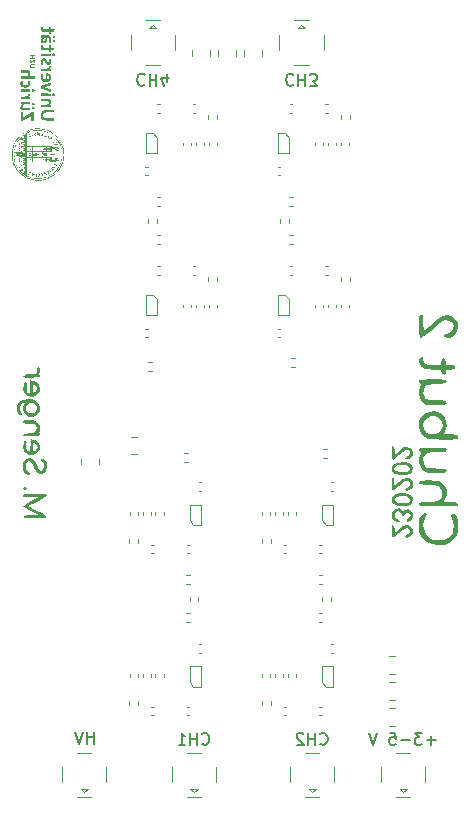
<source format=gbr>
%TF.GenerationSoftware,KiCad,Pcbnew,7.0.5-4d25ed1034~172~ubuntu22.04.1*%
%TF.CreationDate,2023-07-12T12:46:34+02:00*%
%TF.ProjectId,Chubut_2,43687562-7574-45f3-922e-6b696361645f,rev?*%
%TF.SameCoordinates,Original*%
%TF.FileFunction,Legend,Bot*%
%TF.FilePolarity,Positive*%
%FSLAX46Y46*%
G04 Gerber Fmt 4.6, Leading zero omitted, Abs format (unit mm)*
G04 Created by KiCad (PCBNEW 7.0.5-4d25ed1034~172~ubuntu22.04.1) date 2023-07-12 12:46:34*
%MOMM*%
%LPD*%
G01*
G04 APERTURE LIST*
%ADD10C,0.150000*%
%ADD11C,0.120000*%
G04 APERTURE END LIST*
D10*
%TO.C,J6*%
X-2709523Y-28359580D02*
X-2661904Y-28407200D01*
X-2661904Y-28407200D02*
X-2519047Y-28454819D01*
X-2519047Y-28454819D02*
X-2423809Y-28454819D01*
X-2423809Y-28454819D02*
X-2280952Y-28407200D01*
X-2280952Y-28407200D02*
X-2185714Y-28311961D01*
X-2185714Y-28311961D02*
X-2138095Y-28216723D01*
X-2138095Y-28216723D02*
X-2090476Y-28026247D01*
X-2090476Y-28026247D02*
X-2090476Y-27883390D01*
X-2090476Y-27883390D02*
X-2138095Y-27692914D01*
X-2138095Y-27692914D02*
X-2185714Y-27597676D01*
X-2185714Y-27597676D02*
X-2280952Y-27502438D01*
X-2280952Y-27502438D02*
X-2423809Y-27454819D01*
X-2423809Y-27454819D02*
X-2519047Y-27454819D01*
X-2519047Y-27454819D02*
X-2661904Y-27502438D01*
X-2661904Y-27502438D02*
X-2709523Y-27550057D01*
X-3138095Y-28454819D02*
X-3138095Y-27454819D01*
X-3138095Y-27931009D02*
X-3709523Y-27931009D01*
X-3709523Y-28454819D02*
X-3709523Y-27454819D01*
X-4709523Y-28454819D02*
X-4138095Y-28454819D01*
X-4423809Y-28454819D02*
X-4423809Y-27454819D01*
X-4423809Y-27454819D02*
X-4328571Y-27597676D01*
X-4328571Y-27597676D02*
X-4233333Y-27692914D01*
X-4233333Y-27692914D02*
X-4138095Y-27740533D01*
%TO.C,J1*%
X17061904Y-28073866D02*
X16300000Y-28073866D01*
X16680952Y-28454819D02*
X16680952Y-27692914D01*
X15919047Y-27454819D02*
X15300000Y-27454819D01*
X15300000Y-27454819D02*
X15633333Y-27835771D01*
X15633333Y-27835771D02*
X15490476Y-27835771D01*
X15490476Y-27835771D02*
X15395238Y-27883390D01*
X15395238Y-27883390D02*
X15347619Y-27931009D01*
X15347619Y-27931009D02*
X15300000Y-28026247D01*
X15300000Y-28026247D02*
X15300000Y-28264342D01*
X15300000Y-28264342D02*
X15347619Y-28359580D01*
X15347619Y-28359580D02*
X15395238Y-28407200D01*
X15395238Y-28407200D02*
X15490476Y-28454819D01*
X15490476Y-28454819D02*
X15776190Y-28454819D01*
X15776190Y-28454819D02*
X15871428Y-28407200D01*
X15871428Y-28407200D02*
X15919047Y-28359580D01*
X14871428Y-28073866D02*
X14109524Y-28073866D01*
X13157143Y-27454819D02*
X13633333Y-27454819D01*
X13633333Y-27454819D02*
X13680952Y-27931009D01*
X13680952Y-27931009D02*
X13633333Y-27883390D01*
X13633333Y-27883390D02*
X13538095Y-27835771D01*
X13538095Y-27835771D02*
X13300000Y-27835771D01*
X13300000Y-27835771D02*
X13204762Y-27883390D01*
X13204762Y-27883390D02*
X13157143Y-27931009D01*
X13157143Y-27931009D02*
X13109524Y-28026247D01*
X13109524Y-28026247D02*
X13109524Y-28264342D01*
X13109524Y-28264342D02*
X13157143Y-28359580D01*
X13157143Y-28359580D02*
X13204762Y-28407200D01*
X13204762Y-28407200D02*
X13300000Y-28454819D01*
X13300000Y-28454819D02*
X13538095Y-28454819D01*
X13538095Y-28454819D02*
X13633333Y-28407200D01*
X13633333Y-28407200D02*
X13680952Y-28359580D01*
X12061904Y-27454819D02*
X11728571Y-28454819D01*
X11728571Y-28454819D02*
X11395238Y-27454819D01*
%TO.C,J8*%
X5009523Y28259580D02*
X4961904Y28307200D01*
X4961904Y28307200D02*
X4819047Y28354819D01*
X4819047Y28354819D02*
X4723809Y28354819D01*
X4723809Y28354819D02*
X4580952Y28307200D01*
X4580952Y28307200D02*
X4485714Y28211961D01*
X4485714Y28211961D02*
X4438095Y28116723D01*
X4438095Y28116723D02*
X4390476Y27926247D01*
X4390476Y27926247D02*
X4390476Y27783390D01*
X4390476Y27783390D02*
X4438095Y27592914D01*
X4438095Y27592914D02*
X4485714Y27497676D01*
X4485714Y27497676D02*
X4580952Y27402438D01*
X4580952Y27402438D02*
X4723809Y27354819D01*
X4723809Y27354819D02*
X4819047Y27354819D01*
X4819047Y27354819D02*
X4961904Y27402438D01*
X4961904Y27402438D02*
X5009523Y27450057D01*
X5438095Y28354819D02*
X5438095Y27354819D01*
X5438095Y27831009D02*
X6009523Y27831009D01*
X6009523Y28354819D02*
X6009523Y27354819D01*
X6390476Y27354819D02*
X7009523Y27354819D01*
X7009523Y27354819D02*
X6676190Y27735771D01*
X6676190Y27735771D02*
X6819047Y27735771D01*
X6819047Y27735771D02*
X6914285Y27783390D01*
X6914285Y27783390D02*
X6961904Y27831009D01*
X6961904Y27831009D02*
X7009523Y27926247D01*
X7009523Y27926247D02*
X7009523Y28164342D01*
X7009523Y28164342D02*
X6961904Y28259580D01*
X6961904Y28259580D02*
X6914285Y28307200D01*
X6914285Y28307200D02*
X6819047Y28354819D01*
X6819047Y28354819D02*
X6533333Y28354819D01*
X6533333Y28354819D02*
X6438095Y28307200D01*
X6438095Y28307200D02*
X6390476Y28259580D01*
%TO.C,J11*%
X-11885714Y-28354819D02*
X-11885714Y-27354819D01*
X-11885714Y-27831009D02*
X-12457142Y-27831009D01*
X-12457142Y-28354819D02*
X-12457142Y-27354819D01*
X-12790476Y-27354819D02*
X-13123809Y-28354819D01*
X-13123809Y-28354819D02*
X-13457142Y-27354819D01*
%TO.C,J9*%
X-7590476Y28259580D02*
X-7638095Y28307200D01*
X-7638095Y28307200D02*
X-7780952Y28354819D01*
X-7780952Y28354819D02*
X-7876190Y28354819D01*
X-7876190Y28354819D02*
X-8019047Y28307200D01*
X-8019047Y28307200D02*
X-8114285Y28211961D01*
X-8114285Y28211961D02*
X-8161904Y28116723D01*
X-8161904Y28116723D02*
X-8209523Y27926247D01*
X-8209523Y27926247D02*
X-8209523Y27783390D01*
X-8209523Y27783390D02*
X-8161904Y27592914D01*
X-8161904Y27592914D02*
X-8114285Y27497676D01*
X-8114285Y27497676D02*
X-8019047Y27402438D01*
X-8019047Y27402438D02*
X-7876190Y27354819D01*
X-7876190Y27354819D02*
X-7780952Y27354819D01*
X-7780952Y27354819D02*
X-7638095Y27402438D01*
X-7638095Y27402438D02*
X-7590476Y27450057D01*
X-7161904Y28354819D02*
X-7161904Y27354819D01*
X-7161904Y27831009D02*
X-6590476Y27831009D01*
X-6590476Y28354819D02*
X-6590476Y27354819D01*
X-5685714Y27688152D02*
X-5685714Y28354819D01*
X-5923809Y27307200D02*
X-6161904Y28021485D01*
X-6161904Y28021485D02*
X-5542857Y28021485D01*
%TO.C,J7*%
X7290476Y-28359580D02*
X7338095Y-28407200D01*
X7338095Y-28407200D02*
X7480952Y-28454819D01*
X7480952Y-28454819D02*
X7576190Y-28454819D01*
X7576190Y-28454819D02*
X7719047Y-28407200D01*
X7719047Y-28407200D02*
X7814285Y-28311961D01*
X7814285Y-28311961D02*
X7861904Y-28216723D01*
X7861904Y-28216723D02*
X7909523Y-28026247D01*
X7909523Y-28026247D02*
X7909523Y-27883390D01*
X7909523Y-27883390D02*
X7861904Y-27692914D01*
X7861904Y-27692914D02*
X7814285Y-27597676D01*
X7814285Y-27597676D02*
X7719047Y-27502438D01*
X7719047Y-27502438D02*
X7576190Y-27454819D01*
X7576190Y-27454819D02*
X7480952Y-27454819D01*
X7480952Y-27454819D02*
X7338095Y-27502438D01*
X7338095Y-27502438D02*
X7290476Y-27550057D01*
X6861904Y-28454819D02*
X6861904Y-27454819D01*
X6861904Y-27931009D02*
X6290476Y-27931009D01*
X6290476Y-28454819D02*
X6290476Y-27454819D01*
X5861904Y-27550057D02*
X5814285Y-27502438D01*
X5814285Y-27502438D02*
X5719047Y-27454819D01*
X5719047Y-27454819D02*
X5480952Y-27454819D01*
X5480952Y-27454819D02*
X5385714Y-27502438D01*
X5385714Y-27502438D02*
X5338095Y-27550057D01*
X5338095Y-27550057D02*
X5290476Y-27645295D01*
X5290476Y-27645295D02*
X5290476Y-27740533D01*
X5290476Y-27740533D02*
X5338095Y-27883390D01*
X5338095Y-27883390D02*
X5909523Y-28454819D01*
X5909523Y-28454819D02*
X5290476Y-28454819D01*
D11*
%TO.C,R8*%
X-3020000Y-15946359D02*
X-3020000Y-16253641D01*
X-3780000Y-15946359D02*
X-3780000Y-16253641D01*
%TO.C,C40*%
X-7292164Y19740000D02*
X-7507836Y19740000D01*
X-7292164Y20460000D02*
X-7507836Y20460000D01*
%TO.C,U1*%
X7757500Y-9857500D02*
X8377500Y-9857500D01*
X8377500Y-9857500D02*
X8377500Y-8127500D01*
X7447500Y-9447500D02*
X7757500Y-9857500D01*
X7447500Y-8127500D02*
X7447500Y-9447500D01*
X8377500Y-8127500D02*
X7447500Y-8127500D01*
%TO.C,C41*%
X-3640000Y22507836D02*
X-3640000Y22292164D01*
X-4360000Y22507836D02*
X-4360000Y22292164D01*
%TO.C,C47*%
X-6660000Y-9007836D02*
X-6660000Y-8792164D01*
X-5940000Y-9007836D02*
X-5940000Y-8792164D01*
%TO.C,C51*%
X-8860000Y-22707836D02*
X-8860000Y-22492164D01*
X-8140000Y-22707836D02*
X-8140000Y-22492164D01*
%TO.C,C35*%
X-3640000Y8807836D02*
X-3640000Y8592164D01*
X-4360000Y8807836D02*
X-4360000Y8592164D01*
%TO.C,R12*%
X4846359Y4280000D02*
X5153641Y4280000D01*
X4846359Y3520000D02*
X5153641Y3520000D01*
%TO.C,C30*%
X8660000Y22507836D02*
X8660000Y22292164D01*
X7940000Y22507836D02*
X7940000Y22292164D01*
%TO.C,C46*%
X-3007836Y-6240000D02*
X-2792164Y-6240000D01*
X-3007836Y-6960000D02*
X-2792164Y-6960000D01*
%TO.C,R21*%
X-6246359Y17120000D02*
X-6553641Y17120000D01*
X-6246359Y17880000D02*
X-6553641Y17880000D01*
%TO.C,C55*%
X-4007836Y-25240000D02*
X-3792164Y-25240000D01*
X-4007836Y-25960000D02*
X-3792164Y-25960000D01*
%TO.C,R16*%
X9780000Y11153641D02*
X9780000Y10846359D01*
X9020000Y11153641D02*
X9020000Y10846359D01*
%TO.C,R4*%
X8180000Y-15946359D02*
X8180000Y-16253641D01*
X7420000Y-15946359D02*
X7420000Y-16253641D01*
%TO.C,C38*%
X-3292164Y25040000D02*
X-3507836Y25040000D01*
X-3292164Y25760000D02*
X-3507836Y25760000D01*
%TO.C,C2*%
X13611252Y-24635000D02*
X13088748Y-24635000D01*
X13611252Y-23165000D02*
X13088748Y-23165000D01*
%TO.C,U3*%
X4342500Y9657500D02*
X3722500Y9657500D01*
X3722500Y9657500D02*
X3722500Y7927500D01*
X4652500Y9247500D02*
X4342500Y9657500D01*
X4652500Y7927500D02*
X4652500Y9247500D01*
X3722500Y7927500D02*
X4652500Y7927500D01*
%TO.C,C27*%
X9760000Y22507836D02*
X9760000Y22292164D01*
X9040000Y22507836D02*
X9040000Y22292164D01*
%TO.C,C48*%
X-7760000Y-9007836D02*
X-7760000Y-8792164D01*
X-7040000Y-9007836D02*
X-7040000Y-8792164D01*
%TO.C,C31*%
X4907836Y25040000D02*
X4692164Y25040000D01*
X4907836Y25760000D02*
X4692164Y25760000D01*
%TO.C,J6*%
X-1530000Y-31620000D02*
X-1530000Y-30380000D01*
X-3100000Y-32200000D02*
X-3400000Y-32500000D01*
X-3400000Y-32500000D02*
X-3700000Y-32200000D01*
X-3700000Y-32200000D02*
X-3100000Y-32200000D01*
X-4020000Y-32870000D02*
X-2780000Y-32870000D01*
X-4020000Y-29130000D02*
X-2780000Y-29130000D01*
X-5270000Y-31620000D02*
X-5270000Y-30380000D01*
%TO.C,C24*%
X8660000Y8807836D02*
X8660000Y8592164D01*
X7940000Y8807836D02*
X7940000Y8592164D01*
%TO.C,C52*%
X-3007836Y-19940000D02*
X-2792164Y-19940000D01*
X-3007836Y-20660000D02*
X-2792164Y-20660000D01*
%TO.C,J1*%
X16170000Y-31620000D02*
X16170000Y-30380000D01*
X14600000Y-32200000D02*
X14300000Y-32500000D01*
X14300000Y-32500000D02*
X14000000Y-32200000D01*
X14000000Y-32200000D02*
X14600000Y-32200000D01*
X13680000Y-32870000D02*
X14920000Y-32870000D01*
X13680000Y-29130000D02*
X14920000Y-29130000D01*
X12430000Y-31620000D02*
X12430000Y-30380000D01*
%TO.C,R25*%
X-8880000Y-25053641D02*
X-8880000Y-24746359D01*
X-8120000Y-25053641D02*
X-8120000Y-24746359D01*
%TO.C,C25*%
X4907836Y11340000D02*
X4692164Y11340000D01*
X4907836Y12060000D02*
X4692164Y12060000D01*
%TO.C,C22*%
X3907836Y6040000D02*
X3692164Y6040000D01*
X3907836Y6760000D02*
X3692164Y6760000D01*
%TO.C,U7*%
X-3442500Y-9857500D02*
X-2822500Y-9857500D01*
X-2822500Y-9857500D02*
X-2822500Y-8127500D01*
X-3752500Y-9447500D02*
X-3442500Y-9857500D01*
X-3752500Y-8127500D02*
X-3752500Y-9447500D01*
X-2822500Y-8127500D02*
X-3752500Y-8127500D01*
%TO.C,C54*%
X-7760000Y-22707836D02*
X-7760000Y-22492164D01*
X-7040000Y-22707836D02*
X-7040000Y-22492164D01*
%TO.C,C12*%
X3440000Y-9007836D02*
X3440000Y-8792164D01*
X4160000Y-9007836D02*
X4160000Y-8792164D01*
%TO.C,R3*%
X7146359Y-14120000D02*
X7453641Y-14120000D01*
X7146359Y-14880000D02*
X7453641Y-14880000D01*
%TO.C,C49*%
X-4007836Y-11540000D02*
X-3792164Y-11540000D01*
X-4007836Y-12260000D02*
X-3792164Y-12260000D01*
%TO.C,R10*%
X2320000Y-11353642D02*
X2320000Y-11046360D01*
X3080000Y-11353642D02*
X3080000Y-11046360D01*
%TO.C,R17*%
X9780000Y24853641D02*
X9780000Y24546359D01*
X9020000Y24853641D02*
X9020000Y24546359D01*
%TO.C,C44*%
X-7007836Y-11540000D02*
X-6792164Y-11540000D01*
X-7007836Y-12260000D02*
X-6792164Y-12260000D01*
%TO.C,C33*%
X-1440000Y8807836D02*
X-1440000Y8592164D01*
X-2160000Y8807836D02*
X-2160000Y8592164D01*
%TO.C,C3*%
X13611252Y-26835000D02*
X13088748Y-26835000D01*
X13611252Y-25365000D02*
X13088748Y-25365000D01*
%TO.C,J8*%
X3830000Y31620000D02*
X3830000Y30380000D01*
X5400000Y32200000D02*
X5700000Y32500000D01*
X5700000Y32500000D02*
X6000000Y32200000D01*
X6000000Y32200000D02*
X5400000Y32200000D01*
X6320000Y32870000D02*
X5080000Y32870000D01*
X6320000Y29130000D02*
X5080000Y29130000D01*
X7570000Y31620000D02*
X7570000Y30380000D01*
%TO.C,R13*%
X4953641Y13920000D02*
X4646359Y13920000D01*
X4953641Y14680000D02*
X4646359Y14680000D01*
%TO.C,R6*%
X-3946359Y-4480000D02*
X-4253641Y-4480000D01*
X-3946359Y-3720000D02*
X-4253641Y-3720000D01*
%TO.C,C36*%
X-2540000Y8807836D02*
X-2540000Y8592164D01*
X-3260000Y8807836D02*
X-3260000Y8592164D01*
%TO.C,C11*%
X4540000Y-9007836D02*
X4540000Y-8792164D01*
X5260000Y-9007836D02*
X5260000Y-8792164D01*
%TO.C,C26*%
X7907836Y25040000D02*
X7692164Y25040000D01*
X7907836Y25760000D02*
X7692164Y25760000D01*
%TO.C,R15*%
X4953641Y17120000D02*
X4646359Y17120000D01*
X4953641Y17880000D02*
X4646359Y17880000D01*
%TO.C,C20*%
X7907836Y11340000D02*
X7692164Y11340000D01*
X7907836Y12060000D02*
X7692164Y12060000D01*
%TO.C,U8*%
X-3442500Y-23557500D02*
X-2822500Y-23557500D01*
X-2822500Y-23557500D02*
X-2822500Y-21827500D01*
X-3752500Y-23147500D02*
X-3442500Y-23557500D01*
X-3752500Y-21827500D02*
X-3752500Y-23147500D01*
X-2822500Y-21827500D02*
X-3752500Y-21827500D01*
%TO.C,U6*%
X-6857500Y23357500D02*
X-7477500Y23357500D01*
X-7477500Y23357500D02*
X-7477500Y21627500D01*
X-6547500Y22947500D02*
X-6857500Y23357500D01*
X-6547500Y21627500D02*
X-6547500Y22947500D01*
X-7477500Y21627500D02*
X-6547500Y21627500D01*
%TO.C,C7*%
X-8761252Y-2365000D02*
X-8238748Y-2365000D01*
X-8761252Y-3835000D02*
X-8238748Y-3835000D01*
%TO.C,G\u002A\u002A\u002A*%
G36*
X-17605062Y-6634785D02*
G01*
X-17542377Y-6731190D01*
X-17602137Y-6862296D01*
X-17703276Y-6901616D01*
X-17831226Y-6861775D01*
X-17891892Y-6756913D01*
X-17854452Y-6681117D01*
X-17720270Y-6619169D01*
X-17605062Y-6634785D01*
G37*
G36*
X-16441709Y3440694D02*
G01*
X-16418213Y3277131D01*
X-16460288Y3074118D01*
X-16502910Y2905422D01*
X-16459260Y2832967D01*
X-16428636Y2811096D01*
X-16433640Y2714868D01*
X-16537771Y2666072D01*
X-16788357Y2634671D01*
X-17177362Y2624024D01*
X-17396221Y2625018D01*
X-17642158Y2633216D01*
X-17779817Y2654362D01*
X-17836496Y2693958D01*
X-17839489Y2757508D01*
X-17823145Y2802637D01*
X-17746456Y2860093D01*
X-17581718Y2893999D01*
X-17296721Y2913619D01*
X-17276619Y2914509D01*
X-17005794Y2932161D01*
X-16846476Y2963983D01*
X-16759888Y3023946D01*
X-16707251Y3126025D01*
X-16664686Y3269748D01*
X-16653285Y3398967D01*
X-16652795Y3434150D01*
X-16576166Y3517079D01*
X-16519460Y3521551D01*
X-16441709Y3440694D01*
G37*
G36*
X15160954Y-5093113D02*
G01*
X15096386Y-5329269D01*
X14899675Y-5506708D01*
X14582483Y-5614074D01*
X14375145Y-5639380D01*
X14024056Y-5627639D01*
X13716306Y-5553775D01*
X13487224Y-5428098D01*
X13372142Y-5260915D01*
X13348072Y-5119235D01*
X13354479Y-5079880D01*
X13572072Y-5079880D01*
X13600032Y-5180799D01*
X13719610Y-5306025D01*
X13753583Y-5322304D01*
X14006935Y-5381139D01*
X14309773Y-5382820D01*
X14596897Y-5331775D01*
X14803111Y-5232432D01*
X14983183Y-5079880D01*
X14803111Y-4927327D01*
X14783820Y-4911688D01*
X14562927Y-4807041D01*
X14245094Y-4774775D01*
X14195450Y-4775211D01*
X13849712Y-4814146D01*
X13641628Y-4915834D01*
X13572072Y-5079880D01*
X13354479Y-5079880D01*
X13390544Y-4858361D01*
X13565298Y-4672976D01*
X13871979Y-4563354D01*
X14310237Y-4529772D01*
X14503436Y-4540790D01*
X14844000Y-4628382D01*
X15064189Y-4800310D01*
X15158506Y-5053181D01*
X15160143Y-5079880D01*
X15160954Y-5093113D01*
G37*
G36*
X15164158Y-7759617D02*
G01*
X15087693Y-7985379D01*
X14886868Y-8168295D01*
X14858213Y-8182964D01*
X14613498Y-8249829D01*
X14301423Y-8272004D01*
X13976025Y-8252237D01*
X13691338Y-8193274D01*
X13501398Y-8097863D01*
X13404223Y-7975288D01*
X13338758Y-7738465D01*
X13341083Y-7726383D01*
X13585925Y-7726383D01*
X13663015Y-7873182D01*
X13716993Y-7912542D01*
X13926179Y-7986734D01*
X14198908Y-8027596D01*
X14473767Y-8028554D01*
X14689342Y-7983035D01*
X14741653Y-7958371D01*
X14899563Y-7825881D01*
X14916073Y-7681495D01*
X14796623Y-7545920D01*
X14546652Y-7439864D01*
X14275999Y-7398080D01*
X14006424Y-7415474D01*
X13783984Y-7484605D01*
X13635032Y-7592549D01*
X13585925Y-7726383D01*
X13341083Y-7726383D01*
X13384307Y-7501806D01*
X13538269Y-7320175D01*
X13739287Y-7230163D01*
X14072080Y-7164182D01*
X14431195Y-7156993D01*
X14750559Y-7214363D01*
X14965418Y-7329354D01*
X15121616Y-7528459D01*
X15149781Y-7681495D01*
X15164158Y-7759617D01*
G37*
G36*
X13507601Y-5857663D02*
G01*
X13557446Y-5962323D01*
X13572072Y-6190076D01*
X13572072Y-6537510D01*
X13998584Y-6190076D01*
X14048903Y-6149594D01*
X14337140Y-5948150D01*
X14566801Y-5860159D01*
X14768511Y-5879670D01*
X14972896Y-6000731D01*
X15107448Y-6165482D01*
X15164355Y-6400044D01*
X15121016Y-6635604D01*
X14987220Y-6826801D01*
X14772752Y-6928274D01*
X14657400Y-6941152D01*
X14525130Y-6909374D01*
X14487387Y-6791594D01*
X14515050Y-6728162D01*
X14637256Y-6681682D01*
X14720390Y-6667852D01*
X14851426Y-6561965D01*
X14905766Y-6397687D01*
X14873052Y-6230473D01*
X14742931Y-6115781D01*
X14634739Y-6104174D01*
X14463460Y-6165680D01*
X14230534Y-6320428D01*
X13916625Y-6579261D01*
X13719969Y-6740003D01*
X13543614Y-6863318D01*
X13439899Y-6910510D01*
X13384394Y-6856923D01*
X13353042Y-6684349D01*
X13343243Y-6376576D01*
X13344911Y-6209418D01*
X13359916Y-5986949D01*
X13395494Y-5874043D01*
X13457657Y-5842643D01*
X13507601Y-5857663D01*
G37*
G36*
X-16457890Y1504532D02*
G01*
X-16627466Y1245184D01*
X-16823397Y1098011D01*
X-17107353Y1010709D01*
X-17384981Y1039227D01*
X-17623667Y1171495D01*
X-17790797Y1395444D01*
X-17853754Y1699003D01*
X-17835730Y1988926D01*
X-17771380Y2180654D01*
X-17657354Y2242643D01*
X-17608571Y2220487D01*
X-17572101Y2100088D01*
X-17570169Y1853810D01*
X-17571930Y1807850D01*
X-17566226Y1580664D01*
X-17519249Y1444816D01*
X-17415165Y1348711D01*
X-17243544Y1232444D01*
X-17243544Y1708709D01*
X-17014715Y1708709D01*
X-17002698Y1486360D01*
X-16954773Y1351678D01*
X-16868193Y1362747D01*
X-16740734Y1518018D01*
X-16673082Y1632729D01*
X-16660028Y1750112D01*
X-16740734Y1899400D01*
X-16849045Y2038000D01*
X-16942568Y2074234D01*
X-16997049Y1964987D01*
X-17014715Y1708709D01*
X-17243544Y1708709D01*
X-17243544Y2414264D01*
X-16995646Y2366673D01*
X-16992994Y2366160D01*
X-16699682Y2245578D01*
X-16505236Y2038960D01*
X-16420893Y1780534D01*
X-16424971Y1750112D01*
X-16457890Y1504532D01*
G37*
G36*
X-17310624Y-974435D02*
G01*
X-17028772Y-996133D01*
X-16833394Y-1034028D01*
X-16701176Y-1102231D01*
X-16585999Y-1216125D01*
X-16455210Y-1436698D01*
X-16408211Y-1709287D01*
X-16477923Y-1950539D01*
X-16506635Y-2015420D01*
X-16466982Y-2113633D01*
X-16438792Y-2140709D01*
X-16437372Y-2249130D01*
X-16450705Y-2262713D01*
X-16579375Y-2304866D01*
X-16799624Y-2330345D01*
X-17070859Y-2339743D01*
X-17352483Y-2333654D01*
X-17603904Y-2312672D01*
X-17784526Y-2277391D01*
X-17853754Y-2228405D01*
X-17807800Y-2166205D01*
X-17647048Y-2120625D01*
X-17352736Y-2090974D01*
X-17306576Y-2087857D01*
X-17004959Y-2049904D01*
X-16823818Y-1976245D01*
X-16735107Y-1847336D01*
X-16710778Y-1643633D01*
X-16737036Y-1464676D01*
X-16839968Y-1345131D01*
X-17043951Y-1283531D01*
X-17373213Y-1266066D01*
X-17625243Y-1261974D01*
X-17775190Y-1241466D01*
X-17839862Y-1192966D01*
X-17853754Y-1104906D01*
X-17852899Y-1070856D01*
X-17831188Y-1001956D01*
X-17755346Y-968150D01*
X-17592712Y-961592D01*
X-17310624Y-974435D01*
G37*
G36*
X13481291Y-9814334D02*
G01*
X13550878Y-9914528D01*
X13586962Y-10151561D01*
X13610210Y-10494112D01*
X13966371Y-10189022D01*
X14277867Y-9956148D01*
X14546984Y-9840555D01*
X14774895Y-9852171D01*
X14978127Y-9987709D01*
X14993853Y-10003937D01*
X15137832Y-10244996D01*
X15156953Y-10497446D01*
X15057239Y-10721175D01*
X14844713Y-10876073D01*
X14765783Y-10904136D01*
X14593430Y-10915736D01*
X14505024Y-10815372D01*
X14539483Y-10732258D01*
X14673833Y-10649662D01*
X14725521Y-10627873D01*
X14892847Y-10497824D01*
X14918809Y-10341753D01*
X14798129Y-10179617D01*
X14778866Y-10164315D01*
X14672037Y-10099976D01*
X14563006Y-10093159D01*
X14424225Y-10155269D01*
X14228143Y-10297712D01*
X13947212Y-10531892D01*
X13943194Y-10535318D01*
X13727468Y-10707506D01*
X13547953Y-10830142D01*
X13443147Y-10876877D01*
X13435498Y-10876316D01*
X13381760Y-10816951D01*
X13352251Y-10645801D01*
X13343243Y-10342943D01*
X13344401Y-10204372D01*
X13358514Y-9967016D01*
X13393045Y-9844083D01*
X13453478Y-9809009D01*
X13481291Y-9814334D01*
G37*
G36*
X13487616Y-3181305D02*
G01*
X13552847Y-3287848D01*
X13586962Y-3529325D01*
X13610210Y-3885678D01*
X13977161Y-3567463D01*
X14160717Y-3419928D01*
X14350375Y-3292739D01*
X14472957Y-3240466D01*
X14583928Y-3238749D01*
X14874453Y-3302510D01*
X15075296Y-3450011D01*
X15171149Y-3654746D01*
X15146703Y-3890209D01*
X14986650Y-4129893D01*
X14849171Y-4237931D01*
X14675660Y-4308266D01*
X14541325Y-4298526D01*
X14487387Y-4202703D01*
X14499184Y-4149597D01*
X14589980Y-4088288D01*
X14694835Y-4048024D01*
X14834671Y-3931271D01*
X14843833Y-3921016D01*
X14929953Y-3776412D01*
X14895910Y-3645235D01*
X14859123Y-3593690D01*
X14721598Y-3500003D01*
X14540084Y-3515615D01*
X14298761Y-3644795D01*
X13981808Y-3891810D01*
X13891585Y-3967864D01*
X13669529Y-4146394D01*
X13499783Y-4270561D01*
X13413419Y-4317117D01*
X13406850Y-4314613D01*
X13374561Y-4220758D01*
X13351834Y-4018480D01*
X13343243Y-3745045D01*
X13345255Y-3553324D01*
X13360448Y-3324508D01*
X13394836Y-3206479D01*
X13453478Y-3172973D01*
X13487616Y-3181305D01*
G37*
G36*
X-16446659Y-3446787D02*
G01*
X-16627466Y-3712774D01*
X-16823397Y-3859947D01*
X-17107353Y-3947249D01*
X-17384981Y-3918731D01*
X-17623667Y-3786463D01*
X-17790797Y-3562514D01*
X-17853754Y-3258955D01*
X-17834126Y-2958597D01*
X-17768333Y-2774316D01*
X-17652275Y-2715315D01*
X-17591054Y-2744328D01*
X-17571605Y-2857283D01*
X-17592626Y-3086441D01*
X-17604628Y-3183388D01*
X-17611869Y-3374663D01*
X-17569006Y-3490174D01*
X-17461770Y-3584208D01*
X-17281682Y-3710848D01*
X-17243544Y-3155875D01*
X-17239586Y-3098274D01*
X-17004540Y-3098274D01*
X-16999924Y-3335130D01*
X-16976577Y-3742983D01*
X-16804955Y-3523968D01*
X-16782059Y-3494236D01*
X-16676320Y-3340257D01*
X-16633334Y-3247413D01*
X-16634384Y-3235708D01*
X-16688739Y-3125037D01*
X-16793360Y-2996312D01*
X-16903470Y-2897984D01*
X-16974290Y-2878503D01*
X-16991292Y-2928641D01*
X-17004540Y-3098274D01*
X-17239586Y-3098274D01*
X-17205406Y-2600901D01*
X-16976577Y-2622674D01*
X-16770126Y-2691036D01*
X-16576126Y-2836687D01*
X-16525116Y-2899928D01*
X-16412154Y-3169214D01*
X-16421875Y-3247413D01*
X-16446659Y-3446787D01*
G37*
G36*
X-17047253Y-4242531D02*
G01*
X-16853873Y-4433875D01*
X-16711600Y-4767897D01*
X-16648092Y-4958547D01*
X-16518209Y-5201075D01*
X-16375001Y-5294693D01*
X-16220208Y-5237739D01*
X-16148530Y-5134344D01*
X-16104079Y-4923820D01*
X-16125614Y-4703189D01*
X-16213814Y-4545946D01*
X-16220789Y-4540009D01*
X-16312328Y-4409886D01*
X-16314642Y-4292122D01*
X-16225636Y-4240841D01*
X-16139150Y-4259250D01*
X-15984917Y-4390270D01*
X-15874595Y-4613577D01*
X-15832433Y-4889189D01*
X-15837258Y-4997568D01*
X-15920092Y-5290812D01*
X-16099237Y-5474171D01*
X-16366367Y-5537537D01*
X-16605204Y-5486118D01*
X-16798374Y-5306203D01*
X-16909864Y-4998598D01*
X-16925143Y-4929430D01*
X-17032743Y-4671869D01*
X-17186193Y-4513275D01*
X-17361180Y-4470700D01*
X-17533394Y-4561201D01*
X-17587932Y-4645598D01*
X-17623998Y-4859174D01*
X-17583478Y-5090755D01*
X-17472373Y-5270570D01*
X-17372102Y-5386750D01*
X-17319820Y-5511221D01*
X-17320756Y-5532491D01*
X-17374156Y-5620338D01*
X-17486460Y-5611309D01*
X-17625353Y-5524568D01*
X-17758521Y-5379282D01*
X-17853648Y-5194616D01*
X-17908566Y-4875226D01*
X-17848754Y-4571769D01*
X-17674176Y-4341239D01*
X-17396096Y-4207927D01*
X-17293983Y-4192030D01*
X-17047253Y-4242531D01*
G37*
G36*
X14189000Y-8556530D02*
G01*
X14320124Y-8633410D01*
X14476027Y-8594668D01*
X14586764Y-8547179D01*
X14749340Y-8512312D01*
X14815684Y-8522610D01*
X14987419Y-8633564D01*
X15120445Y-8825251D01*
X15173874Y-9046246D01*
X15151637Y-9186655D01*
X15049219Y-9386611D01*
X14898142Y-9528257D01*
X14736916Y-9565801D01*
X14732566Y-9564934D01*
X14605384Y-9496672D01*
X14612609Y-9393897D01*
X14752379Y-9289854D01*
X14753116Y-9289517D01*
X14905973Y-9157098D01*
X14938203Y-8985667D01*
X14840298Y-8825441D01*
X14713707Y-8773980D01*
X14554719Y-8822775D01*
X14447013Y-8977016D01*
X14426688Y-9025238D01*
X14329329Y-9112928D01*
X14228649Y-9095084D01*
X14182282Y-8972654D01*
X14177184Y-8922807D01*
X14083440Y-8774856D01*
X13912940Y-8706135D01*
X13720053Y-8743588D01*
X13615823Y-8841244D01*
X13579828Y-9015047D01*
X13650603Y-9196084D01*
X13819970Y-9335881D01*
X13937231Y-9400364D01*
X14025210Y-9501991D01*
X13978040Y-9606444D01*
X13962960Y-9617832D01*
X13829024Y-9624819D01*
X13645791Y-9555378D01*
X13469099Y-9428979D01*
X13368320Y-9271253D01*
X13324030Y-9018768D01*
X13367490Y-8764274D01*
X13496618Y-8572584D01*
X13710223Y-8462909D01*
X13968025Y-8450314D01*
X14189000Y-8556530D01*
G37*
G36*
X15988012Y4335855D02*
G01*
X16012913Y4192993D01*
X16015439Y4129269D01*
X16079278Y3924614D01*
X16241177Y3789412D01*
X16517253Y3714794D01*
X16923624Y3691892D01*
X17529229Y3691892D01*
X17552903Y3977928D01*
X17569035Y4107132D01*
X17622602Y4231139D01*
X17729129Y4263964D01*
X17798882Y4253766D01*
X17871738Y4172573D01*
X17905355Y3977928D01*
X17929029Y3691892D01*
X18297645Y3691892D01*
X18434229Y3688078D01*
X18627399Y3651837D01*
X18712807Y3570594D01*
X18734163Y3496743D01*
X18707462Y3385665D01*
X18567733Y3327395D01*
X18296699Y3310511D01*
X18167518Y3309176D01*
X18003956Y3291608D01*
X17934366Y3238855D01*
X17919820Y3132533D01*
X17909104Y3012848D01*
X17868969Y2903704D01*
X17816450Y2870709D01*
X17691060Y2890011D01*
X17583859Y3002694D01*
X17538438Y3173213D01*
X17533863Y3214552D01*
X17492534Y3265111D01*
X17384332Y3294145D01*
X17180719Y3307372D01*
X16853155Y3310511D01*
X16577222Y3312416D01*
X16337412Y3325257D01*
X16176634Y3358527D01*
X16054050Y3421663D01*
X15928822Y3524101D01*
X15854584Y3595029D01*
X15722037Y3791557D01*
X15679721Y4038966D01*
X15683628Y4223560D01*
X15729594Y4326160D01*
X15841291Y4364615D01*
X15887492Y4369419D01*
X15988012Y4335855D01*
G37*
G36*
X-16451401Y-201651D02*
G01*
X-16585126Y-450322D01*
X-16822175Y-626569D01*
X-17052957Y-692091D01*
X-17356709Y-671919D01*
X-17612135Y-539035D01*
X-17788172Y-312023D01*
X-17853754Y-9467D01*
X-17851892Y55512D01*
X-17842705Y117001D01*
X-17611124Y117001D01*
X-17606905Y-104590D01*
X-17485436Y-300791D01*
X-17329672Y-393323D01*
X-17111196Y-412949D01*
X-16905898Y-340610D01*
X-16748621Y-199058D01*
X-16674208Y-11045D01*
X-16717501Y200676D01*
X-16792774Y324263D01*
X-16946728Y451888D01*
X-17174515Y487120D01*
X-17339415Y454900D01*
X-17515994Y318619D01*
X-17611124Y117001D01*
X-17842705Y117001D01*
X-17820369Y266487D01*
X-17762222Y396757D01*
X-17752576Y406732D01*
X-17717935Y477774D01*
X-17777631Y490394D01*
X-17891497Y450013D01*
X-18019370Y362052D01*
X-18064183Y312208D01*
X-18146210Y111041D01*
X-18140538Y-107562D01*
X-18044445Y-274474D01*
X-18035585Y-282088D01*
X-17947118Y-409708D01*
X-17940165Y-527698D01*
X-18019370Y-579579D01*
X-18170362Y-532913D01*
X-18303634Y-376452D01*
X-18379013Y-148271D01*
X-18390315Y111524D01*
X-18331356Y362832D01*
X-18195953Y565546D01*
X-18094039Y637098D01*
X-17819944Y737297D01*
X-17485050Y787988D01*
X-17145739Y782848D01*
X-16858388Y715554D01*
X-16659696Y590573D01*
X-16489734Y357631D01*
X-16419953Y80612D01*
X-16430165Y-11045D01*
X-16451401Y-201651D01*
G37*
G36*
X-16590801Y-7216224D02*
G01*
X-16267611Y-7221153D01*
X-16057958Y-7233808D01*
X-15937877Y-7257458D01*
X-15883403Y-7295369D01*
X-15870571Y-7350810D01*
X-15894082Y-7409188D01*
X-16022088Y-7523268D01*
X-16271121Y-7675962D01*
X-16652137Y-7874612D01*
X-17433703Y-8263220D01*
X-16652137Y-8655429D01*
X-16411518Y-8780669D01*
X-16124212Y-8946673D01*
X-15937286Y-9077848D01*
X-15870571Y-9161356D01*
X-15870811Y-9167483D01*
X-15898959Y-9213090D01*
X-15989692Y-9244075D01*
X-16165485Y-9263016D01*
X-16448816Y-9272490D01*
X-16862162Y-9275075D01*
X-16925198Y-9275037D01*
X-17319652Y-9271730D01*
X-17587170Y-9261243D01*
X-17750315Y-9240972D01*
X-17831655Y-9208312D01*
X-17853754Y-9160661D01*
X-17853721Y-9158112D01*
X-17823788Y-9102263D01*
X-17720040Y-9067453D01*
X-17516286Y-9049041D01*
X-17186337Y-9042386D01*
X-16518919Y-9038525D01*
X-17191546Y-8695702D01*
X-17373920Y-8598884D01*
X-17621850Y-8451572D01*
X-17785433Y-8332908D01*
X-17837793Y-8260974D01*
X-17811803Y-8228776D01*
X-17674524Y-8129495D01*
X-17448374Y-7995240D01*
X-17165166Y-7845655D01*
X-16518919Y-7522242D01*
X-17186337Y-7521481D01*
X-17429597Y-7519987D01*
X-17659298Y-7510648D01*
X-17786944Y-7486737D01*
X-17841955Y-7441497D01*
X-17853754Y-7368168D01*
X-17846979Y-7310299D01*
X-17809242Y-7266239D01*
X-17716203Y-7238481D01*
X-17543551Y-7223285D01*
X-17266974Y-7216909D01*
X-16862162Y-7215615D01*
X-16590801Y-7216224D01*
G37*
G36*
X16253740Y-8875182D02*
G01*
X16294046Y-8948121D01*
X16276141Y-9081239D01*
X16179563Y-9301342D01*
X16139287Y-9387876D01*
X16023661Y-9820996D01*
X16050330Y-10234997D01*
X16215093Y-10609476D01*
X16513747Y-10924029D01*
X16637499Y-11012187D01*
X16809015Y-11096322D01*
X17013152Y-11134711D01*
X17309609Y-11143844D01*
X17507418Y-11140678D01*
X17740785Y-11115109D01*
X17917762Y-11050274D01*
X18097459Y-10930141D01*
X18161654Y-10877915D01*
X18357579Y-10681948D01*
X18491972Y-10495340D01*
X18555121Y-10331937D01*
X18604334Y-9972349D01*
X18567761Y-9599064D01*
X18447985Y-9283283D01*
X18441517Y-9272650D01*
X18349714Y-9102185D01*
X18339997Y-8998953D01*
X18406303Y-8908454D01*
X18432346Y-8883331D01*
X18534490Y-8832002D01*
X18652432Y-8900246D01*
X18696435Y-8941314D01*
X18858344Y-9200224D01*
X18957060Y-9547849D01*
X18988308Y-9941300D01*
X18947813Y-10337686D01*
X18831296Y-10694117D01*
X18646309Y-10976051D01*
X18334548Y-11276045D01*
X17980652Y-11483369D01*
X17878553Y-11515378D01*
X17558179Y-11557830D01*
X17187087Y-11553209D01*
X16831003Y-11504654D01*
X16555655Y-11415304D01*
X16365668Y-11295594D01*
X16089275Y-11055109D01*
X15852000Y-10779554D01*
X15702698Y-10520194D01*
X15687006Y-10473585D01*
X15638076Y-10174308D01*
X15636953Y-9817401D01*
X15680388Y-9471318D01*
X15765133Y-9204511D01*
X15802166Y-9135885D01*
X15963060Y-8918812D01*
X16118885Y-8828339D01*
X16253740Y-8875182D01*
G37*
G36*
X17188444Y2471252D02*
G01*
X17532511Y2468554D01*
X17762297Y2460010D01*
X17899987Y2442245D01*
X17967767Y2411881D01*
X17987820Y2365542D01*
X17982332Y2299850D01*
X17976968Y2267925D01*
X17948833Y2201726D01*
X17878727Y2157725D01*
X17739027Y2129039D01*
X17502113Y2108788D01*
X17140362Y2090090D01*
X16818359Y2071536D01*
X16493793Y2033709D01*
X16278242Y1968545D01*
X16146608Y1861919D01*
X16073791Y1699704D01*
X16034696Y1467775D01*
X16024572Y1341308D01*
X16048500Y1122893D01*
X16150577Y945048D01*
X16168791Y922987D01*
X16248987Y845184D01*
X16353178Y793164D01*
X16513488Y759458D01*
X16762044Y736599D01*
X17130971Y717117D01*
X17297770Y709215D01*
X17607160Y690861D01*
X17802853Y668264D01*
X17912306Y634658D01*
X17962979Y583277D01*
X17982332Y507357D01*
X17988125Y445052D01*
X17969358Y392306D01*
X17898616Y360023D01*
X17750757Y343182D01*
X17500634Y336760D01*
X17123104Y335736D01*
X16239501Y335736D01*
X15963835Y588365D01*
X15795882Y764669D01*
X15696929Y957777D01*
X15651272Y1224991D01*
X15647117Y1521325D01*
X15729160Y1828062D01*
X15790562Y1957223D01*
X15799208Y2057484D01*
X15725345Y2133860D01*
X15668543Y2198254D01*
X15654882Y2346027D01*
X15678611Y2383822D01*
X15745716Y2421737D01*
X15874077Y2447073D01*
X16086511Y2462218D01*
X16405834Y2469556D01*
X16854863Y2471472D01*
X17188444Y2471252D01*
G37*
G36*
X17185371Y-3325729D02*
G01*
X17530669Y-3328368D01*
X17761314Y-3336836D01*
X17899554Y-3354541D01*
X17967639Y-3384889D01*
X17987815Y-3431288D01*
X17982332Y-3497147D01*
X17976456Y-3532005D01*
X17948410Y-3596820D01*
X17878581Y-3638702D01*
X17739281Y-3664014D01*
X17502824Y-3679120D01*
X17141522Y-3690382D01*
X16996689Y-3694390D01*
X16678779Y-3707141D01*
X16469485Y-3727783D01*
X16336377Y-3763653D01*
X16247026Y-3822089D01*
X16169000Y-3910429D01*
X16108847Y-4001529D01*
X16022522Y-4281377D01*
X16042652Y-4571242D01*
X16160706Y-4824667D01*
X16368156Y-4995192D01*
X16410347Y-5009789D01*
X16612938Y-5045599D01*
X16902930Y-5070527D01*
X17232421Y-5079880D01*
X17468999Y-5082760D01*
X17756551Y-5103551D01*
X17922703Y-5150420D01*
X17986532Y-5230395D01*
X17967111Y-5350499D01*
X17962879Y-5359744D01*
X17899759Y-5409078D01*
X17758014Y-5440207D01*
X17513077Y-5456412D01*
X17140382Y-5460976D01*
X17031854Y-5460647D01*
X16679891Y-5452130D01*
X16433949Y-5428065D01*
X16256987Y-5383078D01*
X16111961Y-5311797D01*
X16028552Y-5254043D01*
X15791109Y-4982595D01*
X15655696Y-4641529D01*
X15634036Y-4274322D01*
X15737854Y-3924450D01*
X15781881Y-3832716D01*
X15800635Y-3711315D01*
X15728359Y-3607595D01*
X15707380Y-3585850D01*
X15645087Y-3492029D01*
X15666311Y-3422949D01*
X15784821Y-3375186D01*
X16014386Y-3345312D01*
X16368776Y-3329901D01*
X16861758Y-3325525D01*
X17185371Y-3325729D01*
G37*
G36*
X15969414Y7915714D02*
G01*
X15999476Y7810885D01*
X16016666Y7609819D01*
X16029054Y7284376D01*
X16051051Y6595546D01*
X16546847Y7020960D01*
X16630460Y7092564D01*
X16988921Y7393841D01*
X17262682Y7608854D01*
X17474866Y7751643D01*
X17648596Y7836251D01*
X17806996Y7876718D01*
X17973190Y7887087D01*
X18055989Y7884871D01*
X18443310Y7802603D01*
X18736721Y7610808D01*
X18922691Y7322002D01*
X18987687Y6948702D01*
X18976950Y6836589D01*
X18870715Y6538892D01*
X18682467Y6264020D01*
X18451464Y6075876D01*
X18275265Y6013857D01*
X18051210Y5998360D01*
X17869762Y6046328D01*
X17781323Y6152033D01*
X17788570Y6233160D01*
X17895113Y6330804D01*
X18162115Y6430728D01*
X18422138Y6585859D01*
X18563577Y6774880D01*
X18606306Y7016966D01*
X18564255Y7153570D01*
X18414307Y7323782D01*
X18201989Y7453870D01*
X17976438Y7505706D01*
X17923042Y7502790D01*
X17799112Y7471073D01*
X17647943Y7393011D01*
X17448172Y7254485D01*
X17178436Y7041374D01*
X16817375Y6739556D01*
X16640478Y6591969D01*
X16336750Y6350133D01*
X16078759Y6159277D01*
X15889434Y6036001D01*
X15791701Y5996906D01*
X15783956Y5998676D01*
X15734730Y6033950D01*
X15701719Y6124760D01*
X15681893Y6295348D01*
X15672220Y6569954D01*
X15669669Y6972817D01*
X15670642Y7347276D01*
X15676586Y7622684D01*
X15691917Y7795035D01*
X15721047Y7889876D01*
X15768392Y7932754D01*
X15838364Y7949216D01*
X15838386Y7949219D01*
X15918407Y7952445D01*
X15969414Y7915714D01*
G37*
G36*
X17004843Y-6097443D02*
G01*
X17344771Y-6161338D01*
X17600765Y-6279888D01*
X17799784Y-6460083D01*
X17914611Y-6655267D01*
X17994190Y-6988097D01*
X17983827Y-7347977D01*
X17879723Y-7677061D01*
X17763350Y-7902102D01*
X18332879Y-7902102D01*
X18388655Y-7902307D01*
X18709019Y-7917634D01*
X18898740Y-7962852D01*
X18975784Y-8045782D01*
X18958118Y-8174244D01*
X18941339Y-8198813D01*
X18878553Y-8230129D01*
X18755557Y-8252039D01*
X18553895Y-8265559D01*
X18255111Y-8271704D01*
X17840748Y-8271491D01*
X17292350Y-8265937D01*
X16902010Y-8260747D01*
X16460741Y-8253125D01*
X16139635Y-8243434D01*
X15919638Y-8229642D01*
X15781696Y-8209715D01*
X15706757Y-8181619D01*
X15675766Y-8143323D01*
X15669669Y-8092793D01*
X15681813Y-8022972D01*
X15736740Y-7975282D01*
X15861873Y-7943348D01*
X16084630Y-7920198D01*
X16432432Y-7898860D01*
X16463787Y-7897140D01*
X16870547Y-7868844D01*
X17154074Y-7831884D01*
X17341898Y-7778661D01*
X17461549Y-7701578D01*
X17540557Y-7593038D01*
X17588260Y-7467067D01*
X17615906Y-7188021D01*
X17571049Y-6907728D01*
X17460051Y-6696988D01*
X17445217Y-6681310D01*
X17332364Y-6583676D01*
X17195300Y-6517505D01*
X17001943Y-6475403D01*
X16720209Y-6449980D01*
X16318018Y-6433843D01*
X16117519Y-6427045D01*
X15877002Y-6411396D01*
X15742002Y-6383946D01*
X15682799Y-6336825D01*
X15669669Y-6262162D01*
X15675753Y-6205959D01*
X15718242Y-6152602D01*
X15826529Y-6119743D01*
X16029529Y-6099952D01*
X16356156Y-6085803D01*
X16554022Y-6081212D01*
X17004843Y-6097443D01*
G37*
G36*
X17970085Y-1704711D02*
G01*
X17884107Y-1918905D01*
X17844904Y-1972440D01*
X17787061Y-2084283D01*
X17823540Y-2147307D01*
X17973680Y-2175133D01*
X18256824Y-2181381D01*
X18495766Y-2186610D01*
X18730332Y-2203376D01*
X18867035Y-2227680D01*
X18879525Y-2233110D01*
X18970703Y-2341871D01*
X18976774Y-2487606D01*
X18892342Y-2592508D01*
X18849935Y-2600557D01*
X18671016Y-2611936D01*
X18384192Y-2619001D01*
X18018057Y-2621188D01*
X17601204Y-2617933D01*
X17576990Y-2617585D01*
X17122596Y-2609145D01*
X16793087Y-2596856D01*
X16562009Y-2577439D01*
X16402907Y-2547615D01*
X16289324Y-2504107D01*
X16194806Y-2443635D01*
X15926798Y-2199517D01*
X15733692Y-1877613D01*
X15650344Y-1478989D01*
X15649195Y-1463730D01*
X15656007Y-1386438D01*
X16005256Y-1386438D01*
X16054812Y-1684914D01*
X16235874Y-1958420D01*
X16338150Y-2051307D01*
X16533129Y-2154459D01*
X16790974Y-2181381D01*
X17124032Y-2133477D01*
X17396875Y-1968347D01*
X17583876Y-1679880D01*
X17640991Y-1451760D01*
X17605647Y-1153237D01*
X17460655Y-897217D01*
X17230859Y-710174D01*
X16941106Y-618580D01*
X16616242Y-648906D01*
X16549707Y-671430D01*
X16262296Y-846672D01*
X16077615Y-1096016D01*
X16005256Y-1386438D01*
X15656007Y-1386438D01*
X15684691Y-1061000D01*
X15856773Y-714080D01*
X16172069Y-409385D01*
X16201776Y-388399D01*
X16529197Y-251447D01*
X16899949Y-227424D01*
X17270935Y-307638D01*
X17599058Y-483398D01*
X17841224Y-746012D01*
X17876430Y-811743D01*
X17964105Y-1092582D01*
X17996037Y-1409755D01*
X17992341Y-1451760D01*
X17970085Y-1704711D01*
G37*
%TO.C,J11*%
X-10830000Y-31620000D02*
X-10830000Y-30380000D01*
X-12400000Y-32200000D02*
X-12700000Y-32500000D01*
X-12700000Y-32500000D02*
X-13000000Y-32200000D01*
X-13000000Y-32200000D02*
X-12400000Y-32200000D01*
X-13320000Y-32870000D02*
X-12080000Y-32870000D01*
X-13320000Y-29130000D02*
X-12080000Y-29130000D01*
X-14570000Y-31620000D02*
X-14570000Y-30380000D01*
%TO.C,C32*%
X-3292164Y11340000D02*
X-3507836Y11340000D01*
X-3292164Y12060000D02*
X-3507836Y12060000D01*
%TO.C,C5*%
X135000Y30361252D02*
X135000Y29838748D01*
X-1335000Y30361252D02*
X-1335000Y29838748D01*
%TO.C,C39*%
X-1440000Y22507836D02*
X-1440000Y22292164D01*
X-2160000Y22507836D02*
X-2160000Y22292164D01*
%TO.C,C8*%
X4192164Y-11540000D02*
X4407836Y-11540000D01*
X4192164Y-12260000D02*
X4407836Y-12260000D01*
%TO.C,C16*%
X8192164Y-19940000D02*
X8407836Y-19940000D01*
X8192164Y-20660000D02*
X8407836Y-20660000D01*
%TO.C,R2*%
X7546359Y-3420000D02*
X7853641Y-3420000D01*
X7546359Y-4180000D02*
X7853641Y-4180000D01*
%TO.C,C9*%
X2340000Y-9007836D02*
X2340000Y-8792164D01*
X3060000Y-9007836D02*
X3060000Y-8792164D01*
%TO.C,J9*%
X-8770000Y31620000D02*
X-8770000Y30380000D01*
X-7200000Y32200000D02*
X-6900000Y32500000D01*
X-6900000Y32500000D02*
X-6600000Y32200000D01*
X-6600000Y32200000D02*
X-7200000Y32200000D01*
X-6280000Y32870000D02*
X-7520000Y32870000D01*
X-6280000Y29130000D02*
X-7520000Y29130000D01*
X-5030000Y31620000D02*
X-5030000Y30380000D01*
%TO.C,R18*%
X-6946359Y3220000D02*
X-7253641Y3220000D01*
X-6946359Y3980000D02*
X-7253641Y3980000D01*
%TO.C,R24*%
X-8880000Y-11353641D02*
X-8880000Y-11046359D01*
X-8120000Y-11353641D02*
X-8120000Y-11046359D01*
%TO.C,R1*%
X-12935000Y-4727064D02*
X-12935000Y-4272936D01*
X-11465000Y-4727064D02*
X-11465000Y-4272936D01*
%TO.C,C15*%
X2340000Y-22707836D02*
X2340000Y-22492164D01*
X3060000Y-22707836D02*
X3060000Y-22492164D01*
%TO.C,C6*%
X2335000Y30361252D02*
X2335000Y29838748D01*
X865000Y30361252D02*
X865000Y29838748D01*
%TO.C,C21*%
X9760000Y8807836D02*
X9760000Y8592164D01*
X9040000Y8807836D02*
X9040000Y8592164D01*
%TO.C,R20*%
X-7280000Y15746359D02*
X-7280000Y16053641D01*
X-6520000Y15746359D02*
X-6520000Y16053641D01*
%TO.C,C45*%
X-8860000Y-9007836D02*
X-8860000Y-8792164D01*
X-8140000Y-9007836D02*
X-8140000Y-8792164D01*
%TO.C,C42*%
X-2540000Y22507836D02*
X-2540000Y22292164D01*
X-3260000Y22507836D02*
X-3260000Y22292164D01*
%TO.C,R9*%
X-4053641Y-17320000D02*
X-3746359Y-17320000D01*
X-4053641Y-18080000D02*
X-3746359Y-18080000D01*
%TO.C,R11*%
X2320000Y-25053641D02*
X2320000Y-24746359D01*
X3080000Y-25053641D02*
X3080000Y-24746359D01*
%TO.C,R7*%
X-4053641Y-14120000D02*
X-3746359Y-14120000D01*
X-4053641Y-14880000D02*
X-3746359Y-14880000D01*
%TO.C,C37*%
X-6292164Y11340000D02*
X-6507836Y11340000D01*
X-6292164Y12060000D02*
X-6507836Y12060000D01*
%TO.C,C28*%
X3907836Y19740000D02*
X3692164Y19740000D01*
X3907836Y20460000D02*
X3692164Y20460000D01*
%TO.C,U4*%
X4342500Y23357500D02*
X3722500Y23357500D01*
X3722500Y23357500D02*
X3722500Y21627500D01*
X4652500Y22947500D02*
X4342500Y23357500D01*
X4652500Y21627500D02*
X4652500Y22947500D01*
X3722500Y21627500D02*
X4652500Y21627500D01*
%TO.C,R19*%
X-6246359Y13920000D02*
X-6553641Y13920000D01*
X-6246359Y14680000D02*
X-6553641Y14680000D01*
%TO.C,J7*%
X8470000Y-31620000D02*
X8470000Y-30380000D01*
X6900000Y-32200000D02*
X6600000Y-32500000D01*
X6600000Y-32500000D02*
X6300000Y-32200000D01*
X6300000Y-32200000D02*
X6900000Y-32200000D01*
X5980000Y-32870000D02*
X7220000Y-32870000D01*
X5980000Y-29130000D02*
X7220000Y-29130000D01*
X4730000Y-31620000D02*
X4730000Y-30380000D01*
%TO.C,C14*%
X4192164Y-25240000D02*
X4407836Y-25240000D01*
X4192164Y-25960000D02*
X4407836Y-25960000D01*
%TO.C,R23*%
X-1420000Y24853641D02*
X-1420000Y24546359D01*
X-2180000Y24853641D02*
X-2180000Y24546359D01*
%TO.C,U2*%
X7757500Y-23557500D02*
X8377500Y-23557500D01*
X8377500Y-23557500D02*
X8377500Y-21827500D01*
X7447500Y-23147500D02*
X7757500Y-23557500D01*
X7447500Y-21827500D02*
X7447500Y-23147500D01*
X8377500Y-21827500D02*
X7447500Y-21827500D01*
%TO.C,C17*%
X4540000Y-22707836D02*
X4540000Y-22492164D01*
X5260000Y-22707836D02*
X5260000Y-22492164D01*
%TO.C,C19*%
X7192164Y-25240000D02*
X7407836Y-25240000D01*
X7192164Y-25960000D02*
X7407836Y-25960000D01*
%TO.C,R14*%
X3920000Y15746359D02*
X3920000Y16053641D01*
X4680000Y15746359D02*
X4680000Y16053641D01*
%TO.C,C13*%
X7192164Y-11540000D02*
X7407836Y-11540000D01*
X7192164Y-12260000D02*
X7407836Y-12260000D01*
%TO.C,C53*%
X-6660000Y-22707836D02*
X-6660000Y-22492164D01*
X-5940000Y-22707836D02*
X-5940000Y-22492164D01*
%TO.C,C1*%
X13611252Y-22435000D02*
X13088748Y-22435000D01*
X13611252Y-20965000D02*
X13088748Y-20965000D01*
%TO.C,C10*%
X8192164Y-6240000D02*
X8407836Y-6240000D01*
X8192164Y-6960000D02*
X8407836Y-6960000D01*
%TO.C,C43*%
X-6292164Y25040000D02*
X-6507836Y25040000D01*
X-6292164Y25760000D02*
X-6507836Y25760000D01*
%TO.C,C4*%
X-2065000Y30361252D02*
X-2065000Y29838748D01*
X-3535000Y30361252D02*
X-3535000Y29838748D01*
%TO.C,C29*%
X7560000Y22507836D02*
X7560000Y22292164D01*
X6840000Y22507836D02*
X6840000Y22292164D01*
%TO.C,C34*%
X-7292164Y6040000D02*
X-7507836Y6040000D01*
X-7292164Y6760000D02*
X-7507836Y6760000D01*
%TO.C,C50*%
X-7007836Y-25240000D02*
X-6792164Y-25240000D01*
X-7007836Y-25960000D02*
X-6792164Y-25960000D01*
%TO.C,U5*%
X-6857500Y9657500D02*
X-7477500Y9657500D01*
X-7477500Y9657500D02*
X-7477500Y7927500D01*
X-6547500Y9247500D02*
X-6857500Y9657500D01*
X-6547500Y7927500D02*
X-6547500Y9247500D01*
X-7477500Y7927500D02*
X-6547500Y7927500D01*
%TO.C,C23*%
X7560000Y8807836D02*
X7560000Y8592164D01*
X6840000Y8807836D02*
X6840000Y8592164D01*
%TO.C,R5*%
X7146359Y-17320000D02*
X7453641Y-17320000D01*
X7146359Y-18080000D02*
X7453641Y-18080000D01*
%TO.C,C18*%
X3440000Y-22707836D02*
X3440000Y-22492164D01*
X4160000Y-22707836D02*
X4160000Y-22492164D01*
%TO.C,R22*%
X-1420000Y11153641D02*
X-1420000Y10846359D01*
X-2180000Y11153641D02*
X-2180000Y10846359D01*
%TO.C,G\u002A\u002A\u002A*%
G36*
X-17264619Y26811377D02*
G01*
X-18088168Y26811377D01*
X-18088168Y27020876D01*
X-17264619Y27020876D01*
X-17264619Y26811377D01*
G37*
G36*
X-15509158Y29845506D02*
G01*
X-16332707Y29845506D01*
X-16332707Y30055006D01*
X-15509158Y30055006D01*
X-15509158Y29845506D01*
G37*
G36*
X-15922739Y26679596D02*
G01*
X-15512770Y26677730D01*
X-15510771Y26571175D01*
X-15508772Y26464619D01*
X-16332707Y26464619D01*
X-16332707Y26681462D01*
X-15922739Y26679596D01*
G37*
G36*
X-16559125Y21082276D02*
G01*
X-16538905Y21080544D01*
X-16527748Y21076893D01*
X-16522746Y21070770D01*
X-16522211Y21059359D01*
X-16533547Y21048402D01*
X-16557737Y21041626D01*
X-16594156Y21039306D01*
X-16643344Y21039306D01*
X-16643344Y21082651D01*
X-16585325Y21082651D01*
X-16559125Y21082276D01*
G37*
G36*
X-16585955Y21985647D02*
G01*
X-16551031Y21983281D01*
X-16529575Y21977018D01*
X-16521760Y21966946D01*
X-16527759Y21953157D01*
X-16538146Y21946891D01*
X-16558134Y21943394D01*
X-16590048Y21942321D01*
X-16643344Y21942321D01*
X-16643344Y21985666D01*
X-16590048Y21985666D01*
X-16585955Y21985647D01*
G37*
G36*
X-17228902Y21095792D02*
G01*
X-17203588Y21090574D01*
X-17189510Y21080780D01*
X-17185153Y21065781D01*
X-17185282Y21061511D01*
X-17189355Y21046986D01*
X-17200846Y21037973D01*
X-17222041Y21033371D01*
X-17255227Y21032082D01*
X-17307963Y21032082D01*
X-17307963Y21097099D01*
X-17260532Y21097099D01*
X-17228902Y21095792D01*
G37*
G36*
X-15757611Y21999795D02*
G01*
X-15721128Y21995180D01*
X-15697248Y21984908D01*
X-15685370Y21968763D01*
X-15685272Y21968452D01*
X-15685987Y21951000D01*
X-15700014Y21938286D01*
X-15726957Y21930509D01*
X-15766414Y21927873D01*
X-15819795Y21927873D01*
X-15819795Y22000114D01*
X-15773178Y22000114D01*
X-15757611Y21999795D01*
G37*
G36*
X-14718934Y21094356D02*
G01*
X-14706010Y21079135D01*
X-14703814Y21073099D01*
X-14704167Y21053135D01*
X-14714357Y21036993D01*
X-14730807Y21027144D01*
X-14749937Y21026059D01*
X-14768170Y21036210D01*
X-14777807Y21052442D01*
X-14778020Y21072094D01*
X-14769114Y21089445D01*
X-14753255Y21100526D01*
X-14732611Y21101368D01*
X-14718934Y21094356D01*
G37*
G36*
X-15751027Y21096707D02*
G01*
X-15717137Y21092387D01*
X-15694454Y21083849D01*
X-15683771Y21071783D01*
X-15685880Y21056880D01*
X-15701571Y21039830D01*
X-15704763Y21037447D01*
X-15719856Y21029788D01*
X-15740145Y21025924D01*
X-15770200Y21024858D01*
X-15819795Y21024858D01*
X-15819795Y21097099D01*
X-15767221Y21097099D01*
X-15751027Y21096707D01*
G37*
G36*
X-17246500Y21450663D02*
G01*
X-17216629Y21447864D01*
X-17197795Y21441725D01*
X-17187977Y21431427D01*
X-17185153Y21416151D01*
X-17186650Y21400894D01*
X-17193136Y21389621D01*
X-17206969Y21382910D01*
X-17230496Y21379677D01*
X-17266063Y21378840D01*
X-17329636Y21378840D01*
X-17329636Y21451081D01*
X-17271368Y21451081D01*
X-17246500Y21450663D01*
G37*
G36*
X-17246715Y21652969D02*
G01*
X-17216725Y21649905D01*
X-17197827Y21642971D01*
X-17187982Y21631200D01*
X-17185153Y21613623D01*
X-17185968Y21603151D01*
X-17192415Y21588897D01*
X-17207002Y21579915D01*
X-17231766Y21575235D01*
X-17268747Y21573891D01*
X-17329636Y21573891D01*
X-17329636Y21653356D01*
X-17268747Y21653356D01*
X-17246715Y21652969D01*
G37*
G36*
X-16146686Y22000007D02*
G01*
X-16122555Y21999625D01*
X-16085026Y21996694D01*
X-16059422Y21990479D01*
X-16044224Y21980510D01*
X-16037913Y21966316D01*
X-16038639Y21953291D01*
X-16047864Y21941464D01*
X-16067455Y21933600D01*
X-16098697Y21929226D01*
X-16142876Y21927873D01*
X-16217121Y21927873D01*
X-16217121Y22000114D01*
X-16146686Y22000007D01*
G37*
G36*
X-16107304Y21096024D02*
G01*
X-16070626Y21091338D01*
X-16046762Y21083146D01*
X-16036061Y21071677D01*
X-16038875Y21057162D01*
X-16055553Y21039830D01*
X-16060777Y21036038D01*
X-16072486Y21030288D01*
X-16088266Y21026889D01*
X-16111570Y21025270D01*
X-16145854Y21024858D01*
X-16217121Y21024858D01*
X-16217121Y21097099D01*
X-16142876Y21097099D01*
X-16107304Y21096024D01*
G37*
G36*
X-15147477Y21544740D02*
G01*
X-15145893Y21543816D01*
X-15135611Y21530211D01*
X-15134406Y21511811D01*
X-15140828Y21493106D01*
X-15153425Y21478590D01*
X-15170744Y21472753D01*
X-15183242Y21476411D01*
X-15198521Y21487201D01*
X-15209397Y21500870D01*
X-15211639Y21516807D01*
X-15201723Y21536163D01*
X-15192278Y21545795D01*
X-15171859Y21551845D01*
X-15147477Y21544740D01*
G37*
G36*
X-14728580Y21996877D02*
G01*
X-14711156Y21985957D01*
X-14704728Y21976305D01*
X-14702245Y21957842D01*
X-14709581Y21941120D01*
X-14723921Y21929139D01*
X-14742449Y21924899D01*
X-14762349Y21931402D01*
X-14767334Y21935446D01*
X-14777716Y21953341D01*
X-14779186Y21974104D01*
X-14770853Y21991445D01*
X-14767966Y21993878D01*
X-14749726Y21999721D01*
X-14728580Y21996877D01*
G37*
G36*
X-16874516Y29867179D02*
G01*
X-17033447Y29867179D01*
X-17033447Y29708248D01*
X-16874516Y29708248D01*
X-16874516Y29614334D01*
X-17300739Y29614334D01*
X-17300739Y29707803D01*
X-17212244Y29709832D01*
X-17123748Y29711860D01*
X-17123748Y29863567D01*
X-17212244Y29865595D01*
X-17300739Y29867623D01*
X-17300739Y29961092D01*
X-16874516Y29961092D01*
X-16874516Y29867179D01*
G37*
G36*
X-18370466Y21161168D02*
G01*
X-18353764Y21152063D01*
X-18339701Y21137431D01*
X-18333788Y21122383D01*
X-18334810Y21116678D01*
X-18344624Y21101183D01*
X-18360397Y21088136D01*
X-18376617Y21082651D01*
X-18386547Y21084671D01*
X-18401901Y21094003D01*
X-18408554Y21103908D01*
X-18413253Y21122383D01*
X-18409173Y21139571D01*
X-18395586Y21155695D01*
X-18376617Y21162116D01*
X-18370466Y21161168D01*
G37*
G36*
X-17976330Y21566528D02*
G01*
X-17967747Y21561011D01*
X-17965358Y21544994D01*
X-17965764Y21534292D01*
X-17969433Y21526707D01*
X-17980096Y21523795D01*
X-18001479Y21523322D01*
X-18020344Y21524015D01*
X-18033732Y21527344D01*
X-18037599Y21534158D01*
X-18034007Y21541266D01*
X-18019312Y21544994D01*
X-18006488Y21547584D01*
X-17996867Y21555830D01*
X-17992494Y21561638D01*
X-17979033Y21566667D01*
X-17976330Y21566528D01*
G37*
G36*
X-16153181Y21533827D02*
G01*
X-16139899Y21531592D01*
X-16134012Y21525674D01*
X-16131758Y21514292D01*
X-16131371Y21510806D01*
X-16131476Y21501375D01*
X-16136450Y21496508D01*
X-16149486Y21494694D01*
X-16173777Y21494425D01*
X-16181550Y21494432D01*
X-16202521Y21494965D01*
X-16213090Y21497447D01*
X-16216450Y21503386D01*
X-16215795Y21514292D01*
X-16213950Y21524570D01*
X-16208731Y21531083D01*
X-16196595Y21533686D01*
X-16173777Y21534158D01*
X-16153181Y21533827D01*
G37*
G36*
X-17231623Y21992306D02*
G01*
X-17209321Y21990728D01*
X-17196580Y21988505D01*
X-17188127Y21980103D01*
X-17185106Y21964105D01*
X-17188871Y21947147D01*
X-17199127Y21935351D01*
X-17205394Y21933114D01*
X-17224215Y21929980D01*
X-17248297Y21928246D01*
X-17272743Y21928035D01*
X-17292659Y21929475D01*
X-17303147Y21932689D01*
X-17303954Y21933886D01*
X-17306809Y21946107D01*
X-17307963Y21965197D01*
X-17307963Y21992890D01*
X-17257985Y21992890D01*
X-17231623Y21992306D01*
G37*
G36*
X-16889966Y21082529D02*
G01*
X-16863314Y21081013D01*
X-16846892Y21077353D01*
X-16837747Y21071033D01*
X-16835297Y21067905D01*
X-16832646Y21058640D01*
X-16841855Y21049360D01*
X-16852711Y21045196D01*
X-16873687Y21041603D01*
X-16899255Y21039484D01*
X-16924704Y21039053D01*
X-16945319Y21040528D01*
X-16956390Y21044122D01*
X-16959338Y21050623D01*
X-16961206Y21065794D01*
X-16960919Y21071915D01*
X-16958057Y21077929D01*
X-16949643Y21081138D01*
X-16932711Y21082419D01*
X-16904297Y21082651D01*
X-16889966Y21082529D01*
G37*
G36*
X-16862807Y21984055D02*
G01*
X-16847291Y21981048D01*
X-16838631Y21975113D01*
X-16837598Y21973823D01*
X-16832612Y21960199D01*
X-16841395Y21950337D01*
X-16863750Y21944342D01*
X-16899481Y21942321D01*
X-16901874Y21942326D01*
X-16927779Y21943099D01*
X-16947415Y21944926D01*
X-16956694Y21947442D01*
X-16959221Y21952953D01*
X-16959704Y21967308D01*
X-16959381Y21969214D01*
X-16956094Y21976118D01*
X-16947612Y21980299D01*
X-16930851Y21982671D01*
X-16902727Y21984143D01*
X-16888263Y21984569D01*
X-16862807Y21984055D01*
G37*
G36*
X-15238131Y31565023D02*
G01*
X-15206240Y31553489D01*
X-15179190Y31532569D01*
X-15159512Y31502936D01*
X-15149734Y31465264D01*
X-15151278Y31427977D01*
X-15164443Y31392566D01*
X-15188105Y31365055D01*
X-15220667Y31347236D01*
X-15260534Y31340899D01*
X-15271174Y31341273D01*
X-15308821Y31350319D01*
X-15339307Y31371750D01*
X-15363278Y31405974D01*
X-15365891Y31411339D01*
X-15376019Y31448598D01*
X-15371754Y31484772D01*
X-15353130Y31519461D01*
X-15337559Y31536560D01*
X-15306320Y31557232D01*
X-15272335Y31566495D01*
X-15238131Y31565023D01*
G37*
G36*
X-16990320Y25889983D02*
G01*
X-16953692Y25875244D01*
X-16925607Y25851608D01*
X-16906791Y25821642D01*
X-16897972Y25787910D01*
X-16899876Y25752980D01*
X-16913231Y25719415D01*
X-16938764Y25689782D01*
X-16959679Y25675948D01*
X-16995036Y25664994D01*
X-17031660Y25665751D01*
X-17066397Y25677491D01*
X-17096095Y25699487D01*
X-17117599Y25731013D01*
X-17122462Y25745202D01*
X-17125431Y25779976D01*
X-17118790Y25815592D01*
X-17103290Y25846007D01*
X-17088649Y25861201D01*
X-17059298Y25879853D01*
X-17026568Y25890585D01*
X-16995832Y25891143D01*
X-16990320Y25889983D01*
G37*
G36*
X-16970576Y27034633D02*
G01*
X-16939174Y27011435D01*
X-16914959Y26978363D01*
X-16900068Y26936597D01*
X-16898289Y26911672D01*
X-16906303Y26875223D01*
X-16925006Y26841076D01*
X-16952408Y26812539D01*
X-16986515Y26792923D01*
X-17008948Y26786802D01*
X-17048112Y26786738D01*
X-17085084Y26799035D01*
X-17116939Y26822500D01*
X-17140756Y26855937D01*
X-17151243Y26883644D01*
X-17155346Y26926273D01*
X-17145145Y26968469D01*
X-17131002Y26995993D01*
X-17110279Y27018692D01*
X-17080404Y27036186D01*
X-17046397Y27046691D01*
X-17007029Y27046778D01*
X-16970576Y27034633D01*
G37*
G36*
X-15222939Y30071665D02*
G01*
X-15194169Y30052360D01*
X-15171413Y30026073D01*
X-15155900Y29994671D01*
X-15148861Y29960019D01*
X-15151527Y29923984D01*
X-15165128Y29888431D01*
X-15190895Y29855226D01*
X-15196741Y29849873D01*
X-15230647Y29829166D01*
X-15267701Y29820801D01*
X-15305275Y29824209D01*
X-15340745Y29838822D01*
X-15371485Y29864071D01*
X-15394870Y29899388D01*
X-15405474Y29937362D01*
X-15403552Y29976785D01*
X-15389941Y30013982D01*
X-15365771Y30045891D01*
X-15332170Y30069452D01*
X-15293596Y30081869D01*
X-15256492Y30082124D01*
X-15222939Y30071665D01*
G37*
G36*
X-17001506Y25554061D02*
G01*
X-16963239Y25545524D01*
X-16933095Y25525115D01*
X-16910530Y25492500D01*
X-16900008Y25463166D01*
X-16898464Y25425521D01*
X-16911180Y25389930D01*
X-16938094Y25356697D01*
X-16945197Y25350884D01*
X-16974597Y25336614D01*
X-17009278Y25330260D01*
X-17043296Y25333151D01*
X-17054642Y25337364D01*
X-17079321Y25353340D01*
X-17101958Y25375370D01*
X-17117199Y25398703D01*
X-17124171Y25419690D01*
X-17125371Y25455121D01*
X-17113019Y25492500D01*
X-17108351Y25501310D01*
X-17084048Y25531016D01*
X-17052038Y25548595D01*
X-17011774Y25554380D01*
X-17001506Y25554061D01*
G37*
G36*
X-15253746Y26701699D02*
G01*
X-15216857Y26688482D01*
X-15185375Y26663366D01*
X-15161606Y26627162D01*
X-15153729Y26606050D01*
X-15148450Y26565303D01*
X-15155404Y26527072D01*
X-15173213Y26493539D01*
X-15200498Y26466887D01*
X-15235882Y26449295D01*
X-15277986Y26442947D01*
X-15305079Y26445183D01*
X-15342989Y26458553D01*
X-15373468Y26484220D01*
X-15396936Y26522463D01*
X-15396953Y26522502D01*
X-15405771Y26558595D01*
X-15402745Y26596904D01*
X-15389219Y26633759D01*
X-15366542Y26665489D01*
X-15336059Y26688424D01*
X-15334518Y26689199D01*
X-15293735Y26702208D01*
X-15253746Y26701699D01*
G37*
G36*
X-17884184Y24854907D02*
G01*
X-17882281Y24617778D01*
X-17513851Y24851223D01*
X-17145421Y25084667D01*
X-17056925Y25084740D01*
X-16968430Y25084812D01*
X-16968430Y24362400D01*
X-17164398Y24362400D01*
X-17162134Y24592581D01*
X-17159869Y24822762D01*
X-17210438Y24788648D01*
X-17214996Y24785626D01*
X-17235142Y24772684D01*
X-17265738Y24753370D01*
X-17305419Y24728533D01*
X-17352818Y24699024D01*
X-17406570Y24665691D01*
X-17465307Y24629383D01*
X-17527665Y24590951D01*
X-17592276Y24551243D01*
X-17923546Y24347952D01*
X-18088168Y24347952D01*
X-18088168Y25092036D01*
X-17886088Y25092036D01*
X-17884184Y24854907D01*
G37*
G36*
X-18230924Y22491144D02*
G01*
X-18225426Y22484130D01*
X-18225354Y22483664D01*
X-18217602Y22479877D01*
X-18199855Y22477556D01*
X-18176084Y22476644D01*
X-18150259Y22477083D01*
X-18126353Y22478816D01*
X-18108335Y22481786D01*
X-18100177Y22485936D01*
X-18098721Y22486585D01*
X-18096953Y22477442D01*
X-18096073Y22458845D01*
X-18096237Y22445528D01*
X-18098112Y22432355D01*
X-18101813Y22432508D01*
X-18105751Y22435981D01*
X-18118018Y22439275D01*
X-18139972Y22440448D01*
X-18173947Y22439732D01*
X-18239882Y22437173D01*
X-18239878Y22464263D01*
X-18239759Y22469150D01*
X-18237296Y22484973D01*
X-18232650Y22491354D01*
X-18230924Y22491144D01*
G37*
G36*
X-15242427Y31227964D02*
G01*
X-15204471Y31217986D01*
X-15176210Y31197307D01*
X-15157819Y31166091D01*
X-15149473Y31124503D01*
X-15149451Y31124187D01*
X-15149031Y31097406D01*
X-15153258Y31077960D01*
X-15163577Y31059158D01*
X-15181166Y31038989D01*
X-15211541Y31018155D01*
X-15245605Y31006111D01*
X-15278623Y31005085D01*
X-15306592Y31015079D01*
X-15334718Y31034111D01*
X-15357800Y31058206D01*
X-15371263Y31083490D01*
X-15373457Y31091426D01*
X-15377767Y31117557D01*
X-15374480Y31140457D01*
X-15362869Y31167372D01*
X-15348862Y31190952D01*
X-15326769Y31213470D01*
X-15298724Y31225417D01*
X-15261202Y31228925D01*
X-15242427Y31227964D01*
G37*
G36*
X-18230924Y22375558D02*
G01*
X-18225426Y22368544D01*
X-18225354Y22368078D01*
X-18217602Y22364291D01*
X-18199855Y22361970D01*
X-18176084Y22361058D01*
X-18150259Y22361497D01*
X-18126353Y22363230D01*
X-18108335Y22366200D01*
X-18100177Y22370350D01*
X-18098758Y22370998D01*
X-18097156Y22361855D01*
X-18096533Y22343259D01*
X-18096822Y22329909D01*
X-18098145Y22317312D01*
X-18100177Y22316169D01*
X-18105573Y22319786D01*
X-18122330Y22323229D01*
X-18146246Y22325093D01*
X-18173207Y22325367D01*
X-18199097Y22324038D01*
X-18219801Y22321096D01*
X-18231206Y22316530D01*
X-18236303Y22314136D01*
X-18239095Y22321772D01*
X-18239875Y22341815D01*
X-18239481Y22352842D01*
X-18236881Y22369294D01*
X-18232650Y22375768D01*
X-18230924Y22375558D01*
G37*
G36*
X-18229818Y22605134D02*
G01*
X-18224269Y22599880D01*
X-18212545Y22595374D01*
X-18192873Y22593112D01*
X-18162021Y22592491D01*
X-18130444Y22593349D01*
X-18108897Y22596319D01*
X-18100177Y22601522D01*
X-18098951Y22602698D01*
X-18096987Y22595477D01*
X-18095963Y22578404D01*
X-18096258Y22560846D01*
X-18098707Y22552560D01*
X-18104061Y22554926D01*
X-18111630Y22558299D01*
X-18129643Y22561389D01*
X-18153400Y22563178D01*
X-18178878Y22563619D01*
X-18202057Y22562663D01*
X-18218914Y22560263D01*
X-18225426Y22556371D01*
X-18225636Y22554644D01*
X-18232650Y22549147D01*
X-18235030Y22551092D01*
X-18238415Y22563460D01*
X-18239645Y22583461D01*
X-18239532Y22592494D01*
X-18238477Y22607504D01*
X-18235561Y22611007D01*
X-18229818Y22605134D01*
G37*
G36*
X-18105319Y21052900D02*
G01*
X-18096464Y21045905D01*
X-18091304Y21028470D01*
X-18088908Y21001210D01*
X-18094595Y20967414D01*
X-18109565Y20940578D01*
X-18132447Y20922879D01*
X-18161869Y20916496D01*
X-18189430Y20919203D01*
X-18212200Y20930087D01*
X-18228614Y20950992D01*
X-18233563Y20962384D01*
X-18239045Y20987397D01*
X-18239507Y21012858D01*
X-18235081Y21034056D01*
X-18225901Y21046276D01*
X-18217448Y21050353D01*
X-18204562Y21053652D01*
X-18201355Y21049611D01*
X-18209616Y21039025D01*
X-18210100Y21038569D01*
X-18223272Y21017663D01*
X-18222607Y20994150D01*
X-18208133Y20969438D01*
X-18187127Y20953973D01*
X-18161322Y20948090D01*
X-18135911Y20952376D01*
X-18115698Y20966959D01*
X-18111183Y20973824D01*
X-18105192Y20996387D01*
X-18108536Y21019284D01*
X-18120774Y21036490D01*
X-18129698Y21044954D01*
X-18128612Y21051567D01*
X-18113780Y21053754D01*
X-18105319Y21052900D01*
G37*
G36*
X-18211200Y21190791D02*
G01*
X-18215956Y21185290D01*
X-18224199Y21164311D01*
X-18221046Y21142661D01*
X-18208274Y21123405D01*
X-18187662Y21109604D01*
X-18160990Y21104323D01*
X-18133262Y21108339D01*
X-18115063Y21121605D01*
X-18105518Y21145383D01*
X-18104211Y21154314D01*
X-18106861Y21170742D01*
X-18119541Y21186922D01*
X-18138080Y21205461D01*
X-18117064Y21205461D01*
X-18104219Y21204168D01*
X-18095979Y21196924D01*
X-18091173Y21179479D01*
X-18089615Y21151007D01*
X-18097143Y21119020D01*
X-18113287Y21092673D01*
X-18136197Y21074791D01*
X-18164021Y21068202D01*
X-18167303Y21068320D01*
X-18193411Y21075969D01*
X-18217326Y21092671D01*
X-18232962Y21114351D01*
X-18234818Y21120723D01*
X-18237432Y21141270D01*
X-18237778Y21165728D01*
X-18236974Y21180366D01*
X-18234321Y21195033D01*
X-18228038Y21201650D01*
X-18215865Y21204186D01*
X-18195468Y21206523D01*
X-18211200Y21190791D01*
G37*
G36*
X-18204646Y20892375D02*
G01*
X-18212804Y20882349D01*
X-18221689Y20868434D01*
X-18224481Y20846490D01*
X-18216643Y20825429D01*
X-18200165Y20807990D01*
X-18177039Y20796913D01*
X-18149258Y20794937D01*
X-18137237Y20798102D01*
X-18119403Y20811292D01*
X-18108424Y20830633D01*
X-18105285Y20852186D01*
X-18110969Y20872012D01*
X-18126462Y20886171D01*
X-18135852Y20891273D01*
X-18134079Y20893589D01*
X-18119198Y20894335D01*
X-18103808Y20893225D01*
X-18095793Y20886132D01*
X-18091173Y20868842D01*
X-18090081Y20839308D01*
X-18098225Y20808235D01*
X-18114345Y20782198D01*
X-18136455Y20764287D01*
X-18162574Y20757592D01*
X-18165339Y20757693D01*
X-18188929Y20764694D01*
X-18212191Y20779865D01*
X-18228742Y20799195D01*
X-18229884Y20801433D01*
X-18236461Y20825235D01*
X-18237955Y20855091D01*
X-18237314Y20866281D01*
X-18234778Y20882854D01*
X-18229087Y20890693D01*
X-18218222Y20893754D01*
X-18207852Y20894913D01*
X-18204646Y20892375D01*
G37*
G36*
X-17065289Y23326694D02*
G01*
X-17072863Y23319026D01*
X-17076698Y23315801D01*
X-17082046Y23309194D01*
X-17083366Y23300029D01*
X-17080750Y23284510D01*
X-17074286Y23258837D01*
X-17059489Y23203631D01*
X-17046661Y23159472D01*
X-17035765Y23126775D01*
X-17026296Y23104178D01*
X-17017751Y23090317D01*
X-17009627Y23083830D01*
X-17000122Y23079534D01*
X-16997349Y23076965D01*
X-16997641Y23076916D01*
X-17007171Y23074494D01*
X-17026396Y23069253D01*
X-17051530Y23062224D01*
X-17060616Y23059669D01*
X-17082146Y23053936D01*
X-17092256Y23052237D01*
X-17092803Y23054483D01*
X-17085641Y23060585D01*
X-17069205Y23073231D01*
X-17098692Y23177565D01*
X-17110895Y23219822D01*
X-17121710Y23254444D01*
X-17130363Y23277899D01*
X-17137505Y23291693D01*
X-17143784Y23297336D01*
X-17149851Y23296337D01*
X-17151865Y23295413D01*
X-17156257Y23298663D01*
X-17153093Y23301972D01*
X-17139319Y23308186D01*
X-17118330Y23314567D01*
X-17103638Y23318323D01*
X-17082456Y23323849D01*
X-17069567Y23327358D01*
X-17065289Y23326694D01*
G37*
G36*
X-17244792Y26612037D02*
G01*
X-17248353Y26584942D01*
X-17264607Y26533084D01*
X-17293183Y26487395D01*
X-17334601Y26447155D01*
X-17389380Y26411644D01*
X-17405987Y26402286D01*
X-17415479Y26396096D01*
X-17414261Y26395263D01*
X-17409478Y26396327D01*
X-17391111Y26398875D01*
X-17364290Y26401628D01*
X-17332990Y26404152D01*
X-17264619Y26408958D01*
X-17264619Y26204551D01*
X-18088168Y26204551D01*
X-18088168Y26420212D01*
X-17855190Y26422911D01*
X-17790315Y26423720D01*
X-17737952Y26424564D01*
X-17696455Y26425558D01*
X-17664031Y26426822D01*
X-17638887Y26428472D01*
X-17619231Y26430626D01*
X-17603268Y26433401D01*
X-17589208Y26436916D01*
X-17575256Y26441288D01*
X-17539502Y26455594D01*
X-17499527Y26480852D01*
X-17471879Y26512643D01*
X-17455828Y26551897D01*
X-17450640Y26599543D01*
X-17450713Y26610340D01*
X-17450436Y26626135D01*
X-17447907Y26637231D01*
X-17441098Y26644565D01*
X-17427981Y26649072D01*
X-17406528Y26651688D01*
X-17374712Y26653348D01*
X-17330504Y26654990D01*
X-17241071Y26658395D01*
X-17244792Y26612037D01*
G37*
G36*
X-15496269Y28965970D02*
G01*
X-15497699Y28951647D01*
X-15504663Y28915843D01*
X-15515006Y28887367D01*
X-15527959Y28866338D01*
X-15557404Y28831826D01*
X-15593899Y28799781D01*
X-15633251Y28774216D01*
X-15635784Y28772866D01*
X-15655093Y28762312D01*
X-15662650Y28757049D01*
X-15659432Y28755829D01*
X-15646416Y28757404D01*
X-15645388Y28757551D01*
X-15624771Y28760062D01*
X-15596063Y28763066D01*
X-15565145Y28765946D01*
X-15509158Y28770810D01*
X-15509158Y28566837D01*
X-16332707Y28566837D01*
X-16332707Y28774452D01*
X-16114178Y28778425D01*
X-16067102Y28779352D01*
X-16006095Y28780924D01*
X-15956409Y28782872D01*
X-15916156Y28785402D01*
X-15883447Y28788724D01*
X-15856393Y28793045D01*
X-15833106Y28798573D01*
X-15811698Y28805515D01*
X-15790280Y28814081D01*
X-15773817Y28822456D01*
X-15739653Y28850402D01*
X-15714609Y28886950D01*
X-15700380Y28929144D01*
X-15698660Y28974026D01*
X-15702214Y29005557D01*
X-15647941Y29010145D01*
X-15617737Y29012229D01*
X-15578070Y29014037D01*
X-15543218Y29014733D01*
X-15492768Y29014733D01*
X-15496269Y28965970D01*
G37*
G36*
X-15605238Y20241284D02*
G01*
X-15614273Y20229801D01*
X-15618398Y20225254D01*
X-15622202Y20219695D01*
X-15623036Y20213265D01*
X-15619976Y20204163D01*
X-15612101Y20190589D01*
X-15598487Y20170740D01*
X-15578212Y20142815D01*
X-15550353Y20105014D01*
X-15533383Y20082302D01*
X-15512688Y20056096D01*
X-15497669Y20039641D01*
X-15486972Y20031514D01*
X-15479239Y20030290D01*
X-15472557Y20031629D01*
X-15466481Y20029646D01*
X-15472223Y20021530D01*
X-15489381Y20008163D01*
X-15491322Y20006821D01*
X-15512068Y19992313D01*
X-15530069Y19979498D01*
X-15541454Y19971568D01*
X-15543827Y19971998D01*
X-15537944Y19982077D01*
X-15534666Y19988954D01*
X-15534561Y19997787D01*
X-15539597Y20010050D01*
X-15550946Y20028456D01*
X-15569780Y20055716D01*
X-15596072Y20092616D01*
X-15623289Y20129420D01*
X-15644323Y20155790D01*
X-15660033Y20172721D01*
X-15671277Y20181210D01*
X-15678916Y20182252D01*
X-15688055Y20179806D01*
X-15687499Y20183922D01*
X-15674960Y20195578D01*
X-15650338Y20214889D01*
X-15639950Y20222625D01*
X-15618580Y20237488D01*
X-15606841Y20243777D01*
X-15605238Y20241284D01*
G37*
G36*
X-17206826Y29448524D02*
G01*
X-17206647Y29420636D01*
X-17206052Y29393730D01*
X-17205139Y29375453D01*
X-17204009Y29368714D01*
X-17203686Y29368822D01*
X-17195105Y29373637D01*
X-17176489Y29384767D01*
X-17149735Y29401059D01*
X-17116738Y29421361D01*
X-17079393Y29444519D01*
X-17060240Y29456426D01*
X-17022962Y29479380D01*
X-16994836Y29496060D01*
X-16973707Y29507466D01*
X-16957420Y29514599D01*
X-16943820Y29518461D01*
X-16930750Y29520051D01*
X-16916055Y29520372D01*
X-16874516Y29520421D01*
X-16874516Y29245904D01*
X-16960717Y29245904D01*
X-16962767Y29321159D01*
X-16964818Y29396413D01*
X-17094852Y29317808D01*
X-17132116Y29295407D01*
X-17168120Y29274264D01*
X-17195485Y29259086D01*
X-17216182Y29248918D01*
X-17232184Y29242807D01*
X-17245465Y29239799D01*
X-17257996Y29238941D01*
X-17267783Y29239079D01*
X-17286417Y29240718D01*
X-17296074Y29243648D01*
X-17296160Y29243754D01*
X-17297593Y29252914D01*
X-17298652Y29274073D01*
X-17299285Y29304909D01*
X-17299446Y29343100D01*
X-17299084Y29386324D01*
X-17297127Y29524033D01*
X-17251976Y29526184D01*
X-17206826Y29528334D01*
X-17206826Y29448524D01*
G37*
G36*
X-16675908Y19903879D02*
G01*
X-16658360Y19901708D01*
X-16654181Y19897895D01*
X-16656511Y19895251D01*
X-16668629Y19890671D01*
X-16672621Y19890223D01*
X-16682446Y19884469D01*
X-16683184Y19881940D01*
X-16685310Y19867166D01*
X-16687926Y19841903D01*
X-16690770Y19808846D01*
X-16693576Y19770689D01*
X-16696273Y19728849D01*
X-16697702Y19699014D01*
X-16697764Y19678941D01*
X-16696362Y19666309D01*
X-16693402Y19658796D01*
X-16688789Y19654081D01*
X-16684758Y19649993D01*
X-16687709Y19646954D01*
X-16701068Y19645517D01*
X-16726847Y19645212D01*
X-16740401Y19645278D01*
X-16760462Y19645831D01*
X-16769195Y19647587D01*
X-16768737Y19651332D01*
X-16761230Y19657854D01*
X-16755624Y19663166D01*
X-16750764Y19671368D01*
X-16747106Y19684188D01*
X-16744175Y19704081D01*
X-16741497Y19733498D01*
X-16738598Y19774894D01*
X-16737655Y19789856D01*
X-16735717Y19826186D01*
X-16734588Y19856580D01*
X-16734356Y19878214D01*
X-16735107Y19888263D01*
X-16738181Y19892848D01*
X-16750515Y19900258D01*
X-16751705Y19900769D01*
X-16746753Y19902290D01*
X-16730715Y19903537D01*
X-16706129Y19904281D01*
X-16705826Y19904286D01*
X-16675908Y19903879D01*
G37*
G36*
X-15677254Y23140584D02*
G01*
X-15652152Y23126310D01*
X-15633405Y23115248D01*
X-15617485Y23105350D01*
X-15611717Y23100373D01*
X-15614740Y23098979D01*
X-15625190Y23099830D01*
X-15631657Y23099604D01*
X-15639368Y23095818D01*
X-15648517Y23086542D01*
X-15660524Y23070004D01*
X-15676809Y23044434D01*
X-15698791Y23008061D01*
X-15713762Y22982694D01*
X-15734439Y22945861D01*
X-15747590Y22919164D01*
X-15753661Y22901481D01*
X-15753099Y22891694D01*
X-15746350Y22888680D01*
X-15743448Y22888357D01*
X-15742145Y22884457D01*
X-15742266Y22884357D01*
X-15750696Y22885769D01*
X-15767871Y22892916D01*
X-15790220Y22904323D01*
X-15791147Y22904833D01*
X-15812819Y22917547D01*
X-15828252Y22928040D01*
X-15834157Y22934085D01*
X-15831069Y22935969D01*
X-15820194Y22932238D01*
X-15814536Y22930149D01*
X-15806756Y22931193D01*
X-15797693Y22937910D01*
X-15786222Y22951703D01*
X-15771219Y22973976D01*
X-15751558Y23006131D01*
X-15726113Y23049573D01*
X-15709268Y23079148D01*
X-15696110Y23104073D01*
X-15689077Y23120776D01*
X-15687296Y23131396D01*
X-15689890Y23138068D01*
X-15690999Y23139424D01*
X-15695576Y23146798D01*
X-15691361Y23147299D01*
X-15677254Y23140584D01*
G37*
G36*
X-18219170Y22096389D02*
G01*
X-18217378Y22094652D01*
X-18197022Y22077403D01*
X-18176828Y22063509D01*
X-18155191Y22051050D01*
X-18125291Y22078653D01*
X-18095392Y22106256D01*
X-18095392Y22082255D01*
X-18097644Y22065100D01*
X-18104422Y22061542D01*
X-18113209Y22061171D01*
X-18127475Y22054091D01*
X-18135359Y22047736D01*
X-18137217Y22041373D01*
X-18127475Y22032826D01*
X-18116669Y22026864D01*
X-18104422Y22025375D01*
X-18100712Y22025208D01*
X-18096929Y22016128D01*
X-18096230Y21994469D01*
X-18096779Y21982715D01*
X-18098356Y21971892D01*
X-18100373Y21973030D01*
X-18103499Y21978561D01*
X-18116653Y21991307D01*
X-18135783Y22004493D01*
X-18167887Y22023308D01*
X-18194851Y22002974D01*
X-18202257Y21997230D01*
X-18219586Y21982573D01*
X-18230615Y21971511D01*
X-18235809Y21966565D01*
X-18238778Y21970699D01*
X-18239645Y21987245D01*
X-18239617Y21991982D01*
X-18237233Y22007792D01*
X-18230844Y22010730D01*
X-18229710Y22010443D01*
X-18216988Y22012951D01*
X-18200252Y22021605D01*
X-18178690Y22035859D01*
X-18209209Y22048689D01*
X-18217858Y22052434D01*
X-18232478Y22060954D01*
X-18238558Y22071564D01*
X-18239801Y22089165D01*
X-18239875Y22116811D01*
X-18219170Y22096389D01*
G37*
G36*
X-16873856Y29065301D02*
G01*
X-17017590Y29065301D01*
X-17063191Y29064955D01*
X-17106411Y29063914D01*
X-17142403Y29062287D01*
X-17168761Y29060185D01*
X-17183080Y29057718D01*
X-17184771Y29057090D01*
X-17204867Y29042212D01*
X-17217513Y29018816D01*
X-17222019Y28990898D01*
X-17217696Y28962453D01*
X-17203852Y28937476D01*
X-17186431Y28917207D01*
X-17030474Y28915003D01*
X-16874516Y28912799D01*
X-16874516Y28810912D01*
X-17038865Y28813791D01*
X-17072326Y28814403D01*
X-17118158Y28815439D01*
X-17152899Y28816661D01*
X-17178650Y28818274D01*
X-17197515Y28820482D01*
X-17211594Y28823489D01*
X-17222992Y28827499D01*
X-17233810Y28832717D01*
X-17242227Y28837409D01*
X-17267225Y28856982D01*
X-17284982Y28883119D01*
X-17298396Y28919726D01*
X-17300205Y28926859D01*
X-17304989Y28964909D01*
X-17304119Y29006707D01*
X-17298011Y29046416D01*
X-17287082Y29078199D01*
X-17284437Y29083064D01*
X-17268370Y29106338D01*
X-17250671Y29125177D01*
X-17243849Y29130714D01*
X-17228352Y29141273D01*
X-17211213Y29149241D01*
X-17190298Y29154973D01*
X-17163475Y29158825D01*
X-17128610Y29161155D01*
X-17083570Y29162319D01*
X-17026223Y29162672D01*
X-16878128Y29162827D01*
X-16873856Y29065301D01*
G37*
G36*
X-18142551Y20739652D02*
G01*
X-18116509Y20722001D01*
X-18108733Y20713853D01*
X-18101369Y20703234D01*
X-18097461Y20690174D01*
X-18095995Y20670672D01*
X-18095963Y20640729D01*
X-18096141Y20629304D01*
X-18097058Y20606142D01*
X-18098478Y20592005D01*
X-18100177Y20589605D01*
X-18108216Y20594599D01*
X-18128962Y20597646D01*
X-18162817Y20598625D01*
X-18163179Y20598635D01*
X-18192956Y20597803D01*
X-18218722Y20594729D01*
X-18231890Y20589605D01*
X-18232290Y20589229D01*
X-18236648Y20587692D01*
X-18238984Y20594418D01*
X-18239567Y20611453D01*
X-18238669Y20640841D01*
X-18238444Y20645436D01*
X-18225200Y20645436D01*
X-18220610Y20632347D01*
X-18220223Y20632056D01*
X-18209717Y20629766D01*
X-18189243Y20628146D01*
X-18162817Y20627531D01*
X-18109840Y20627531D01*
X-18109840Y20652816D01*
X-18110527Y20663579D01*
X-18119857Y20687623D01*
X-18140003Y20702134D01*
X-18170836Y20706997D01*
X-18185167Y20706430D01*
X-18202663Y20701815D01*
X-18214181Y20690941D01*
X-18217847Y20684620D01*
X-18224044Y20665008D01*
X-18225200Y20645436D01*
X-18238444Y20645436D01*
X-18237546Y20663759D01*
X-18235387Y20685723D01*
X-18231360Y20700114D01*
X-18224186Y20710916D01*
X-18212586Y20722112D01*
X-18198726Y20732617D01*
X-18170391Y20743191D01*
X-18142551Y20739652D01*
G37*
G36*
X-15748695Y20118814D02*
G01*
X-15723430Y20102973D01*
X-15718783Y20098065D01*
X-15705158Y20077204D01*
X-15700127Y20053006D01*
X-15703489Y20022571D01*
X-15715040Y19982997D01*
X-15721276Y19963676D01*
X-15728054Y19932997D01*
X-15726776Y19912652D01*
X-15717206Y19901373D01*
X-15699106Y19897895D01*
X-15676611Y19903426D01*
X-15659841Y19919814D01*
X-15653480Y19944166D01*
X-15653319Y19966524D01*
X-15639086Y19948464D01*
X-15631532Y19937455D01*
X-15627529Y19921588D01*
X-15635834Y19907580D01*
X-15657314Y19892792D01*
X-15691349Y19879133D01*
X-15722831Y19878361D01*
X-15749923Y19890984D01*
X-15758696Y19899229D01*
X-15771959Y19924600D01*
X-15773331Y19957470D01*
X-15762862Y19998266D01*
X-15759180Y20008829D01*
X-15749645Y20046065D01*
X-15748632Y20073996D01*
X-15756223Y20091502D01*
X-15757341Y20092538D01*
X-15774777Y20099396D01*
X-15797278Y20097937D01*
X-15818862Y20088452D01*
X-15826577Y20082018D01*
X-15832952Y20069232D01*
X-15832921Y20048720D01*
X-15831945Y20033944D01*
X-15833540Y20022693D01*
X-15839480Y20025007D01*
X-15850438Y20040572D01*
X-15854197Y20046809D01*
X-15861684Y20064011D01*
X-15859371Y20076911D01*
X-15846885Y20090785D01*
X-15842322Y20094773D01*
X-15810836Y20114448D01*
X-15778729Y20122551D01*
X-15748695Y20118814D01*
G37*
G36*
X-18230555Y20561716D02*
G01*
X-18219974Y20554922D01*
X-18195274Y20547452D01*
X-18158222Y20540639D01*
X-18145187Y20538589D01*
X-18118636Y20533645D01*
X-18099476Y20528992D01*
X-18091176Y20525416D01*
X-18091255Y20524203D01*
X-18099100Y20516984D01*
X-18116307Y20506038D01*
X-18140063Y20493217D01*
X-18192522Y20466799D01*
X-18142151Y20441563D01*
X-18136541Y20438744D01*
X-18113270Y20426874D01*
X-18096226Y20417894D01*
X-18088770Y20413567D01*
X-18088111Y20412896D01*
X-18088257Y20408827D01*
X-18097433Y20404952D01*
X-18117425Y20400751D01*
X-18150016Y20395703D01*
X-18155342Y20394908D01*
X-18184441Y20389462D01*
X-18208804Y20383198D01*
X-18223620Y20377317D01*
X-18226675Y20375422D01*
X-18235768Y20371363D01*
X-18239288Y20376503D01*
X-18239875Y20393465D01*
X-18239529Y20404725D01*
X-18236893Y20414111D01*
X-18230844Y20412350D01*
X-18226641Y20410299D01*
X-18209579Y20407948D01*
X-18186275Y20408931D01*
X-18150735Y20412963D01*
X-18191693Y20433673D01*
X-18211145Y20444354D01*
X-18226690Y20454742D01*
X-18232650Y20461377D01*
X-18227566Y20467298D01*
X-18212644Y20477476D01*
X-18191329Y20489264D01*
X-18150008Y20510158D01*
X-18194941Y20515373D01*
X-18239875Y20520588D01*
X-18239645Y20546969D01*
X-18238979Y20562164D01*
X-18236352Y20567273D01*
X-18230555Y20561716D01*
G37*
G36*
X-15989700Y23284041D02*
G01*
X-15971993Y23278878D01*
X-15948169Y23271636D01*
X-15920205Y23261723D01*
X-15875886Y23238189D01*
X-15844551Y23208765D01*
X-15825941Y23173169D01*
X-15819795Y23131115D01*
X-15821267Y23110267D01*
X-15833502Y23070301D01*
X-15856574Y23037600D01*
X-15888602Y23013791D01*
X-15927705Y23000504D01*
X-15972002Y22999367D01*
X-15986473Y23001928D01*
X-16019763Y23012027D01*
X-16052615Y23026371D01*
X-16078057Y23042146D01*
X-16083116Y23047885D01*
X-16086662Y23064543D01*
X-16082129Y23090699D01*
X-16081188Y23094168D01*
X-16078022Y23102434D01*
X-16074657Y23099256D01*
X-16068990Y23083475D01*
X-16060177Y23067306D01*
X-16038898Y23046763D01*
X-16011796Y23031879D01*
X-15983912Y23026057D01*
X-15957642Y23030006D01*
X-15925654Y23043347D01*
X-15899434Y23063069D01*
X-15886810Y23079077D01*
X-15871143Y23111025D01*
X-15862802Y23145845D01*
X-15862655Y23179081D01*
X-15871568Y23206276D01*
X-15879615Y23216712D01*
X-15902443Y23233715D01*
X-15930766Y23244801D01*
X-15960448Y23249120D01*
X-15987352Y23245828D01*
X-16007341Y23234076D01*
X-16008138Y23233231D01*
X-16018004Y23225033D01*
X-16022070Y23225969D01*
X-16020786Y23232704D01*
X-16015664Y23248103D01*
X-16008623Y23265640D01*
X-16001830Y23280035D01*
X-15997450Y23286007D01*
X-15989700Y23284041D01*
G37*
G36*
X-15132254Y20726383D02*
G01*
X-15126094Y20723637D01*
X-15105559Y20710848D01*
X-15091007Y20693174D01*
X-15080433Y20667426D01*
X-15071828Y20630418D01*
X-15064737Y20600147D01*
X-15053105Y20571420D01*
X-15039075Y20556828D01*
X-15022560Y20556294D01*
X-15003470Y20569738D01*
X-14992871Y20585076D01*
X-14990175Y20607534D01*
X-15000977Y20628768D01*
X-15007151Y20638815D01*
X-15003246Y20642197D01*
X-14991956Y20638880D01*
X-14975994Y20628855D01*
X-14970571Y20624375D01*
X-14963308Y20612964D01*
X-14966253Y20597906D01*
X-14972517Y20584613D01*
X-14990075Y20559993D01*
X-15011313Y20540372D01*
X-15032034Y20530079D01*
X-15047897Y20528496D01*
X-15074254Y20535904D01*
X-15095985Y20556043D01*
X-15112335Y20588070D01*
X-15122550Y20631143D01*
X-15125158Y20647183D01*
X-15132308Y20673682D01*
X-15142569Y20690039D01*
X-15157454Y20699202D01*
X-15179763Y20700680D01*
X-15199408Y20689725D01*
X-15212789Y20668286D01*
X-15216031Y20657063D01*
X-15215242Y20642095D01*
X-15205289Y20625369D01*
X-15196763Y20612885D01*
X-15193388Y20603383D01*
X-15200631Y20603571D01*
X-15218722Y20613244D01*
X-15234960Y20626576D01*
X-15241865Y20644417D01*
X-15239231Y20659153D01*
X-15226582Y20683784D01*
X-15206587Y20706812D01*
X-15182727Y20723580D01*
X-15164191Y20731386D01*
X-15149749Y20732277D01*
X-15132254Y20726383D01*
G37*
G36*
X-18230615Y21941868D02*
G01*
X-18221910Y21933125D01*
X-18204882Y21919643D01*
X-18185275Y21906201D01*
X-18167641Y21895877D01*
X-18156532Y21891752D01*
X-18152282Y21893225D01*
X-18138977Y21902054D01*
X-18122088Y21916205D01*
X-18095392Y21940657D01*
X-18095963Y21914399D01*
X-18096159Y21909146D01*
X-18097719Y21897350D01*
X-18100114Y21896983D01*
X-18100843Y21898470D01*
X-18107856Y21901044D01*
X-18122083Y21893778D01*
X-18140471Y21881730D01*
X-18124403Y21868720D01*
X-18111523Y21860855D01*
X-18101864Y21859709D01*
X-18099999Y21859528D01*
X-18096784Y21850456D01*
X-18095612Y21832579D01*
X-18096214Y21816516D01*
X-18098457Y21809151D01*
X-18102881Y21813531D01*
X-18104192Y21815588D01*
X-18118517Y21829954D01*
X-18138417Y21842791D01*
X-18158619Y21851215D01*
X-18173846Y21852340D01*
X-18179587Y21849617D01*
X-18195670Y21838357D01*
X-18213689Y21822574D01*
X-18239875Y21797143D01*
X-18239875Y21823092D01*
X-18239872Y21823955D01*
X-18237489Y21842150D01*
X-18230844Y21847208D01*
X-18224043Y21847391D01*
X-18208933Y21852781D01*
X-18195260Y21861639D01*
X-18189306Y21870451D01*
X-18189749Y21871982D01*
X-18198392Y21880214D01*
X-18214590Y21889595D01*
X-18229689Y21898111D01*
X-18237922Y21909286D01*
X-18239645Y21927405D01*
X-18239029Y21941676D01*
X-18236423Y21947166D01*
X-18230615Y21941868D01*
G37*
G36*
X-17311173Y23236453D02*
G01*
X-17285725Y23226066D01*
X-17268011Y23206117D01*
X-17267242Y23204610D01*
X-17259611Y23184259D01*
X-17258746Y23163764D01*
X-17265088Y23139179D01*
X-17279073Y23106561D01*
X-17289811Y23081626D01*
X-17297719Y23058830D01*
X-17300739Y23043866D01*
X-17299733Y23034341D01*
X-17289788Y23016039D01*
X-17272120Y23006276D01*
X-17250348Y23006359D01*
X-17228086Y23017596D01*
X-17224431Y23020800D01*
X-17214670Y23036241D01*
X-17212515Y23059134D01*
X-17212693Y23065342D01*
X-17212369Y23079152D01*
X-17209466Y23081021D01*
X-17202578Y23072895D01*
X-17189455Y23049673D01*
X-17187602Y23027704D01*
X-17199214Y23010351D01*
X-17208802Y23003705D01*
X-17236033Y22991444D01*
X-17265240Y22984795D01*
X-17289864Y22985551D01*
X-17290364Y22985681D01*
X-17308951Y22994707D01*
X-17326639Y23009225D01*
X-17337158Y23024371D01*
X-17344041Y23053588D01*
X-17338926Y23089700D01*
X-17321792Y23133252D01*
X-17307897Y23166913D01*
X-17303694Y23192274D01*
X-17309776Y23209046D01*
X-17326186Y23218064D01*
X-17333564Y23219238D01*
X-17355945Y23214562D01*
X-17373323Y23199188D01*
X-17381909Y23175979D01*
X-17384550Y23152361D01*
X-17396382Y23177645D01*
X-17398945Y23183178D01*
X-17404254Y23197540D01*
X-17402394Y23206198D01*
X-17392820Y23214844D01*
X-17372079Y23227619D01*
X-17341057Y23237048D01*
X-17311173Y23236453D01*
G37*
G36*
X-15458012Y20368785D02*
G01*
X-15458187Y20368452D01*
X-15461756Y20360196D01*
X-15462349Y20352061D01*
X-15458788Y20342294D01*
X-15449896Y20329145D01*
X-15434496Y20310860D01*
X-15411412Y20285688D01*
X-15379466Y20251877D01*
X-15314285Y20183248D01*
X-15288525Y20210654D01*
X-15275883Y20225283D01*
X-15267326Y20240751D01*
X-15267505Y20253999D01*
X-15268362Y20256925D01*
X-15269688Y20264498D01*
X-15265265Y20262713D01*
X-15252865Y20251134D01*
X-15233484Y20232331D01*
X-15279214Y20189729D01*
X-15281776Y20187340D01*
X-15309072Y20161698D01*
X-15337141Y20135055D01*
X-15360289Y20112813D01*
X-15360550Y20112560D01*
X-15378845Y20095415D01*
X-15393019Y20083241D01*
X-15400022Y20078659D01*
X-15400151Y20078669D01*
X-15408632Y20083054D01*
X-15422468Y20092947D01*
X-15440529Y20107073D01*
X-15418467Y20107234D01*
X-15417950Y20107241D01*
X-15395841Y20113240D01*
X-15373017Y20131526D01*
X-15349627Y20155658D01*
X-15428366Y20238012D01*
X-15439232Y20249359D01*
X-15466176Y20277137D01*
X-15485503Y20296078D01*
X-15498889Y20307489D01*
X-15508008Y20312675D01*
X-15514534Y20312944D01*
X-15520143Y20309600D01*
X-15527102Y20304134D01*
X-15532606Y20301297D01*
X-15530104Y20306125D01*
X-15520960Y20316912D01*
X-15506538Y20331953D01*
X-15488201Y20349542D01*
X-15484082Y20353308D01*
X-15466624Y20368153D01*
X-15457693Y20373465D01*
X-15458012Y20368785D01*
G37*
G36*
X-16208708Y32301630D02*
G01*
X-16184095Y32301100D01*
X-16169390Y32299667D01*
X-16162302Y32296881D01*
X-16160538Y32292293D01*
X-16161806Y32285452D01*
X-16164139Y32272826D01*
X-16167321Y32249432D01*
X-16170250Y32222241D01*
X-16170596Y32218420D01*
X-16171833Y32189625D01*
X-16169050Y32168690D01*
X-16161571Y32150008D01*
X-16156232Y32140194D01*
X-16148883Y32129593D01*
X-16139645Y32121210D01*
X-16126950Y32114759D01*
X-16109225Y32109954D01*
X-16084903Y32106510D01*
X-16052412Y32104140D01*
X-16010183Y32102560D01*
X-15956645Y32101483D01*
X-15890230Y32100624D01*
X-15675313Y32098147D01*
X-15675313Y32301706D01*
X-15509158Y32301706D01*
X-15509158Y32099431D01*
X-15200560Y32099431D01*
X-15220567Y32025384D01*
X-15226222Y32004437D01*
X-15235398Y31970365D01*
X-15243318Y31940869D01*
X-15248723Y31920634D01*
X-15256871Y31889932D01*
X-15509158Y31889932D01*
X-15509158Y31745449D01*
X-15675313Y31745449D01*
X-15675313Y31889932D01*
X-15923027Y31889932D01*
X-15975414Y31889992D01*
X-16036638Y31890305D01*
X-16086154Y31890940D01*
X-16125553Y31891958D01*
X-16156427Y31893419D01*
X-16180365Y31895385D01*
X-16198958Y31897917D01*
X-16213798Y31901076D01*
X-16225192Y31904339D01*
X-16270903Y31925500D01*
X-16306419Y31956869D01*
X-16331574Y31998260D01*
X-16346200Y32049487D01*
X-16352097Y32107680D01*
X-16349666Y32191128D01*
X-16335718Y32281840D01*
X-16331559Y32301706D01*
X-16244661Y32301706D01*
X-16208708Y32301630D01*
G37*
G36*
X-18230934Y22274433D02*
G01*
X-18225426Y22267753D01*
X-18222636Y22263069D01*
X-18210699Y22251893D01*
X-18192558Y22238262D01*
X-18174836Y22226481D01*
X-18162239Y22220559D01*
X-18152658Y22221239D01*
X-18141506Y22227562D01*
X-18126441Y22238578D01*
X-18109357Y22253441D01*
X-18109283Y22253515D01*
X-18099579Y22262335D01*
X-18095942Y22260177D01*
X-18095392Y22245307D01*
X-18095403Y22244011D01*
X-18097422Y22230528D01*
X-18101864Y22227208D01*
X-18111131Y22226161D01*
X-18124909Y22217788D01*
X-18141483Y22204367D01*
X-18123856Y22194619D01*
X-18110496Y22188433D01*
X-18100810Y22186406D01*
X-18099369Y22185712D01*
X-18096523Y22175715D01*
X-18095392Y22157437D01*
X-18095434Y22147954D01*
X-18096322Y22134991D01*
X-18099416Y22133715D01*
X-18106075Y22142184D01*
X-18107606Y22144207D01*
X-18122417Y22158510D01*
X-18141589Y22172087D01*
X-18166422Y22186739D01*
X-18195924Y22165042D01*
X-18206374Y22156927D01*
X-18220066Y22144471D01*
X-18225426Y22136747D01*
X-18225632Y22135187D01*
X-18232650Y22130148D01*
X-18232740Y22130150D01*
X-18237782Y22136603D01*
X-18239875Y22151820D01*
X-18239860Y22153554D01*
X-18236770Y22168987D01*
X-18227232Y22173653D01*
X-18214381Y22177118D01*
X-18197842Y22186699D01*
X-18181094Y22199584D01*
X-18210401Y22213629D01*
X-18211739Y22214273D01*
X-18229721Y22224597D01*
X-18237850Y22235330D01*
X-18239792Y22251152D01*
X-18239777Y22252934D01*
X-18237545Y22268315D01*
X-18232650Y22274630D01*
X-18230934Y22274433D01*
G37*
G36*
X-15048130Y22554120D02*
G01*
X-15038984Y22542481D01*
X-15024837Y22521592D01*
X-15007126Y22493619D01*
X-14987290Y22460726D01*
X-14979429Y22447375D01*
X-14960413Y22414627D01*
X-14947729Y22391460D01*
X-14940525Y22375784D01*
X-14937947Y22365505D01*
X-14939143Y22358533D01*
X-14943258Y22352776D01*
X-14945249Y22350644D01*
X-14957716Y22340994D01*
X-14964637Y22342079D01*
X-14963833Y22353792D01*
X-14963829Y22353805D01*
X-14964602Y22366828D01*
X-14970782Y22385468D01*
X-14980037Y22404844D01*
X-14990038Y22420076D01*
X-14998453Y22426281D01*
X-15004421Y22424059D01*
X-15020740Y22415721D01*
X-15044183Y22402771D01*
X-15071872Y22386890D01*
X-15100928Y22369755D01*
X-15128476Y22353045D01*
X-15151637Y22338441D01*
X-15167534Y22327620D01*
X-15170437Y22325414D01*
X-15184674Y22310667D01*
X-15186249Y22297958D01*
X-15186229Y22297902D01*
X-15184491Y22289523D01*
X-15189380Y22293144D01*
X-15200408Y22308196D01*
X-15217088Y22334107D01*
X-15228833Y22354046D01*
X-15237510Y22370968D01*
X-15241250Y22381061D01*
X-15239355Y22382393D01*
X-15231130Y22373033D01*
X-15226474Y22367701D01*
X-15219526Y22363736D01*
X-15209839Y22363827D01*
X-15195498Y22368670D01*
X-15174582Y22378961D01*
X-15145175Y22395395D01*
X-15105359Y22418670D01*
X-15016980Y22470786D01*
X-15029015Y22490100D01*
X-15047192Y22513882D01*
X-15065544Y22527959D01*
X-15081482Y22530052D01*
X-15083428Y22529531D01*
X-15085258Y22531804D01*
X-15075711Y22541090D01*
X-15075120Y22541575D01*
X-15060563Y22551738D01*
X-15050426Y22555798D01*
X-15048130Y22554120D01*
G37*
G36*
X-15509158Y27399192D02*
G01*
X-15731299Y27321921D01*
X-15757924Y27312691D01*
X-15813454Y27293641D01*
X-15865857Y27275919D01*
X-15913034Y27260221D01*
X-15952883Y27247242D01*
X-15983307Y27237677D01*
X-16002204Y27232222D01*
X-16003769Y27231821D01*
X-16027607Y27225124D01*
X-16044531Y27219296D01*
X-16050967Y27215560D01*
X-16048593Y27213769D01*
X-16035237Y27208373D01*
X-16012749Y27200886D01*
X-15984144Y27192356D01*
X-15982248Y27191812D01*
X-15956558Y27183928D01*
X-15920012Y27172075D01*
X-15875100Y27157091D01*
X-15824309Y27139814D01*
X-15770128Y27121083D01*
X-15715045Y27101734D01*
X-15512770Y27030082D01*
X-15510785Y26913505D01*
X-15510413Y26886813D01*
X-15510210Y26851098D01*
X-15510409Y26822608D01*
X-15510986Y26803749D01*
X-15511918Y26796928D01*
X-15517904Y26799000D01*
X-15536101Y26805581D01*
X-15565075Y26816156D01*
X-15603384Y26830192D01*
X-15649589Y26847159D01*
X-15702248Y26866523D01*
X-15759920Y26887754D01*
X-15821164Y26910321D01*
X-15884538Y26933691D01*
X-15948603Y26957333D01*
X-16011916Y26980715D01*
X-16073037Y27003306D01*
X-16130525Y27024574D01*
X-16182938Y27043987D01*
X-16228837Y27061014D01*
X-16266779Y27075124D01*
X-16295323Y27085784D01*
X-16313030Y27092464D01*
X-16333085Y27100127D01*
X-16329095Y27320203D01*
X-15971501Y27454261D01*
X-15949577Y27462480D01*
X-15879983Y27488559D01*
X-15813413Y27513490D01*
X-15751368Y27536714D01*
X-15695349Y27557669D01*
X-15646855Y27575793D01*
X-15607387Y27590526D01*
X-15578446Y27601307D01*
X-15561533Y27607574D01*
X-15509158Y27626828D01*
X-15509158Y27399192D01*
G37*
G36*
X-16493452Y19901275D02*
G01*
X-16482913Y19883254D01*
X-16468058Y19856532D01*
X-16450039Y19823186D01*
X-16430011Y19785290D01*
X-16426134Y19777902D01*
X-16399351Y19728435D01*
X-16378034Y19692180D01*
X-16362211Y19669180D01*
X-16351908Y19659478D01*
X-16350242Y19658766D01*
X-16347290Y19655533D01*
X-16356767Y19653785D01*
X-16379664Y19653304D01*
X-16399215Y19653800D01*
X-16412360Y19655159D01*
X-16413979Y19657060D01*
X-16410596Y19658924D01*
X-16404949Y19667526D01*
X-16405368Y19669824D01*
X-16410264Y19683216D01*
X-16419496Y19704685D01*
X-16431606Y19731190D01*
X-16445136Y19759692D01*
X-16458628Y19787152D01*
X-16470623Y19810529D01*
X-16479663Y19826784D01*
X-16484288Y19832878D01*
X-16488408Y19827053D01*
X-16494939Y19810782D01*
X-16502291Y19787728D01*
X-16506261Y19773972D01*
X-16518752Y19730718D01*
X-16527775Y19699083D01*
X-16533689Y19677261D01*
X-16536849Y19663447D01*
X-16537615Y19655836D01*
X-16536341Y19652622D01*
X-16533386Y19652000D01*
X-16529107Y19652165D01*
X-16527462Y19652140D01*
X-16520979Y19650662D01*
X-16527759Y19645051D01*
X-16538348Y19641872D01*
X-16559494Y19639499D01*
X-16585551Y19638921D01*
X-16587459Y19638960D01*
X-16607735Y19639859D01*
X-16617935Y19641294D01*
X-16615874Y19642975D01*
X-16612475Y19643775D01*
X-16605223Y19647209D01*
X-16598330Y19654207D01*
X-16591002Y19666466D01*
X-16582444Y19685687D01*
X-16571861Y19713568D01*
X-16558458Y19751810D01*
X-16541440Y19802111D01*
X-16532845Y19827158D01*
X-16520743Y19860433D01*
X-16510395Y19886551D01*
X-16502689Y19903311D01*
X-16498511Y19908515D01*
X-16493452Y19901275D01*
G37*
G36*
X-15258678Y22818355D02*
G01*
X-15242802Y22801991D01*
X-15228920Y22785693D01*
X-15217814Y22770606D01*
X-15213170Y22761601D01*
X-15215836Y22760417D01*
X-15226657Y22768794D01*
X-15231295Y22772561D01*
X-15237738Y22774776D01*
X-15246230Y22772414D01*
X-15259003Y22764272D01*
X-15278289Y22749144D01*
X-15306320Y22725828D01*
X-15312010Y22721026D01*
X-15349154Y22687506D01*
X-15374409Y22659506D01*
X-15388364Y22635581D01*
X-15391609Y22614286D01*
X-15384732Y22594177D01*
X-15368322Y22573809D01*
X-15367378Y22572878D01*
X-15345386Y22558462D01*
X-15320762Y22556358D01*
X-15292201Y22566755D01*
X-15258401Y22589844D01*
X-15227861Y22614839D01*
X-15194698Y22644130D01*
X-15172687Y22666959D01*
X-15161184Y22684018D01*
X-15159542Y22696003D01*
X-15158989Y22698696D01*
X-15151867Y22693992D01*
X-15139312Y22681630D01*
X-15123389Y22663688D01*
X-15106160Y22642244D01*
X-15103042Y22637889D01*
X-15102595Y22632740D01*
X-15114023Y22633796D01*
X-15123103Y22633402D01*
X-15137728Y22626936D01*
X-15158259Y22612698D01*
X-15186793Y22589407D01*
X-15201857Y22576837D01*
X-15227418Y22556493D01*
X-15249190Y22540330D01*
X-15263645Y22531031D01*
X-15283210Y22523331D01*
X-15317494Y22520734D01*
X-15350272Y22531308D01*
X-15379682Y22554284D01*
X-15403863Y22588895D01*
X-15410611Y22604349D01*
X-15414893Y22629613D01*
X-15409510Y22655120D01*
X-15393686Y22682502D01*
X-15366646Y22713389D01*
X-15327617Y22749413D01*
X-15309703Y22765088D01*
X-15287328Y22785844D01*
X-15273912Y22800646D01*
X-15267902Y22811315D01*
X-15267746Y22819675D01*
X-15267038Y22823915D01*
X-15258678Y22818355D01*
G37*
G36*
X-16426621Y23259377D02*
G01*
X-16425547Y23223392D01*
X-16424175Y23187111D01*
X-16422594Y23161640D01*
X-16420523Y23144911D01*
X-16417682Y23134856D01*
X-16413788Y23129406D01*
X-16408561Y23126495D01*
X-16408039Y23126283D01*
X-16407084Y23123365D01*
X-16419597Y23121507D01*
X-16444681Y23120849D01*
X-16466441Y23121069D01*
X-16481512Y23122177D01*
X-16485182Y23124566D01*
X-16479127Y23128611D01*
X-16471844Y23133133D01*
X-16465815Y23140763D01*
X-16461378Y23153432D01*
X-16457990Y23173490D01*
X-16455109Y23203285D01*
X-16452191Y23245168D01*
X-16448101Y23309080D01*
X-16542657Y23219884D01*
X-16570330Y23194112D01*
X-16598756Y23168384D01*
X-16622459Y23147730D01*
X-16639544Y23133797D01*
X-16648113Y23128235D01*
X-16649144Y23128071D01*
X-16652766Y23129571D01*
X-16655130Y23136060D01*
X-16656325Y23149425D01*
X-16656438Y23171554D01*
X-16655558Y23204332D01*
X-16653772Y23249649D01*
X-16653554Y23254823D01*
X-16651777Y23298405D01*
X-16650814Y23329840D01*
X-16650829Y23351208D01*
X-16651989Y23364586D01*
X-16654459Y23372052D01*
X-16658407Y23375684D01*
X-16663998Y23377561D01*
X-16666104Y23378123D01*
X-16677640Y23382300D01*
X-16675816Y23385014D01*
X-16660286Y23386358D01*
X-16630702Y23386424D01*
X-16628911Y23386396D01*
X-16605396Y23385400D01*
X-16595649Y23383484D01*
X-16600000Y23380710D01*
X-16607429Y23378011D01*
X-16614870Y23371023D01*
X-16619363Y23357170D01*
X-16622694Y23332668D01*
X-16624420Y23314028D01*
X-16626833Y23277678D01*
X-16628112Y23243850D01*
X-16628896Y23198082D01*
X-16529565Y23292357D01*
X-16430233Y23386632D01*
X-16426621Y23259377D01*
G37*
G36*
X-16858654Y23370165D02*
G01*
X-16838251Y23361785D01*
X-16824629Y23353149D01*
X-16807655Y23331579D01*
X-16802275Y23301998D01*
X-16802381Y23297784D01*
X-16804127Y23287133D01*
X-16809145Y23275110D01*
X-16818877Y23259242D01*
X-16834768Y23237055D01*
X-16858262Y23206076D01*
X-16870030Y23189444D01*
X-16879889Y23168000D01*
X-16878854Y23150590D01*
X-16867292Y23134300D01*
X-16856311Y23125339D01*
X-16837347Y23120479D01*
X-16814442Y23128158D01*
X-16804510Y23134093D01*
X-16791580Y23148710D01*
X-16787937Y23170060D01*
X-16787720Y23174959D01*
X-16784944Y23182663D01*
X-16780302Y23179428D01*
X-16775480Y23167494D01*
X-16772161Y23149098D01*
X-16771607Y23138039D01*
X-16775377Y23124214D01*
X-16787827Y23114890D01*
X-16793919Y23112410D01*
X-16815746Y23107508D01*
X-16840757Y23105510D01*
X-16862542Y23106727D01*
X-16880195Y23112845D01*
X-16896744Y23126521D01*
X-16906785Y23137784D01*
X-16915593Y23155760D01*
X-16917861Y23180116D01*
X-16917859Y23181007D01*
X-16916595Y23199128D01*
X-16911536Y23214564D01*
X-16900577Y23231650D01*
X-16881612Y23254719D01*
X-16879247Y23257492D01*
X-16861411Y23279994D01*
X-16847755Y23299903D01*
X-16841072Y23313191D01*
X-16840173Y23317401D01*
X-16842856Y23335971D01*
X-16857005Y23347152D01*
X-16881122Y23349583D01*
X-16892398Y23348026D01*
X-16907605Y23340495D01*
X-16919078Y23323273D01*
X-16921246Y23318954D01*
X-16928180Y23306630D01*
X-16931771Y23306029D01*
X-16934348Y23316049D01*
X-16937645Y23336413D01*
X-16936778Y23351085D01*
X-16928986Y23359283D01*
X-16912443Y23365092D01*
X-16903581Y23367455D01*
X-16878413Y23371966D01*
X-16858654Y23370165D01*
G37*
G36*
X-17264619Y25763879D02*
G01*
X-17486760Y25763794D01*
X-17528953Y25763717D01*
X-17590747Y25763285D01*
X-17640416Y25762425D01*
X-17679423Y25761077D01*
X-17709233Y25759184D01*
X-17731311Y25756689D01*
X-17747122Y25753534D01*
X-17765455Y25748163D01*
X-17819235Y25725582D01*
X-17862749Y25696091D01*
X-17895029Y25660672D01*
X-17915106Y25620308D01*
X-17922013Y25575981D01*
X-17921408Y25559616D01*
X-17914185Y25526273D01*
X-17897935Y25502590D01*
X-17871576Y25486646D01*
X-17869381Y25485807D01*
X-17859751Y25482960D01*
X-17847079Y25480645D01*
X-17829939Y25478809D01*
X-17806906Y25477400D01*
X-17776553Y25476365D01*
X-17737456Y25475652D01*
X-17688188Y25475207D01*
X-17627324Y25474979D01*
X-17553437Y25474915D01*
X-17264619Y25474915D01*
X-17264619Y25258191D01*
X-17555389Y25258334D01*
X-17559046Y25258336D01*
X-17642507Y25258534D01*
X-17713000Y25259085D01*
X-17771946Y25260087D01*
X-17820766Y25261641D01*
X-17860881Y25263846D01*
X-17893711Y25266802D01*
X-17920679Y25270608D01*
X-17943205Y25275364D01*
X-17962709Y25281169D01*
X-17980613Y25288123D01*
X-18008771Y25304207D01*
X-18042969Y25333973D01*
X-18071471Y25369922D01*
X-18090089Y25407488D01*
X-18095821Y25429515D01*
X-18101465Y25474522D01*
X-18101946Y25523988D01*
X-18097331Y25572240D01*
X-18087685Y25613608D01*
X-18084666Y25622145D01*
X-18055725Y25680609D01*
X-18015604Y25731806D01*
X-17966311Y25773096D01*
X-17965722Y25773490D01*
X-17959189Y25778517D01*
X-17959269Y25781447D01*
X-17967912Y25782549D01*
X-17987068Y25782093D01*
X-18018685Y25780350D01*
X-18088168Y25776205D01*
X-18088168Y25980603D01*
X-17264619Y25980603D01*
X-17264619Y25763879D01*
G37*
G36*
X-17750273Y28651991D02*
G01*
X-17412378Y28649915D01*
X-17364040Y28626110D01*
X-17350723Y28619183D01*
X-17310676Y28591820D01*
X-17281195Y28558789D01*
X-17261322Y28518313D01*
X-17250100Y28468611D01*
X-17246573Y28407907D01*
X-17247419Y28379281D01*
X-17256967Y28315062D01*
X-17277588Y28259225D01*
X-17309846Y28210510D01*
X-17354309Y28167653D01*
X-17356266Y28166096D01*
X-17374279Y28151381D01*
X-17381827Y28143757D01*
X-17379870Y28141693D01*
X-17369368Y28143660D01*
X-17363829Y28144447D01*
X-17343963Y28145898D01*
X-17312659Y28147417D01*
X-17271819Y28148935D01*
X-17223345Y28150386D01*
X-17169140Y28151701D01*
X-17111106Y28152814D01*
X-16874516Y28156759D01*
X-16874516Y27938339D01*
X-18088554Y27938339D01*
X-18086555Y28044895D01*
X-18084556Y28151450D01*
X-17842548Y28155205D01*
X-17841821Y28155216D01*
X-17775566Y28156305D01*
X-17722090Y28157371D01*
X-17679740Y28158522D01*
X-17646864Y28159868D01*
X-17621810Y28161516D01*
X-17602925Y28163575D01*
X-17588557Y28166154D01*
X-17577053Y28169360D01*
X-17566762Y28173302D01*
X-17560839Y28175889D01*
X-17514910Y28201068D01*
X-17475834Y28231498D01*
X-17447404Y28264288D01*
X-17440065Y28276080D01*
X-17431911Y28294398D01*
X-17428102Y28315344D01*
X-17427161Y28344794D01*
X-17427162Y28346657D01*
X-17427776Y28373155D01*
X-17430419Y28389895D01*
X-17436402Y28401303D01*
X-17447039Y28411808D01*
X-17448209Y28412789D01*
X-17469917Y28426553D01*
X-17493996Y28436427D01*
X-17500285Y28437546D01*
X-17522406Y28439399D01*
X-17557359Y28440974D01*
X-17604101Y28442246D01*
X-17661588Y28443189D01*
X-17728776Y28443777D01*
X-17804621Y28443987D01*
X-18088168Y28444027D01*
X-18088168Y28654068D01*
X-17750273Y28651991D01*
G37*
G36*
X-15955708Y26233431D02*
G01*
X-15888081Y26233328D01*
X-15832425Y26233080D01*
X-15787295Y26232628D01*
X-15751245Y26231918D01*
X-15722827Y26230892D01*
X-15700597Y26229493D01*
X-15683107Y26227664D01*
X-15668913Y26225350D01*
X-15656567Y26222493D01*
X-15644624Y26219036D01*
X-15629140Y26213655D01*
X-15581514Y26188202D01*
X-15543079Y26152856D01*
X-15515583Y26109103D01*
X-15508779Y26092765D01*
X-15503387Y26074543D01*
X-15500243Y26053578D01*
X-15498799Y26025972D01*
X-15498505Y25987827D01*
X-15498654Y25967224D01*
X-15499809Y25932945D01*
X-15502555Y25907037D01*
X-15507437Y25885404D01*
X-15515000Y25863954D01*
X-15520845Y25850821D01*
X-15546814Y25808351D01*
X-15581343Y25767682D01*
X-15620527Y25733635D01*
X-15649263Y25712819D01*
X-15579210Y25717743D01*
X-15509158Y25722667D01*
X-15509158Y25518259D01*
X-16332707Y25518259D01*
X-16332707Y25734260D01*
X-16092505Y25736444D01*
X-16054910Y25736795D01*
X-15996566Y25737428D01*
X-15950028Y25738146D01*
X-15913590Y25739064D01*
X-15885546Y25740295D01*
X-15864190Y25741952D01*
X-15847814Y25744148D01*
X-15834713Y25746997D01*
X-15823180Y25750612D01*
X-15811508Y25755107D01*
X-15779877Y25770967D01*
X-15742640Y25797191D01*
X-15711095Y25827520D01*
X-15689459Y25858385D01*
X-15677994Y25891539D01*
X-15674777Y25927300D01*
X-15679917Y25960485D01*
X-15693272Y25986390D01*
X-15699550Y25993312D01*
X-15708661Y26001039D01*
X-15720010Y26007353D01*
X-15734954Y26012395D01*
X-15754849Y26016307D01*
X-15781051Y26019230D01*
X-15814919Y26021305D01*
X-15857807Y26022673D01*
X-15911074Y26023475D01*
X-15976074Y26023853D01*
X-16054166Y26023948D01*
X-16332707Y26023948D01*
X-16332707Y26233447D01*
X-16011995Y26233447D01*
X-15955708Y26233431D01*
G37*
G36*
X-17251074Y20040530D02*
G01*
X-17219243Y20024571D01*
X-17192714Y20001925D01*
X-17184947Y19992160D01*
X-17174631Y19972224D01*
X-17171120Y19949439D01*
X-17174564Y19921416D01*
X-17185115Y19885767D01*
X-17202924Y19840102D01*
X-17207960Y19827995D01*
X-17219790Y19798635D01*
X-17226619Y19778978D01*
X-17229057Y19766361D01*
X-17227714Y19758124D01*
X-17223201Y19751607D01*
X-17218769Y19746509D01*
X-17215417Y19740828D01*
X-17220055Y19740508D01*
X-17234384Y19745795D01*
X-17260108Y19756934D01*
X-17268742Y19760833D01*
X-17289666Y19771329D01*
X-17299627Y19778201D01*
X-17297858Y19780751D01*
X-17283590Y19778281D01*
X-17279240Y19777425D01*
X-17272307Y19778340D01*
X-17265633Y19784276D01*
X-17257805Y19797326D01*
X-17247406Y19819586D01*
X-17233021Y19853152D01*
X-17222260Y19879937D01*
X-17210421Y19913279D01*
X-17202494Y19940632D01*
X-17199602Y19958456D01*
X-17203942Y19982056D01*
X-17220075Y20004531D01*
X-17246375Y20017693D01*
X-17248740Y20018260D01*
X-17270088Y20020225D01*
X-17288895Y20014733D01*
X-17306377Y20000473D01*
X-17323751Y19976136D01*
X-17342232Y19940411D01*
X-17363035Y19891988D01*
X-17369089Y19876879D01*
X-17379046Y19850251D01*
X-17383813Y19833253D01*
X-17383959Y19823431D01*
X-17380048Y19818334D01*
X-17371751Y19812420D01*
X-17371278Y19809166D01*
X-17380757Y19810640D01*
X-17398231Y19816470D01*
X-17421743Y19826282D01*
X-17427528Y19828909D01*
X-17452737Y19841019D01*
X-17464717Y19848318D01*
X-17463724Y19851015D01*
X-17450019Y19849321D01*
X-17446672Y19848844D01*
X-17439525Y19850005D01*
X-17432587Y19856136D01*
X-17424442Y19869338D01*
X-17413677Y19891717D01*
X-17398878Y19925373D01*
X-17379744Y19966970D01*
X-17360617Y20001157D01*
X-17342247Y20024677D01*
X-17323228Y20039300D01*
X-17302149Y20046791D01*
X-17283237Y20047767D01*
X-17251074Y20040530D01*
G37*
G36*
X-15257764Y20608868D02*
G01*
X-15260062Y20596829D01*
X-15259684Y20588182D01*
X-15254053Y20570978D01*
X-15242305Y20545068D01*
X-15223903Y20509285D01*
X-15198312Y20462461D01*
X-15197871Y20461670D01*
X-15177461Y20424463D01*
X-15160069Y20391728D01*
X-15146726Y20365489D01*
X-15138459Y20347768D01*
X-15136299Y20340587D01*
X-15142378Y20341043D01*
X-15160307Y20345076D01*
X-15187753Y20352286D01*
X-15203371Y20356691D01*
X-15222429Y20362067D01*
X-15262049Y20373817D01*
X-15267152Y20375364D01*
X-15314460Y20389520D01*
X-15350129Y20399649D01*
X-15376104Y20406091D01*
X-15394327Y20409185D01*
X-15406740Y20409271D01*
X-15415286Y20406688D01*
X-15421908Y20401778D01*
X-15421993Y20401697D01*
X-15427699Y20397750D01*
X-15426189Y20402780D01*
X-15420462Y20411969D01*
X-15278931Y20411969D01*
X-15269451Y20402814D01*
X-15246262Y20393945D01*
X-15230525Y20389110D01*
X-15212362Y20383925D01*
X-15203371Y20381911D01*
X-15203701Y20385937D01*
X-15209979Y20399156D01*
X-15221100Y20418391D01*
X-15222908Y20421326D01*
X-15234960Y20440051D01*
X-15242846Y20448479D01*
X-15249493Y20448487D01*
X-15257823Y20441950D01*
X-15259092Y20440797D01*
X-15275285Y20423825D01*
X-15278931Y20411969D01*
X-15420462Y20411969D01*
X-15419006Y20414306D01*
X-15407696Y20429849D01*
X-15393801Y20446928D01*
X-15385835Y20456059D01*
X-15376727Y20465157D01*
X-15373436Y20464422D01*
X-15373759Y20454710D01*
X-15374004Y20450940D01*
X-15371548Y20441084D01*
X-15361504Y20433764D01*
X-15340608Y20426169D01*
X-15305705Y20415130D01*
X-15281281Y20443671D01*
X-15272190Y20454543D01*
X-15261049Y20468816D01*
X-15256585Y20475990D01*
X-15259494Y20482394D01*
X-15268501Y20497662D01*
X-15281523Y20518045D01*
X-15306733Y20556324D01*
X-15283926Y20584703D01*
X-15283379Y20585384D01*
X-15268055Y20603841D01*
X-15259973Y20611437D01*
X-15257764Y20608868D01*
G37*
G36*
X-15594041Y30768624D02*
G01*
X-15512770Y30766581D01*
X-15510760Y30667250D01*
X-15508750Y30567918D01*
X-15357247Y30567918D01*
X-15307177Y30567819D01*
X-15268815Y30567425D01*
X-15241394Y30566601D01*
X-15223144Y30565211D01*
X-15212299Y30563119D01*
X-15207089Y30560190D01*
X-15205745Y30556287D01*
X-15205818Y30555131D01*
X-15208312Y30541723D01*
X-15213824Y30517965D01*
X-15221636Y30486841D01*
X-15231029Y30451335D01*
X-15233315Y30442884D01*
X-15242328Y30409271D01*
X-15249632Y30381570D01*
X-15254527Y30362456D01*
X-15256314Y30354605D01*
X-15261418Y30353647D01*
X-15278840Y30352668D01*
X-15306408Y30351891D01*
X-15341811Y30351379D01*
X-15382736Y30351195D01*
X-15509158Y30351195D01*
X-15509158Y30213936D01*
X-15675313Y30213936D01*
X-15675313Y30350076D01*
X-15933575Y30352900D01*
X-15961217Y30353212D01*
X-16030550Y30354161D01*
X-16087534Y30355356D01*
X-16133726Y30356994D01*
X-16170676Y30359271D01*
X-16199940Y30362384D01*
X-16223071Y30366528D01*
X-16241623Y30371900D01*
X-16257148Y30378696D01*
X-16271202Y30387112D01*
X-16285337Y30397346D01*
X-16292973Y30403876D01*
X-16316348Y30433387D01*
X-16335192Y30471926D01*
X-16347361Y30515410D01*
X-16349936Y30538376D01*
X-16351056Y30575168D01*
X-16350217Y30617520D01*
X-16347626Y30660684D01*
X-16343489Y30699914D01*
X-16338011Y30730461D01*
X-16329095Y30766581D01*
X-16243369Y30768624D01*
X-16157643Y30770666D01*
X-16161563Y30754176D01*
X-16167333Y30725504D01*
X-16171697Y30677729D01*
X-16168338Y30637179D01*
X-16157492Y30605655D01*
X-16139396Y30584960D01*
X-16135067Y30582310D01*
X-16127319Y30579013D01*
X-16116568Y30576405D01*
X-16101181Y30574382D01*
X-16079521Y30572838D01*
X-16049953Y30571667D01*
X-16010843Y30570764D01*
X-15960555Y30570023D01*
X-15897454Y30569339D01*
X-15675313Y30567147D01*
X-15675313Y30770667D01*
X-15594041Y30768624D01*
G37*
G36*
X-16225038Y23347441D02*
G01*
X-16189214Y23339764D01*
X-16150035Y23330567D01*
X-16123955Y23323510D01*
X-16111424Y23318638D01*
X-16112094Y23315814D01*
X-16125616Y23314903D01*
X-16138650Y23313774D01*
X-16144880Y23310645D01*
X-16144959Y23309939D01*
X-16147145Y23298957D01*
X-16151875Y23277247D01*
X-16158546Y23247549D01*
X-16166553Y23212599D01*
X-16169794Y23198495D01*
X-16178984Y23156795D01*
X-16184701Y23126430D01*
X-16187082Y23105339D01*
X-16186264Y23091460D01*
X-16182385Y23082729D01*
X-16175583Y23077086D01*
X-16170825Y23074132D01*
X-16167882Y23070948D01*
X-16172855Y23070278D01*
X-16187289Y23072283D01*
X-16212731Y23077126D01*
X-16250725Y23084970D01*
X-16325483Y23100656D01*
X-16324913Y23130120D01*
X-16324727Y23138514D01*
X-16323882Y23151227D01*
X-16321712Y23151301D01*
X-16317197Y23140049D01*
X-16309128Y23125950D01*
X-16297901Y23117242D01*
X-16274057Y23111287D01*
X-16253782Y23109230D01*
X-16241173Y23114973D01*
X-16232838Y23130393D01*
X-16225388Y23157366D01*
X-16221326Y23174622D01*
X-16217982Y23195447D01*
X-16220315Y23207398D01*
X-16229448Y23213670D01*
X-16246503Y23217460D01*
X-16261411Y23219349D01*
X-16276391Y23217546D01*
X-16286826Y23209065D01*
X-16292593Y23202166D01*
X-16295974Y23199937D01*
X-16293564Y23208938D01*
X-16291028Y23220670D01*
X-16289363Y23240525D01*
X-16289335Y23242967D01*
X-16287084Y23253557D01*
X-16280332Y23251828D01*
X-16277370Y23249972D01*
X-16261669Y23243479D01*
X-16240548Y23237251D01*
X-16229068Y23234539D01*
X-16215415Y23232909D01*
X-16209044Y23237189D01*
X-16205562Y23248835D01*
X-16200732Y23270082D01*
X-16190933Y23308993D01*
X-16191500Y23316643D01*
X-16200725Y23322038D01*
X-16221577Y23326244D01*
X-16221805Y23326278D01*
X-16243797Y23328476D01*
X-16256676Y23326058D01*
X-16265253Y23318131D01*
X-16270233Y23311669D01*
X-16274161Y23310505D01*
X-16274804Y23322553D01*
X-16274426Y23332813D01*
X-16271566Y23344195D01*
X-16263914Y23350119D01*
X-16249171Y23351047D01*
X-16225038Y23347441D01*
G37*
G36*
X-16182338Y19949395D02*
G01*
X-16174645Y19933402D01*
X-16172844Y19928035D01*
X-16169006Y19911657D01*
X-16171728Y19907426D01*
X-16180856Y19915781D01*
X-16188348Y19921409D01*
X-16208011Y19926221D01*
X-16230641Y19924676D01*
X-16249846Y19916691D01*
X-16250690Y19916068D01*
X-16257551Y19909518D01*
X-16260218Y19900739D01*
X-16258999Y19885784D01*
X-16254202Y19860704D01*
X-16249325Y19838139D01*
X-16244996Y19820241D01*
X-16242497Y19812537D01*
X-16240943Y19812220D01*
X-16229297Y19813818D01*
X-16210627Y19818234D01*
X-16197167Y19822487D01*
X-16184298Y19830554D01*
X-16180414Y19842187D01*
X-16179553Y19850762D01*
X-16176593Y19849862D01*
X-16169904Y19836490D01*
X-16167183Y19830396D01*
X-16160669Y19811538D01*
X-16162222Y19801930D01*
X-16171971Y19799278D01*
X-16201970Y19798600D01*
X-16222260Y19794737D01*
X-16232261Y19785630D01*
X-16234097Y19769233D01*
X-16229891Y19743502D01*
X-16221151Y19701835D01*
X-16195658Y19706598D01*
X-16176495Y19711493D01*
X-16158014Y19722342D01*
X-16151515Y19738043D01*
X-16151115Y19740053D01*
X-16147094Y19738108D01*
X-16140315Y19725482D01*
X-16138629Y19721531D01*
X-16133027Y19706510D01*
X-16131874Y19699661D01*
X-16138399Y19697794D01*
X-16156012Y19693803D01*
X-16181083Y19688494D01*
X-16210050Y19682581D01*
X-16239354Y19676779D01*
X-16265435Y19671802D01*
X-16284732Y19668364D01*
X-16293686Y19667181D01*
X-16293840Y19669178D01*
X-16283945Y19674173D01*
X-16278451Y19676538D01*
X-16272570Y19680779D01*
X-16269497Y19687878D01*
X-16269274Y19700090D01*
X-16271943Y19719668D01*
X-16277547Y19748868D01*
X-16286129Y19789942D01*
X-16288010Y19798824D01*
X-16297331Y19841395D01*
X-16304836Y19871982D01*
X-16311207Y19892478D01*
X-16317129Y19904776D01*
X-16323286Y19910767D01*
X-16330361Y19912344D01*
X-16339254Y19913464D01*
X-16337549Y19917124D01*
X-16324628Y19922703D01*
X-16302032Y19929557D01*
X-16271302Y19937040D01*
X-16264613Y19938520D01*
X-16235978Y19944870D01*
X-16212300Y19950141D01*
X-16198156Y19953313D01*
X-16192032Y19954097D01*
X-16182338Y19949395D01*
G37*
G36*
X-15212969Y25078858D02*
G01*
X-15604877Y25075752D01*
X-15670779Y25075221D01*
X-15753341Y25074462D01*
X-15823482Y25073567D01*
X-15882394Y25072390D01*
X-15931269Y25070785D01*
X-15971299Y25068605D01*
X-16003676Y25065704D01*
X-16029591Y25061934D01*
X-16050236Y25057150D01*
X-16066803Y25051204D01*
X-16080485Y25043950D01*
X-16092472Y25035243D01*
X-16103957Y25024934D01*
X-16116131Y25012877D01*
X-16122268Y25006519D01*
X-16142785Y24980488D01*
X-16156815Y24951765D01*
X-16165866Y24916475D01*
X-16171446Y24870745D01*
X-16172195Y24860464D01*
X-16171175Y24795374D01*
X-16159498Y24739745D01*
X-16137275Y24693750D01*
X-16104618Y24657563D01*
X-16061637Y24631358D01*
X-16008442Y24615309D01*
X-15996455Y24613999D01*
X-15969625Y24612536D01*
X-15930486Y24611242D01*
X-15880210Y24610137D01*
X-15819974Y24609242D01*
X-15750952Y24608577D01*
X-15674319Y24608163D01*
X-15591249Y24608020D01*
X-15212969Y24608020D01*
X-15212969Y24391297D01*
X-15608489Y24391549D01*
X-15691831Y24391650D01*
X-15774586Y24391931D01*
X-15845249Y24392480D01*
X-15905076Y24393391D01*
X-15955322Y24394761D01*
X-15997245Y24396685D01*
X-16032099Y24399258D01*
X-16061142Y24402576D01*
X-16085629Y24406734D01*
X-16106816Y24411828D01*
X-16125960Y24417952D01*
X-16144316Y24425203D01*
X-16163141Y24433675D01*
X-16208952Y24460719D01*
X-16255989Y24503448D01*
X-16294546Y24556795D01*
X-16323879Y24619699D01*
X-16343245Y24691098D01*
X-16348479Y24729127D01*
X-16351717Y24783618D01*
X-16351588Y24842371D01*
X-16348253Y24900772D01*
X-16341872Y24954210D01*
X-16332605Y24998071D01*
X-16322108Y25030891D01*
X-16290963Y25099349D01*
X-16250423Y25157156D01*
X-16200719Y25204015D01*
X-16142084Y25239634D01*
X-16139337Y25240935D01*
X-16118585Y25250532D01*
X-16099211Y25258699D01*
X-16079895Y25265549D01*
X-16059320Y25271200D01*
X-16036166Y25275765D01*
X-16009114Y25279361D01*
X-15976846Y25282104D01*
X-15938043Y25284107D01*
X-15891385Y25285488D01*
X-15835555Y25286361D01*
X-15769233Y25286842D01*
X-15691101Y25287045D01*
X-15599839Y25287088D01*
X-15212969Y25287088D01*
X-15212969Y25078858D01*
G37*
G36*
X-17069781Y19965996D02*
G01*
X-17048146Y19961695D01*
X-17026994Y19956453D01*
X-17010928Y19951295D01*
X-17004550Y19947246D01*
X-17005846Y19945055D01*
X-17014849Y19945645D01*
X-17018259Y19946413D01*
X-17029002Y19941163D01*
X-17039580Y19923572D01*
X-17050329Y19892944D01*
X-17061582Y19848587D01*
X-17065497Y19831160D01*
X-17071307Y19804934D01*
X-17075304Y19786395D01*
X-17076792Y19778744D01*
X-17074439Y19779755D01*
X-17062160Y19787111D01*
X-17041161Y19800387D01*
X-17013460Y19818302D01*
X-16981072Y19839576D01*
X-16954928Y19856824D01*
X-16918065Y19880881D01*
X-16890798Y19898172D01*
X-16871636Y19909564D01*
X-16859089Y19915923D01*
X-16851666Y19918117D01*
X-16847878Y19917010D01*
X-16847724Y19912128D01*
X-16849840Y19895032D01*
X-16854229Y19868019D01*
X-16860494Y19833486D01*
X-16868238Y19793834D01*
X-16876335Y19753411D01*
X-16882580Y19720727D01*
X-16886251Y19698063D01*
X-16887523Y19683260D01*
X-16886570Y19674157D01*
X-16883567Y19668595D01*
X-16878688Y19664414D01*
X-16873830Y19660417D01*
X-16874294Y19657932D01*
X-16884947Y19659007D01*
X-16907709Y19663589D01*
X-16931772Y19668771D01*
X-16947755Y19672623D01*
X-16953131Y19675187D01*
X-16949768Y19677448D01*
X-16939533Y19680394D01*
X-16938439Y19680711D01*
X-16930432Y19684571D01*
X-16923914Y19692332D01*
X-16917741Y19706548D01*
X-16910770Y19729772D01*
X-16901859Y19764558D01*
X-16894914Y19792874D01*
X-16888285Y19820584D01*
X-16883739Y19840394D01*
X-16881992Y19849248D01*
X-16887126Y19847452D01*
X-16902404Y19838727D01*
X-16925970Y19824146D01*
X-16955956Y19804867D01*
X-16990492Y19782049D01*
X-17022601Y19760693D01*
X-17054734Y19739580D01*
X-17081213Y19722463D01*
X-17099929Y19710702D01*
X-17108775Y19705658D01*
X-17111604Y19708118D01*
X-17111762Y19719865D01*
X-17108969Y19742128D01*
X-17103077Y19776083D01*
X-17093937Y19822905D01*
X-17087622Y19854420D01*
X-17080427Y19890851D01*
X-17074707Y19920424D01*
X-17070930Y19940705D01*
X-17069567Y19949262D01*
X-17072617Y19953516D01*
X-17084560Y19959473D01*
X-17093139Y19963171D01*
X-17096159Y19967625D01*
X-17096094Y19967686D01*
X-17087298Y19968335D01*
X-17069781Y19965996D01*
G37*
G36*
X-15874216Y20061773D02*
G01*
X-15887274Y20047796D01*
X-15889394Y20045414D01*
X-15900290Y20028047D01*
X-15912449Y20002510D01*
X-15923613Y19973421D01*
X-15930504Y19952745D01*
X-15936626Y19932147D01*
X-15938429Y19919987D01*
X-15936233Y19913202D01*
X-15930355Y19908731D01*
X-15926600Y19906319D01*
X-15911419Y19894417D01*
X-15894016Y19878751D01*
X-15881410Y19864563D01*
X-15869996Y19839708D01*
X-15872832Y19815772D01*
X-15889798Y19792969D01*
X-15920775Y19771510D01*
X-15958975Y19754565D01*
X-15965644Y19751607D01*
X-15981561Y19745849D01*
X-16008737Y19736722D01*
X-16024740Y19732520D01*
X-16028829Y19733406D01*
X-16020264Y19739543D01*
X-16013187Y19745164D01*
X-16007638Y19755578D01*
X-16009794Y19764086D01*
X-16016195Y19783382D01*
X-16025716Y19810209D01*
X-16037215Y19841507D01*
X-16048733Y19872045D01*
X-15998051Y19872045D01*
X-15997748Y19865852D01*
X-15993412Y19847534D01*
X-15985637Y19824974D01*
X-15976249Y19802712D01*
X-15967073Y19785291D01*
X-15959935Y19777250D01*
X-15958975Y19777065D01*
X-15947599Y19780587D01*
X-15932194Y19790490D01*
X-15919935Y19801918D01*
X-15914816Y19814954D01*
X-15915984Y19835132D01*
X-15923042Y19859423D01*
X-15937673Y19881799D01*
X-15946917Y19890187D01*
X-15959929Y19895810D01*
X-15976140Y19892773D01*
X-15990364Y19884929D01*
X-15998051Y19872045D01*
X-16048733Y19872045D01*
X-16049554Y19874221D01*
X-16061593Y19905291D01*
X-16072191Y19931660D01*
X-16080209Y19950270D01*
X-16089554Y19963557D01*
X-16103899Y19970137D01*
X-16106814Y19970167D01*
X-16114531Y19971285D01*
X-16112217Y19974613D01*
X-16098658Y19980968D01*
X-16072639Y19991168D01*
X-16045959Y20000777D01*
X-16028799Y20005493D01*
X-16024447Y20004031D01*
X-16032776Y19996409D01*
X-16035108Y19994672D01*
X-16040882Y19988705D01*
X-16042067Y19980571D01*
X-16038457Y19966499D01*
X-16029848Y19942719D01*
X-16021269Y19920968D01*
X-16013991Y19907518D01*
X-16007030Y19902897D01*
X-15998235Y19904506D01*
X-15995179Y19905983D01*
X-15985784Y19915971D01*
X-15976405Y19935620D01*
X-15965857Y19967226D01*
X-15958772Y19989639D01*
X-15947778Y20017155D01*
X-15935523Y20035767D01*
X-15919564Y20048769D01*
X-15897454Y20059459D01*
X-15882305Y20065324D01*
X-15872337Y20067360D01*
X-15874216Y20061773D01*
G37*
G36*
X-15825426Y28385969D02*
G01*
X-15780338Y28382170D01*
X-15741808Y28375220D01*
X-15706655Y28364622D01*
X-15671701Y28349876D01*
X-15636557Y28330804D01*
X-15585497Y28291123D01*
X-15545780Y28242494D01*
X-15517409Y28184921D01*
X-15500385Y28118408D01*
X-15494710Y28042957D01*
X-15495926Y28004510D01*
X-15505483Y27937873D01*
X-15525305Y27879095D01*
X-15556305Y27825846D01*
X-15599395Y27775796D01*
X-15637881Y27742072D01*
X-15692406Y27707704D01*
X-15754230Y27682785D01*
X-15812571Y27669513D01*
X-15825031Y27666678D01*
X-15906484Y27658742D01*
X-15927816Y27658019D01*
X-16014736Y27661404D01*
X-16091959Y27675369D01*
X-16159405Y27699856D01*
X-16216992Y27734807D01*
X-16264640Y27780162D01*
X-16302269Y27835863D01*
X-16329797Y27901853D01*
X-16347145Y27978072D01*
X-16349942Y28000732D01*
X-16352678Y28069469D01*
X-16348485Y28144010D01*
X-16337767Y28219546D01*
X-16320926Y28291271D01*
X-16317052Y28304477D01*
X-16309211Y28330156D01*
X-16303160Y28348557D01*
X-16299967Y28356366D01*
X-16299745Y28356532D01*
X-16290297Y28357301D01*
X-16270770Y28356119D01*
X-16244658Y28353459D01*
X-16215457Y28349790D01*
X-16186662Y28345585D01*
X-16161766Y28341316D01*
X-16144266Y28337453D01*
X-16137656Y28334469D01*
X-16137717Y28333607D01*
X-16140973Y28321712D01*
X-16147662Y28304030D01*
X-16150394Y28297170D01*
X-16163330Y28254423D01*
X-16173236Y28204326D01*
X-16179722Y28151061D01*
X-16182398Y28098810D01*
X-16180872Y28051756D01*
X-16174754Y28014081D01*
X-16171281Y28003453D01*
X-16159817Y27977140D01*
X-16145777Y27951753D01*
X-16132899Y27934805D01*
X-16098633Y27906646D01*
X-16054432Y27886697D01*
X-16002204Y27875964D01*
X-15957053Y27871264D01*
X-15957053Y28176735D01*
X-15812571Y28176735D01*
X-15812571Y27874101D01*
X-15774644Y27885243D01*
X-15752250Y27893091D01*
X-15708359Y27918429D01*
X-15674257Y27954269D01*
X-15669884Y27961497D01*
X-15659852Y27990084D01*
X-15654579Y28025147D01*
X-15654615Y28061156D01*
X-15660509Y28092582D01*
X-15664354Y28102196D01*
X-15685166Y28131509D01*
X-15715744Y28155127D01*
X-15752714Y28170904D01*
X-15792704Y28176695D01*
X-15812571Y28176735D01*
X-15957053Y28176735D01*
X-15957053Y28386234D01*
X-15908290Y28386904D01*
X-15880252Y28387113D01*
X-15825426Y28385969D01*
G37*
G36*
X-15453695Y22985102D02*
G01*
X-15418005Y22962679D01*
X-15375512Y22928104D01*
X-15363303Y22917158D01*
X-15354682Y22908167D01*
X-15355674Y22905383D01*
X-15365416Y22907004D01*
X-15372910Y22907841D01*
X-15381127Y22905456D01*
X-15391105Y22898058D01*
X-15404593Y22884028D01*
X-15423342Y22861748D01*
X-15449102Y22829597D01*
X-15457844Y22818578D01*
X-15483579Y22786016D01*
X-15490632Y22776877D01*
X-15501722Y22762508D01*
X-15513347Y22746277D01*
X-15519527Y22735548D01*
X-15521334Y22728542D01*
X-15519840Y22723484D01*
X-15516119Y22718597D01*
X-15511292Y22711836D01*
X-15512774Y22709302D01*
X-15522985Y22714496D01*
X-15540528Y22726519D01*
X-15564002Y22744471D01*
X-15592009Y22767450D01*
X-15592495Y22767904D01*
X-15590259Y22770465D01*
X-15577561Y22769263D01*
X-15568452Y22768111D01*
X-15557045Y22770519D01*
X-15545172Y22780057D01*
X-15528957Y22799103D01*
X-15525051Y22803990D01*
X-15512074Y22820949D01*
X-15507015Y22830885D01*
X-15508928Y22837275D01*
X-15516868Y22843599D01*
X-15523237Y22847513D01*
X-15533970Y22850351D01*
X-15549151Y22848717D01*
X-15573396Y22842520D01*
X-15607279Y22834457D01*
X-15642466Y22831231D01*
X-15670730Y22836247D01*
X-15694971Y22849677D01*
X-15706650Y22859202D01*
X-15715455Y22869216D01*
X-15712253Y22872472D01*
X-15696984Y22868421D01*
X-15694180Y22867592D01*
X-15673786Y22866097D01*
X-15644310Y22868221D01*
X-15609675Y22873544D01*
X-15573807Y22881645D01*
X-15572238Y22882065D01*
X-15556214Y22887800D01*
X-15556175Y22887857D01*
X-15526757Y22887857D01*
X-15514488Y22868622D01*
X-15513820Y22867999D01*
X-15500122Y22857197D01*
X-15490632Y22852963D01*
X-15490030Y22853093D01*
X-15481440Y22859961D01*
X-15467924Y22874624D01*
X-15452377Y22893451D01*
X-15437690Y22912807D01*
X-15426756Y22929059D01*
X-15422468Y22938574D01*
X-15422728Y22940439D01*
X-15431233Y22950097D01*
X-15447928Y22957785D01*
X-15467599Y22960921D01*
X-15469790Y22960779D01*
X-15486730Y22954269D01*
X-15503679Y22941055D01*
X-15509520Y22934587D01*
X-15525120Y22909724D01*
X-15526757Y22887857D01*
X-15556175Y22887857D01*
X-15550387Y22896366D01*
X-15551007Y22912902D01*
X-15549928Y22935400D01*
X-15542271Y22959753D01*
X-15527744Y22980950D01*
X-15507785Y22994090D01*
X-15483362Y22995523D01*
X-15453695Y22985102D01*
G37*
G36*
X-18032070Y27770399D02*
G01*
X-18004560Y27768815D01*
X-17973820Y27766499D01*
X-17943352Y27763734D01*
X-17916657Y27760809D01*
X-17897236Y27758008D01*
X-17888591Y27755618D01*
X-17888328Y27750550D01*
X-17891598Y27735016D01*
X-17898128Y27713382D01*
X-17904574Y27688834D01*
X-17910214Y27648899D01*
X-17912088Y27605913D01*
X-17910249Y27564139D01*
X-17904744Y27527840D01*
X-17895626Y27501280D01*
X-17894192Y27498649D01*
X-17873056Y27467670D01*
X-17846473Y27444130D01*
X-17809950Y27423973D01*
X-17802404Y27420614D01*
X-17786419Y27414758D01*
X-17769104Y27410913D01*
X-17747180Y27408671D01*
X-17717369Y27407624D01*
X-17676393Y27407366D01*
X-17654789Y27407418D01*
X-17619729Y27408002D01*
X-17594157Y27409576D01*
X-17574748Y27412560D01*
X-17558174Y27417375D01*
X-17541107Y27424439D01*
X-17516776Y27437933D01*
X-17482759Y27465234D01*
X-17454951Y27497534D01*
X-17437304Y27530784D01*
X-17434166Y27541774D01*
X-17429214Y27577608D01*
X-17428771Y27619844D01*
X-17432726Y27663233D01*
X-17440967Y27702526D01*
X-17446126Y27722288D01*
X-17449447Y27740436D01*
X-17449095Y27749047D01*
X-17440620Y27751618D01*
X-17421214Y27755013D01*
X-17394458Y27758791D01*
X-17363904Y27762545D01*
X-17333101Y27765865D01*
X-17305601Y27768341D01*
X-17284955Y27769566D01*
X-17274714Y27769130D01*
X-17268580Y27762623D01*
X-17261805Y27743423D01*
X-17256409Y27714454D01*
X-17252524Y27678320D01*
X-17250279Y27637628D01*
X-17249805Y27594985D01*
X-17251232Y27552997D01*
X-17254692Y27514271D01*
X-17260313Y27481413D01*
X-17267248Y27455233D01*
X-17294649Y27387261D01*
X-17333573Y27327976D01*
X-17383937Y27277467D01*
X-17445658Y27235823D01*
X-17518655Y27203133D01*
X-17531653Y27198583D01*
X-17550312Y27192858D01*
X-17568667Y27188861D01*
X-17589671Y27186272D01*
X-17616271Y27184774D01*
X-17651420Y27184048D01*
X-17698066Y27183776D01*
X-17740410Y27183888D01*
X-17784786Y27185063D01*
X-17820408Y27187950D01*
X-17850480Y27193141D01*
X-17878206Y27201229D01*
X-17906787Y27212809D01*
X-17939428Y27228472D01*
X-17966719Y27244683D01*
X-18010246Y27282751D01*
X-18046705Y27331132D01*
X-18074633Y27387707D01*
X-18092567Y27450357D01*
X-18097524Y27488815D01*
X-18099467Y27542652D01*
X-18097380Y27600759D01*
X-18091472Y27658004D01*
X-18081955Y27709250D01*
X-18080187Y27716450D01*
X-18073381Y27742207D01*
X-18067596Y27761266D01*
X-18063929Y27769935D01*
X-18063393Y27770223D01*
X-18052848Y27770964D01*
X-18032070Y27770399D01*
G37*
G36*
X-16038774Y29661949D02*
G01*
X-15991863Y29649997D01*
X-15950931Y29626703D01*
X-15914998Y29591328D01*
X-15883084Y29543131D01*
X-15854209Y29481373D01*
X-15851275Y29474115D01*
X-15831324Y29426971D01*
X-15814291Y29391555D01*
X-15799086Y29366002D01*
X-15784620Y29348450D01*
X-15769804Y29337035D01*
X-15766037Y29334863D01*
X-15750280Y29327650D01*
X-15736149Y29327261D01*
X-15716204Y29333157D01*
X-15694475Y29343316D01*
X-15676599Y29359867D01*
X-15665227Y29383794D01*
X-15659364Y29417311D01*
X-15658016Y29462628D01*
X-15658313Y29475973D01*
X-15660269Y29510429D01*
X-15663538Y29541236D01*
X-15667603Y29562995D01*
X-15672157Y29582069D01*
X-15672199Y29594251D01*
X-15666840Y29600811D01*
X-15662216Y29602540D01*
X-15644836Y29605100D01*
X-15619572Y29606584D01*
X-15590140Y29607028D01*
X-15560259Y29606471D01*
X-15533647Y29604950D01*
X-15514022Y29602503D01*
X-15505102Y29599168D01*
X-15504582Y29598161D01*
X-15501430Y29583832D01*
X-15498963Y29558698D01*
X-15497232Y29525926D01*
X-15496286Y29488680D01*
X-15496175Y29450124D01*
X-15496947Y29413423D01*
X-15498652Y29381742D01*
X-15501340Y29358245D01*
X-15506982Y29331312D01*
X-15528572Y29268229D01*
X-15559898Y29213263D01*
X-15599937Y29167980D01*
X-15647668Y29133946D01*
X-15652522Y29131443D01*
X-15691242Y29117830D01*
X-15736617Y29110104D01*
X-15782694Y29108912D01*
X-15823518Y29114897D01*
X-15841729Y29120678D01*
X-15885981Y29143681D01*
X-15923749Y29178129D01*
X-15955771Y29224808D01*
X-15982787Y29284505D01*
X-15992752Y29310889D01*
X-16008948Y29351295D01*
X-16022613Y29381022D01*
X-16034857Y29402124D01*
X-16046787Y29416653D01*
X-16059510Y29426663D01*
X-16080420Y29436389D01*
X-16107990Y29437975D01*
X-16127714Y29432191D01*
X-16152914Y29413244D01*
X-16171249Y29383114D01*
X-16182469Y29342865D01*
X-16186322Y29293559D01*
X-16182557Y29236259D01*
X-16170921Y29172027D01*
X-16161647Y29132134D01*
X-16204892Y29127614D01*
X-16223120Y29126017D01*
X-16259607Y29123917D01*
X-16293459Y29123094D01*
X-16338781Y29123094D01*
X-16343403Y29171857D01*
X-16346022Y29197048D01*
X-16348757Y29219009D01*
X-16350864Y29231456D01*
X-16352485Y29245137D01*
X-16352723Y29271282D01*
X-16351417Y29304654D01*
X-16348842Y29341430D01*
X-16345275Y29377785D01*
X-16340991Y29409896D01*
X-16336266Y29433937D01*
X-16318917Y29487134D01*
X-16289121Y29545556D01*
X-16251256Y29592912D01*
X-16205898Y29628658D01*
X-16153618Y29652249D01*
X-16094991Y29663141D01*
X-16092643Y29663299D01*
X-16038774Y29661949D01*
G37*
G36*
X-16041937Y31608137D02*
G01*
X-16038990Y31608136D01*
X-15970254Y31607919D01*
X-15905677Y31607353D01*
X-15846975Y31606476D01*
X-15795862Y31605326D01*
X-15754054Y31603943D01*
X-15723264Y31602362D01*
X-15705207Y31600624D01*
X-15674772Y31594164D01*
X-15621557Y31573411D01*
X-15577805Y31541947D01*
X-15543324Y31499565D01*
X-15517920Y31446057D01*
X-15501400Y31381214D01*
X-15496823Y31341680D01*
X-15494926Y31286625D01*
X-15496466Y31226029D01*
X-15501198Y31164389D01*
X-15508873Y31106205D01*
X-15519246Y31055974D01*
X-15524988Y31034733D01*
X-15533193Y31007113D01*
X-15540118Y30986894D01*
X-15544689Y30977392D01*
X-15544693Y30977389D01*
X-15553636Y30975864D01*
X-15573344Y30975797D01*
X-15600245Y30976912D01*
X-15630765Y30978937D01*
X-15661331Y30981597D01*
X-15688369Y30984618D01*
X-15708307Y30987726D01*
X-15717572Y30990648D01*
X-15717565Y30994005D01*
X-15713254Y31007378D01*
X-15704899Y31026795D01*
X-15704501Y31027645D01*
X-15687602Y31071741D01*
X-15674705Y31121198D01*
X-15666066Y31172898D01*
X-15661941Y31223724D01*
X-15662587Y31270558D01*
X-15668258Y31310283D01*
X-15679212Y31339780D01*
X-15682811Y31345448D01*
X-15708722Y31370720D01*
X-15744607Y31386207D01*
X-15789522Y31391468D01*
X-15832066Y31391468D01*
X-15836425Y31317420D01*
X-15837229Y31305245D01*
X-15848302Y31219811D01*
X-15868110Y31143357D01*
X-15896273Y31076633D01*
X-15932409Y31020390D01*
X-15976137Y30975378D01*
X-16027074Y30942348D01*
X-16028440Y30941677D01*
X-16054788Y30929714D01*
X-16076875Y30922889D01*
X-16100924Y30919844D01*
X-16107460Y30919718D01*
X-16133158Y30919224D01*
X-16136330Y30919242D01*
X-16173300Y30920981D01*
X-16202432Y30926214D01*
X-16229703Y30935981D01*
X-16264880Y30955953D01*
X-16302218Y30991383D01*
X-16329839Y31036753D01*
X-16346934Y31090993D01*
X-16347160Y31092145D01*
X-16352465Y31151713D01*
X-16346345Y31211512D01*
X-16341693Y31227665D01*
X-16186762Y31227665D01*
X-16184589Y31190839D01*
X-16172625Y31159262D01*
X-16151235Y31135938D01*
X-16135526Y31128853D01*
X-16107460Y31124681D01*
X-16077169Y31126729D01*
X-16050889Y31135052D01*
X-16035949Y31146098D01*
X-16015523Y31172902D01*
X-15998001Y31209906D01*
X-15984273Y31254614D01*
X-15975227Y31304529D01*
X-15971753Y31357153D01*
X-15971501Y31391468D01*
X-16000320Y31391468D01*
X-16014906Y31390493D01*
X-16052594Y31381768D01*
X-16091521Y31365832D01*
X-16125614Y31344941D01*
X-16135521Y31336004D01*
X-16154369Y31313356D01*
X-16169812Y31288323D01*
X-16178777Y31266739D01*
X-16186762Y31227665D01*
X-16341693Y31227665D01*
X-16329817Y31268898D01*
X-16303899Y31321228D01*
X-16269607Y31365861D01*
X-16227958Y31400154D01*
X-16206285Y31413758D01*
X-16332741Y31409528D01*
X-16332724Y31508859D01*
X-16332707Y31608191D01*
X-16041937Y31608137D01*
G37*
G36*
X-16546413Y23725610D02*
G01*
X-16477494Y23723574D01*
X-16414684Y23720252D01*
X-16361875Y23715675D01*
X-16243050Y23699248D01*
X-16068035Y23663162D01*
X-15897931Y23613618D01*
X-15733214Y23550852D01*
X-15574359Y23475097D01*
X-15421842Y23386589D01*
X-15276140Y23285564D01*
X-15137728Y23172255D01*
X-15007082Y23046898D01*
X-14996072Y23035429D01*
X-14942522Y22977774D01*
X-14895002Y22922775D01*
X-14850394Y22866533D01*
X-14805582Y22805151D01*
X-14757449Y22734732D01*
X-14708363Y22657751D01*
X-14623235Y22504401D01*
X-14551002Y22344986D01*
X-14491526Y22179145D01*
X-14444668Y22006515D01*
X-14410290Y21826735D01*
X-14405510Y21793787D01*
X-14401403Y21759714D01*
X-14398353Y21725220D01*
X-14396206Y21687500D01*
X-14394804Y21643749D01*
X-14393993Y21591162D01*
X-14393615Y21526934D01*
X-14393619Y21473984D01*
X-14394383Y21405677D01*
X-14396298Y21346458D01*
X-14399641Y21293139D01*
X-14404690Y21242532D01*
X-14411721Y21191447D01*
X-14421010Y21136699D01*
X-14432834Y21075097D01*
X-14462941Y20945012D01*
X-14514470Y20777312D01*
X-14578868Y20615159D01*
X-14655629Y20459201D01*
X-14744247Y20310086D01*
X-14844215Y20168461D01*
X-14955028Y20034976D01*
X-15076177Y19910278D01*
X-15207158Y19795016D01*
X-15347462Y19689838D01*
X-15496584Y19595392D01*
X-15654018Y19512326D01*
X-15725150Y19479740D01*
X-15880705Y19418454D01*
X-16038098Y19370316D01*
X-16199057Y19334914D01*
X-16365313Y19311832D01*
X-16538595Y19300657D01*
X-16596388Y19299763D01*
X-16611392Y19299531D01*
X-16787914Y19306149D01*
X-16960087Y19326300D01*
X-17128716Y19360168D01*
X-17294605Y19407933D01*
X-17458560Y19469778D01*
X-17621383Y19545886D01*
X-17706781Y19592175D01*
X-17852707Y19683668D01*
X-17990607Y19786246D01*
X-18119913Y19899089D01*
X-18240054Y20021380D01*
X-18350459Y20152299D01*
X-18450559Y20291029D01*
X-18539782Y20436750D01*
X-18617560Y20588644D01*
X-18683321Y20745893D01*
X-18736495Y20907678D01*
X-18776512Y21073180D01*
X-18802801Y21241581D01*
X-18804533Y21256837D01*
X-18808150Y21288607D01*
X-18811184Y21315142D01*
X-18813113Y21331883D01*
X-18813304Y21333924D01*
X-18814116Y21350633D01*
X-18814908Y21378653D01*
X-18815629Y21415452D01*
X-18816227Y21458499D01*
X-18816326Y21469452D01*
X-18760647Y21469452D01*
X-18758819Y21400512D01*
X-18748690Y21267465D01*
X-18723147Y21099013D01*
X-18683760Y20932771D01*
X-18630859Y20769610D01*
X-18564773Y20610399D01*
X-18485833Y20456012D01*
X-18394369Y20307317D01*
X-18290710Y20165188D01*
X-18258288Y20126188D01*
X-18212362Y20074982D01*
X-18160466Y20020369D01*
X-18105532Y19965283D01*
X-18050494Y19912653D01*
X-17998284Y19865411D01*
X-17951835Y19826487D01*
X-17831748Y19737285D01*
X-17686883Y19645015D01*
X-17536669Y19565546D01*
X-17380355Y19498560D01*
X-17217189Y19443741D01*
X-17046418Y19400772D01*
X-16867292Y19369336D01*
X-16849619Y19367262D01*
X-16805532Y19364043D01*
X-16748142Y19361772D01*
X-16678184Y19360474D01*
X-16596388Y19360171D01*
X-16588468Y19360192D01*
X-16524955Y19360549D01*
X-16472948Y19361322D01*
X-16429805Y19362649D01*
X-16392879Y19364673D01*
X-16359529Y19367534D01*
X-16327109Y19371372D01*
X-16292975Y19376329D01*
X-16143970Y19404259D01*
X-15971432Y19449495D01*
X-15805595Y19507516D01*
X-15646527Y19578286D01*
X-15494294Y19661774D01*
X-15348963Y19757944D01*
X-15210602Y19866763D01*
X-15079278Y19988197D01*
X-14999801Y20071458D01*
X-14892049Y20199356D01*
X-14796469Y20332911D01*
X-14711856Y20473856D01*
X-14637007Y20623919D01*
X-14630627Y20638132D01*
X-14567022Y20798833D01*
X-14516834Y20963849D01*
X-14480085Y21132168D01*
X-14456798Y21302781D01*
X-14446992Y21474675D01*
X-14450690Y21646839D01*
X-14467913Y21818263D01*
X-14498683Y21987934D01*
X-14543022Y22154842D01*
X-14600950Y22317975D01*
X-14654169Y22439328D01*
X-14734927Y22592820D01*
X-14827184Y22738536D01*
X-14930278Y22875895D01*
X-15043543Y23004313D01*
X-15166316Y23123206D01*
X-15297932Y23231991D01*
X-15437727Y23330085D01*
X-15585037Y23416905D01*
X-15739198Y23491868D01*
X-15899545Y23554390D01*
X-16065415Y23603889D01*
X-16152507Y23624436D01*
X-16261716Y23645013D01*
X-16370090Y23659007D01*
X-16482450Y23667007D01*
X-16603612Y23669602D01*
X-16648134Y23669265D01*
X-16810214Y23661263D01*
X-16965516Y23642220D01*
X-17116313Y23611605D01*
X-17264880Y23568885D01*
X-17413491Y23513530D01*
X-17564420Y23445008D01*
X-17567111Y23443680D01*
X-17688295Y23379539D01*
X-17800088Y23310982D01*
X-17905822Y23235640D01*
X-18008832Y23151139D01*
X-18112449Y23055110D01*
X-18136108Y23031658D01*
X-18256012Y22900976D01*
X-18363864Y22762460D01*
X-18459451Y22616533D01*
X-18542562Y22463621D01*
X-18612983Y22304148D01*
X-18670501Y22138540D01*
X-18714904Y21967220D01*
X-18745979Y21790614D01*
X-18750586Y21750114D01*
X-18755447Y21687129D01*
X-18758831Y21616718D01*
X-18760608Y21542840D01*
X-18760647Y21469452D01*
X-18816326Y21469452D01*
X-18816649Y21505262D01*
X-18815776Y21600423D01*
X-18809389Y21721862D01*
X-18796532Y21837498D01*
X-18776686Y21951677D01*
X-18749333Y22068743D01*
X-18744782Y22085922D01*
X-18691427Y22257160D01*
X-18625299Y22421983D01*
X-18546649Y22579928D01*
X-18455728Y22730533D01*
X-18352788Y22873337D01*
X-18238080Y23007878D01*
X-18232071Y23014356D01*
X-18136237Y23112347D01*
X-18040539Y23199680D01*
X-17941420Y23279418D01*
X-17835324Y23354622D01*
X-17819489Y23365103D01*
X-17665043Y23457993D01*
X-17505532Y23537353D01*
X-17341003Y23603166D01*
X-17171501Y23655416D01*
X-16997072Y23694085D01*
X-16817764Y23719157D01*
X-16805383Y23720302D01*
X-16750928Y23723706D01*
X-16687021Y23725706D01*
X-16617553Y23726330D01*
X-16546413Y23725610D01*
G37*
G36*
X-16508958Y23580163D02*
G01*
X-16336146Y23565683D01*
X-16167191Y23537390D01*
X-16002473Y23495406D01*
X-15842372Y23439852D01*
X-15687268Y23370852D01*
X-15537542Y23288528D01*
X-15393572Y23193001D01*
X-15304855Y23125156D01*
X-15174855Y23011153D01*
X-15055657Y22887906D01*
X-14947629Y22756018D01*
X-14851139Y22616095D01*
X-14766556Y22468739D01*
X-14694248Y22314556D01*
X-14634584Y22154150D01*
X-14587932Y21988126D01*
X-14554661Y21817086D01*
X-14547607Y21760164D01*
X-14541881Y21691610D01*
X-14537794Y21616730D01*
X-14535468Y21539603D01*
X-14535025Y21464304D01*
X-14536586Y21394909D01*
X-14540273Y21335495D01*
X-14548844Y21256580D01*
X-14577747Y21085101D01*
X-14620143Y20918360D01*
X-14675793Y20756867D01*
X-14744458Y20601132D01*
X-14825897Y20451667D01*
X-14919873Y20308981D01*
X-15026146Y20173585D01*
X-15144477Y20045990D01*
X-15241266Y19955506D01*
X-15375489Y19847049D01*
X-15517094Y19750971D01*
X-15665889Y19667369D01*
X-15821680Y19596338D01*
X-15984274Y19537973D01*
X-16153476Y19492370D01*
X-16329095Y19459626D01*
X-16363184Y19455514D01*
X-16420207Y19451073D01*
X-16485919Y19448049D01*
X-16557025Y19446439D01*
X-16630230Y19446246D01*
X-16662041Y19446785D01*
X-16702238Y19447467D01*
X-16769755Y19450105D01*
X-16829483Y19454157D01*
X-16878128Y19459626D01*
X-17017770Y19484481D01*
X-17188426Y19527377D01*
X-17352415Y19583017D01*
X-17509572Y19651321D01*
X-17604152Y19702268D01*
X-17659486Y19732074D01*
X-17575256Y19732074D01*
X-17559001Y19721425D01*
X-17558679Y19721217D01*
X-17545492Y19713851D01*
X-17522495Y19702053D01*
X-17492839Y19687408D01*
X-17459670Y19671496D01*
X-17312822Y19609328D01*
X-17154850Y19557482D01*
X-16993087Y19519048D01*
X-16828496Y19494091D01*
X-16662041Y19482674D01*
X-16494686Y19484862D01*
X-16327393Y19500719D01*
X-16161128Y19530311D01*
X-15996854Y19573701D01*
X-15869103Y19618582D01*
X-15728945Y19679916D01*
X-15591414Y19752470D01*
X-15459396Y19834709D01*
X-15335779Y19925097D01*
X-15317873Y19939752D01*
X-15276527Y19975955D01*
X-15230049Y20019108D01*
X-15181146Y20066511D01*
X-15132524Y20115467D01*
X-15086888Y20163275D01*
X-15046945Y20207236D01*
X-15015399Y20244653D01*
X-14975513Y20296485D01*
X-14880415Y20436021D01*
X-14797875Y20581717D01*
X-14728002Y20732719D01*
X-14670904Y20888172D01*
X-14626690Y21047222D01*
X-14595466Y21209012D01*
X-14577342Y21372690D01*
X-14572424Y21537400D01*
X-14580822Y21702287D01*
X-14602643Y21866497D01*
X-14637996Y22029174D01*
X-14686988Y22189465D01*
X-14749727Y22346514D01*
X-14802269Y22454072D01*
X-14883854Y22594310D01*
X-14977477Y22729476D01*
X-15081853Y22857891D01*
X-15195696Y22977878D01*
X-15317719Y23087759D01*
X-15375097Y23132705D01*
X-15453072Y23187781D01*
X-15537639Y23242143D01*
X-15624800Y23293350D01*
X-15710553Y23338961D01*
X-15790898Y23376535D01*
X-15836237Y23395386D01*
X-15999564Y23453571D01*
X-16164885Y23497578D01*
X-16331647Y23527419D01*
X-16499297Y23543104D01*
X-16667283Y23544646D01*
X-16835050Y23532056D01*
X-17002048Y23505346D01*
X-17167721Y23464528D01*
X-17331518Y23409613D01*
X-17492886Y23340613D01*
X-17575256Y23301459D01*
X-17575256Y22202389D01*
X-15444141Y22202389D01*
X-15444141Y22160602D01*
X-15308689Y22157652D01*
X-15291232Y22157256D01*
X-15246127Y22155960D01*
X-15212140Y22154342D01*
X-15186759Y22152132D01*
X-15167471Y22149061D01*
X-15151760Y22144858D01*
X-15137116Y22139256D01*
X-15130025Y22136397D01*
X-15103586Y22128692D01*
X-15071143Y22123912D01*
X-15028513Y22121368D01*
X-15016253Y22120911D01*
X-14983147Y22118787D01*
X-14958374Y22115026D01*
X-14937237Y22108698D01*
X-14915037Y22098870D01*
X-14876752Y22074499D01*
X-14844444Y22040496D01*
X-14816457Y21994696D01*
X-14800901Y21963993D01*
X-14815070Y21936219D01*
X-14836521Y21905217D01*
X-14870309Y21873557D01*
X-14911563Y21847128D01*
X-14913479Y21846152D01*
X-14931855Y21838690D01*
X-14954281Y21833384D01*
X-14984221Y21829613D01*
X-15010694Y21827764D01*
X-15025142Y21826755D01*
X-15048517Y21825131D01*
X-15063438Y21824095D01*
X-15095907Y21820102D01*
X-15120510Y21814461D01*
X-15140728Y21806565D01*
X-15150162Y21802296D01*
X-15162858Y21797872D01*
X-15177787Y21794755D01*
X-15197392Y21792717D01*
X-15224115Y21791527D01*
X-15260400Y21790955D01*
X-15308689Y21790773D01*
X-15444141Y21790614D01*
X-15444141Y21740045D01*
X-15552503Y21740045D01*
X-15877588Y21740045D01*
X-16213190Y21740045D01*
X-16091018Y21617235D01*
X-15978084Y21617235D01*
X-15933618Y21617003D01*
X-15899644Y21616019D01*
X-15872278Y21613834D01*
X-15847629Y21610003D01*
X-15821812Y21604077D01*
X-15790939Y21595611D01*
X-15768054Y21589624D01*
X-15731162Y21581606D01*
X-15685865Y21573394D01*
X-15630664Y21564741D01*
X-15564062Y21555400D01*
X-15484559Y21545125D01*
X-15451611Y21540977D01*
X-15398169Y21534151D01*
X-15350482Y21527936D01*
X-15310266Y21522563D01*
X-15279238Y21518264D01*
X-15259116Y21515269D01*
X-15251616Y21513809D01*
X-15253939Y21513172D01*
X-15268327Y21511143D01*
X-15294394Y21508038D01*
X-15330474Y21504039D01*
X-15374897Y21499329D01*
X-15425996Y21494091D01*
X-15482103Y21488509D01*
X-15493804Y21487358D01*
X-15562902Y21480346D01*
X-15619919Y21474090D01*
X-15666877Y21468302D01*
X-15705795Y21462695D01*
X-15738694Y21456982D01*
X-15767592Y21450876D01*
X-15794511Y21444089D01*
X-15813765Y21438964D01*
X-15844394Y21431658D01*
X-15857722Y21429327D01*
X-15871808Y21426864D01*
X-15900419Y21424061D01*
X-15934644Y21422730D01*
X-15978895Y21422349D01*
X-16039353Y21422254D01*
X-16083814Y21422184D01*
X-16139632Y21366038D01*
X-16158544Y21346701D01*
X-16177652Y21326376D01*
X-16190651Y21311586D01*
X-16195449Y21304633D01*
X-16194426Y21304244D01*
X-16182306Y21303256D01*
X-16157586Y21302339D01*
X-16121609Y21301511D01*
X-16075715Y21300792D01*
X-16021245Y21300200D01*
X-15959541Y21299754D01*
X-15891944Y21299472D01*
X-15819795Y21299374D01*
X-15444141Y21299374D01*
X-15444141Y21256030D01*
X-15312301Y21255712D01*
X-15297725Y21255659D01*
X-15249509Y21255077D01*
X-15212977Y21253780D01*
X-15185936Y21251610D01*
X-15166195Y21248406D01*
X-15151564Y21244008D01*
X-15142885Y21241214D01*
X-15117442Y21235633D01*
X-15084984Y21230624D01*
X-15050426Y21227012D01*
X-15031802Y21225450D01*
X-14999614Y21222220D01*
X-14973052Y21218905D01*
X-14956513Y21216019D01*
X-14930393Y21207459D01*
X-14885301Y21181471D01*
X-14846862Y21143695D01*
X-14816587Y21095437D01*
X-14809622Y21080558D01*
X-14804627Y21065487D01*
X-14805572Y21053662D01*
X-14811989Y21039387D01*
X-14823137Y21021835D01*
X-14849341Y20992403D01*
X-14881565Y20965363D01*
X-14915074Y20945047D01*
X-14933060Y20937686D01*
X-14956106Y20931815D01*
X-14985443Y20928102D01*
X-15010694Y20926661D01*
X-15025142Y20925836D01*
X-15055210Y20924229D01*
X-15059240Y20924014D01*
X-15089894Y20920592D01*
X-15113339Y20915169D01*
X-15133504Y20907064D01*
X-15142804Y20902813D01*
X-15155718Y20898278D01*
X-15171086Y20894966D01*
X-15191307Y20892622D01*
X-15218780Y20890992D01*
X-15255903Y20889820D01*
X-15305076Y20888853D01*
X-15444141Y20886495D01*
X-15444141Y20844255D01*
X-15552503Y20844255D01*
X-15728289Y20844255D01*
X-16274914Y20844255D01*
X-16620088Y20844255D01*
X-16745005Y20844255D01*
X-17055119Y20844255D01*
X-17328432Y20844255D01*
X-17575256Y20844255D01*
X-17575256Y19732074D01*
X-17659486Y19732074D01*
X-17659735Y19732208D01*
X-17712514Y19766675D01*
X-17718428Y19770537D01*
X-17654721Y19770537D01*
X-17629437Y19758480D01*
X-17604152Y19746423D01*
X-17604152Y21241581D01*
X-17575256Y21241581D01*
X-17575256Y21065794D01*
X-17575157Y21030393D01*
X-17574716Y20984654D01*
X-17573969Y20945232D01*
X-17572972Y20914158D01*
X-17571777Y20893467D01*
X-17570440Y20885191D01*
X-17566763Y20884438D01*
X-17550262Y20883340D01*
X-17522160Y20882365D01*
X-17484192Y20881546D01*
X-17438092Y20880919D01*
X-17385594Y20880517D01*
X-17328432Y20880375D01*
X-17091240Y20880375D01*
X-17091240Y21241581D01*
X-17055119Y21241581D01*
X-17055119Y20880375D01*
X-16773379Y20880375D01*
X-16773379Y21064364D01*
X-16744482Y21064364D01*
X-16744472Y21048544D01*
X-16744206Y20993631D01*
X-16743530Y20951482D01*
X-16742375Y20920755D01*
X-16740675Y20900102D01*
X-16738360Y20888181D01*
X-16735364Y20883647D01*
X-16734455Y20883443D01*
X-16722135Y20882656D01*
X-16697700Y20882074D01*
X-16663050Y20881710D01*
X-16620088Y20881579D01*
X-16570715Y20881694D01*
X-16516834Y20882068D01*
X-16307423Y20883987D01*
X-16305491Y21062784D01*
X-16304715Y21134516D01*
X-16274914Y21134516D01*
X-16274914Y20995961D01*
X-16168359Y20995973D01*
X-16161002Y20995983D01*
X-16112568Y20996816D01*
X-16075853Y20999419D01*
X-16048482Y21004406D01*
X-16028078Y21012391D01*
X-16012265Y21023988D01*
X-15998667Y21039810D01*
X-15992978Y21048275D01*
X-15988991Y21061860D01*
X-15993976Y21077914D01*
X-15995816Y21081388D01*
X-16009838Y21098421D01*
X-16028729Y21113531D01*
X-16039408Y21119484D01*
X-16051768Y21124102D01*
X-16067783Y21127301D01*
X-16090153Y21129449D01*
X-16121575Y21130914D01*
X-16164747Y21132062D01*
X-16274914Y21134516D01*
X-16304715Y21134516D01*
X-16303558Y21241581D01*
X-16274914Y21241581D01*
X-16274914Y21162116D01*
X-16162653Y21162116D01*
X-16130069Y21162013D01*
X-16094303Y21161382D01*
X-16068381Y21159936D01*
X-16049604Y21157403D01*
X-16035274Y21153510D01*
X-16022691Y21147985D01*
X-16013610Y21142826D01*
X-15987685Y21122746D01*
X-15966182Y21098859D01*
X-15953568Y21075827D01*
X-15952395Y21066758D01*
X-15958409Y21044883D01*
X-15973640Y21021104D01*
X-15995522Y20998336D01*
X-16021485Y20979496D01*
X-16048963Y20967499D01*
X-16051071Y20966979D01*
X-16070623Y20964215D01*
X-16100328Y20961964D01*
X-16136533Y20960446D01*
X-16175583Y20959881D01*
X-16274914Y20959841D01*
X-16274914Y20880375D01*
X-15906484Y20880375D01*
X-15906484Y21125995D01*
X-15877588Y21125995D01*
X-15877588Y21003185D01*
X-15796204Y21003185D01*
X-15792899Y21003190D01*
X-15746997Y21004577D01*
X-15712746Y21008992D01*
X-15687669Y21017227D01*
X-15669289Y21030075D01*
X-15655129Y21048328D01*
X-15651419Y21054623D01*
X-15647542Y21065451D01*
X-15651430Y21075286D01*
X-15664323Y21089715D01*
X-15679031Y21102740D01*
X-15699507Y21113953D01*
X-15725796Y21121080D01*
X-15760732Y21124841D01*
X-15807153Y21125955D01*
X-15877588Y21125995D01*
X-15906484Y21125995D01*
X-15906484Y21241581D01*
X-15878309Y21241581D01*
X-15876142Y21200043D01*
X-15873976Y21158504D01*
X-15783674Y21154892D01*
X-15745029Y21152838D01*
X-15707872Y21148815D01*
X-15680247Y21142223D01*
X-15659438Y21132057D01*
X-15642733Y21117309D01*
X-15627416Y21096975D01*
X-15623156Y21090432D01*
X-15614319Y21074020D01*
X-15612820Y21061367D01*
X-15617501Y21046575D01*
X-15622427Y21036826D01*
X-15643510Y21010742D01*
X-15671824Y20988581D01*
X-15702206Y20974723D01*
X-15711503Y20972809D01*
X-15736654Y20969888D01*
X-15768900Y20967869D01*
X-15803541Y20967105D01*
X-15877588Y20967065D01*
X-15877588Y20928536D01*
X-15877225Y20913533D01*
X-15875477Y20894597D01*
X-15872772Y20885191D01*
X-15872575Y20885053D01*
X-15862995Y20883573D01*
X-15841475Y20882289D01*
X-15810316Y20881277D01*
X-15771820Y20880614D01*
X-15728289Y20880375D01*
X-15588623Y20880375D01*
X-15588623Y21241581D01*
X-15552503Y21241581D01*
X-15552503Y20880375D01*
X-15480261Y20880375D01*
X-15480261Y20981513D01*
X-15444141Y20981513D01*
X-15444141Y20930944D01*
X-15308689Y20931247D01*
X-15287739Y20931315D01*
X-15244066Y20931722D01*
X-15211619Y20932622D01*
X-15188090Y20934217D01*
X-15171173Y20936706D01*
X-15158563Y20940289D01*
X-15147952Y20945165D01*
X-15122668Y20958780D01*
X-15149526Y20970146D01*
X-15155127Y20972255D01*
X-15170320Y20975998D01*
X-15191256Y20978641D01*
X-15220109Y20980339D01*
X-15259053Y20981245D01*
X-15310263Y20981513D01*
X-15444141Y20981513D01*
X-15480261Y20981513D01*
X-15480261Y21004837D01*
X-15135282Y21004837D01*
X-15103056Y20985951D01*
X-15091473Y20979684D01*
X-15070385Y20970625D01*
X-15055210Y20967065D01*
X-15053735Y20967076D01*
X-15047899Y20967999D01*
X-15043939Y20972030D01*
X-15041492Y20981436D01*
X-15040193Y20998486D01*
X-15039680Y21025448D01*
X-15039590Y21064590D01*
X-15039630Y21085396D01*
X-15040062Y21118820D01*
X-15041180Y21141027D01*
X-15043244Y21154195D01*
X-15046516Y21160498D01*
X-15051255Y21162116D01*
X-15060119Y21160384D01*
X-15077084Y21153641D01*
X-15096244Y21143848D01*
X-15113737Y21133207D01*
X-15125702Y21123921D01*
X-15128278Y21118192D01*
X-15123731Y21114177D01*
X-15110172Y21102675D01*
X-15092139Y21087653D01*
X-15061611Y21062412D01*
X-15077691Y21051082D01*
X-15078519Y21050495D01*
X-15095755Y21037475D01*
X-15114527Y21022295D01*
X-15135282Y21004837D01*
X-15480261Y21004837D01*
X-15480261Y21104323D01*
X-15444141Y21104323D01*
X-15444141Y21016486D01*
X-15312301Y21018866D01*
X-15288940Y21019314D01*
X-15246965Y21020395D01*
X-15216007Y21021818D01*
X-15193708Y21023841D01*
X-15177709Y21026723D01*
X-15165651Y21030723D01*
X-15155176Y21036099D01*
X-15140878Y21045810D01*
X-15131456Y21058957D01*
X-15135985Y21072325D01*
X-15154438Y21087781D01*
X-15154636Y21087914D01*
X-15164033Y21093741D01*
X-15173883Y21097998D01*
X-15186519Y21100930D01*
X-15204272Y21102783D01*
X-15229475Y21103802D01*
X-15264461Y21104234D01*
X-15311563Y21104323D01*
X-15444141Y21104323D01*
X-15480261Y21104323D01*
X-15480261Y21198237D01*
X-15444141Y21198237D01*
X-15444141Y21140444D01*
X-15317865Y21140444D01*
X-15302756Y21140465D01*
X-15256456Y21140938D01*
X-15221602Y21142170D01*
X-15195846Y21144337D01*
X-15176843Y21147616D01*
X-15162246Y21152184D01*
X-15154141Y21155774D01*
X-15141239Y21163724D01*
X-15010694Y21163724D01*
X-15010694Y20967065D01*
X-14990827Y20967382D01*
X-14989205Y20967422D01*
X-14952144Y20974644D01*
X-14914438Y20992044D01*
X-14881049Y21016715D01*
X-14856942Y21045753D01*
X-14844060Y21067631D01*
X-14871390Y21097970D01*
X-14888531Y21114713D01*
X-14931968Y21142558D01*
X-14983603Y21158737D01*
X-15010694Y21163724D01*
X-15141239Y21163724D01*
X-15139910Y21164543D01*
X-15135445Y21171553D01*
X-15139119Y21177277D01*
X-15152325Y21184823D01*
X-15175502Y21190477D01*
X-15209755Y21194399D01*
X-15256190Y21196749D01*
X-15315913Y21197687D01*
X-15444141Y21198237D01*
X-15480261Y21198237D01*
X-15480261Y21241581D01*
X-15552503Y21241581D01*
X-15588623Y21241581D01*
X-15878309Y21241581D01*
X-15906484Y21241581D01*
X-16274914Y21241581D01*
X-16303558Y21241581D01*
X-16484414Y21241581D01*
X-16744482Y21241581D01*
X-16744482Y21064364D01*
X-16773379Y21064364D01*
X-16773379Y21241581D01*
X-17055119Y21241581D01*
X-17091240Y21241581D01*
X-17575256Y21241581D01*
X-17604152Y21241581D01*
X-17604152Y21281483D01*
X-16274914Y21281483D01*
X-16090599Y21465529D01*
X-16039353Y21465529D01*
X-15913708Y21465529D01*
X-15913708Y21513162D01*
X-15870364Y21513162D01*
X-15870072Y21491917D01*
X-15868440Y21476356D01*
X-15864606Y21469967D01*
X-15857722Y21469840D01*
X-15854657Y21470561D01*
X-15838098Y21474486D01*
X-15813065Y21480440D01*
X-15783674Y21487444D01*
X-15758678Y21492482D01*
X-15718442Y21498571D01*
X-15674247Y21503597D01*
X-15631968Y21506810D01*
X-15602531Y21508680D01*
X-15574935Y21511510D01*
X-15561443Y21514455D01*
X-15561862Y21517276D01*
X-15576002Y21519734D01*
X-15603668Y21521589D01*
X-15644669Y21522602D01*
X-15707232Y21526876D01*
X-15787986Y21541382D01*
X-15813802Y21547441D01*
X-15840716Y21553653D01*
X-15859580Y21557881D01*
X-15867392Y21559443D01*
X-15868836Y21553577D01*
X-15869941Y21536885D01*
X-15870364Y21513162D01*
X-15913708Y21513162D01*
X-15913708Y21559443D01*
X-16031997Y21559443D01*
X-16011201Y21537736D01*
X-15990405Y21516030D01*
X-16014879Y21490779D01*
X-16039353Y21465529D01*
X-16090599Y21465529D01*
X-16043740Y21512319D01*
X-16157437Y21626182D01*
X-16173555Y21642305D01*
X-16204972Y21673614D01*
X-16232103Y21700497D01*
X-16253473Y21721499D01*
X-16267605Y21735166D01*
X-16273024Y21740045D01*
X-16273279Y21737940D01*
X-16273720Y21723842D01*
X-16274112Y21697948D01*
X-16274442Y21661977D01*
X-16274695Y21617645D01*
X-16274857Y21566668D01*
X-16274914Y21510764D01*
X-16274914Y21281483D01*
X-17604152Y21281483D01*
X-17604152Y21512603D01*
X-17604153Y21539404D01*
X-17604176Y21697506D01*
X-17604191Y21740045D01*
X-17575256Y21740045D01*
X-17575256Y21284926D01*
X-17091240Y21284926D01*
X-17091240Y21740045D01*
X-17055119Y21740045D01*
X-17055119Y21284926D01*
X-16773379Y21284926D01*
X-16745005Y21284926D01*
X-16534983Y21284926D01*
X-16534983Y21740045D01*
X-16484414Y21740045D01*
X-16484414Y21284926D01*
X-16303811Y21284926D01*
X-16303811Y21740045D01*
X-16484414Y21740045D01*
X-16534983Y21740045D01*
X-16744482Y21740045D01*
X-16744482Y21602787D01*
X-16711259Y21602787D01*
X-16696421Y21602135D01*
X-16658935Y21593058D01*
X-16630890Y21574011D01*
X-16613311Y21545912D01*
X-16607224Y21509679D01*
X-16607395Y21503014D01*
X-16612846Y21478933D01*
X-16628278Y21456642D01*
X-16637623Y21446931D01*
X-16651050Y21437542D01*
X-16668466Y21432421D01*
X-16695101Y21429437D01*
X-16740870Y21425796D01*
X-16742938Y21355361D01*
X-16745005Y21284926D01*
X-16773379Y21284926D01*
X-16773379Y21429408D01*
X-16961664Y21429408D01*
X-16959629Y21514292D01*
X-16957594Y21599175D01*
X-16865486Y21601197D01*
X-16773379Y21603219D01*
X-16773379Y21740045D01*
X-17055119Y21740045D01*
X-17091240Y21740045D01*
X-17575256Y21740045D01*
X-17604191Y21740045D01*
X-17604232Y21851676D01*
X-17604321Y22001294D01*
X-17604439Y22144596D01*
X-17575256Y22144596D01*
X-17575256Y21783390D01*
X-17091240Y21783390D01*
X-17091240Y22144596D01*
X-17055119Y22144596D01*
X-17055119Y21783390D01*
X-16773379Y21783390D01*
X-16773379Y22144596D01*
X-16744482Y22144596D01*
X-16744482Y21783390D01*
X-16303811Y21783390D01*
X-16303811Y22029010D01*
X-16274914Y22029010D01*
X-16274914Y21898004D01*
X-16156278Y21900296D01*
X-16120469Y21901034D01*
X-16086125Y21902056D01*
X-16061922Y21903503D01*
X-16045451Y21905730D01*
X-16034305Y21909093D01*
X-16026076Y21913948D01*
X-16018356Y21920648D01*
X-16006008Y21932901D01*
X-15992521Y21951163D01*
X-15989766Y21966793D01*
X-15996665Y21982883D01*
X-16001368Y21989735D01*
X-16014161Y22004411D01*
X-16029585Y22014971D01*
X-16049997Y22022061D01*
X-16077756Y22026329D01*
X-16115220Y22028420D01*
X-16164747Y22028983D01*
X-16274914Y22029010D01*
X-16303811Y22029010D01*
X-16303811Y22144596D01*
X-16274914Y22144596D01*
X-16274914Y22066374D01*
X-16156971Y22063946D01*
X-16121685Y22063172D01*
X-16087126Y22062080D01*
X-16062367Y22060516D01*
X-16044792Y22058084D01*
X-16031785Y22054391D01*
X-16020733Y22049042D01*
X-16009019Y22041644D01*
X-16002166Y22036656D01*
X-15980173Y22015378D01*
X-15963995Y21992336D01*
X-15957434Y21979124D01*
X-15952826Y21965296D01*
X-15954630Y21953261D01*
X-15962690Y21936357D01*
X-15967861Y21927907D01*
X-15985808Y21906582D01*
X-16007052Y21888140D01*
X-16007262Y21887992D01*
X-16018893Y21880017D01*
X-16029427Y21874260D01*
X-16041454Y21870304D01*
X-16057566Y21867734D01*
X-16080352Y21866133D01*
X-16112403Y21865085D01*
X-16156309Y21864175D01*
X-16274914Y21861883D01*
X-16274914Y21783390D01*
X-15906484Y21783390D01*
X-15906484Y22021786D01*
X-15877588Y22021786D01*
X-15877588Y21906200D01*
X-15792704Y21906227D01*
X-15789816Y21906231D01*
X-15743366Y21907590D01*
X-15708811Y21911861D01*
X-15683884Y21919745D01*
X-15666319Y21931944D01*
X-15653847Y21949158D01*
X-15650390Y21968454D01*
X-15660720Y21988374D01*
X-15684804Y22007697D01*
X-15693914Y22012546D01*
X-15708028Y22017184D01*
X-15727089Y22019991D01*
X-15754260Y22021379D01*
X-15792704Y22021759D01*
X-15877588Y22021786D01*
X-15906484Y22021786D01*
X-15906484Y22144596D01*
X-15877588Y22144596D01*
X-15877588Y22057907D01*
X-15796317Y22057748D01*
X-15756165Y22057067D01*
X-15726239Y22054893D01*
X-15704008Y22050818D01*
X-15686087Y22044434D01*
X-15672827Y22037141D01*
X-15650554Y22020352D01*
X-15630448Y22000560D01*
X-15615899Y21981271D01*
X-15610295Y21965995D01*
X-15613518Y21952959D01*
X-15625945Y21931743D01*
X-15644779Y21909735D01*
X-15666874Y21891101D01*
X-15672909Y21887136D01*
X-15684746Y21881014D01*
X-15698810Y21876883D01*
X-15718157Y21874230D01*
X-15745841Y21872544D01*
X-15784918Y21871312D01*
X-15877588Y21868931D01*
X-15877588Y21783390D01*
X-15588623Y21783390D01*
X-15588623Y22144596D01*
X-15552503Y22144596D01*
X-15552503Y21783390D01*
X-15480261Y21783390D01*
X-15480261Y21884528D01*
X-15444141Y21884528D01*
X-15444141Y21825382D01*
X-15308689Y21828000D01*
X-15296741Y21828238D01*
X-15250444Y21829401D01*
X-15215801Y21830860D01*
X-15190521Y21832850D01*
X-15172314Y21835603D01*
X-15158888Y21839352D01*
X-15147952Y21844329D01*
X-15122668Y21858039D01*
X-15151564Y21871094D01*
X-15164138Y21875871D01*
X-15179257Y21879382D01*
X-15199237Y21881786D01*
X-15226473Y21883282D01*
X-15263363Y21884067D01*
X-15312301Y21884338D01*
X-15444141Y21884528D01*
X-15480261Y21884528D01*
X-15480261Y21902244D01*
X-15135293Y21902244D01*
X-15096368Y21882550D01*
X-15078424Y21873930D01*
X-15059392Y21865939D01*
X-15048517Y21862856D01*
X-15045295Y21868662D01*
X-15042564Y21885914D01*
X-15040621Y21911472D01*
X-15039491Y21942165D01*
X-15039199Y21974819D01*
X-15039771Y22006261D01*
X-15041232Y22033319D01*
X-15043608Y22052818D01*
X-15045532Y22057907D01*
X-15010694Y22057907D01*
X-15010694Y21863764D01*
X-14983603Y21867702D01*
X-14948626Y21876588D01*
X-14905405Y21898489D01*
X-14870146Y21929453D01*
X-14858092Y21943985D01*
X-14850526Y21956339D01*
X-14850179Y21966442D01*
X-14855671Y21979014D01*
X-14864380Y21992288D01*
X-14889508Y22016759D01*
X-14921797Y22037736D01*
X-14956479Y22052393D01*
X-14988789Y22057907D01*
X-15010694Y22057907D01*
X-15045532Y22057907D01*
X-15046923Y22061586D01*
X-15054953Y22061350D01*
X-15072377Y22055736D01*
X-15094548Y22045758D01*
X-15134839Y22025398D01*
X-15100964Y21994696D01*
X-15067089Y21963993D01*
X-15101191Y21933119D01*
X-15135293Y21902244D01*
X-15480261Y21902244D01*
X-15480261Y22008214D01*
X-15444141Y22008214D01*
X-15444141Y21919773D01*
X-15307388Y21922017D01*
X-15267905Y21922734D01*
X-15229566Y21923758D01*
X-15201701Y21925144D01*
X-15182097Y21927134D01*
X-15168541Y21929970D01*
X-15158819Y21933894D01*
X-15150719Y21939148D01*
X-15138990Y21948620D01*
X-15129684Y21961290D01*
X-15133186Y21972883D01*
X-15149404Y21986728D01*
X-15150254Y21987331D01*
X-15159292Y21993161D01*
X-15169048Y21997474D01*
X-15181811Y22000547D01*
X-15199868Y22002657D01*
X-15225508Y22004080D01*
X-15261018Y22005092D01*
X-15308689Y22005970D01*
X-15444141Y22008214D01*
X-15480261Y22008214D01*
X-15480261Y22102399D01*
X-15444141Y22102399D01*
X-15444141Y22043458D01*
X-15312301Y22043648D01*
X-15305777Y22043660D01*
X-15258739Y22043963D01*
X-15223448Y22044780D01*
X-15197495Y22046315D01*
X-15178470Y22048771D01*
X-15163963Y22052353D01*
X-15151564Y22057265D01*
X-15122668Y22070693D01*
X-15151564Y22084028D01*
X-15162181Y22088245D01*
X-15177536Y22092197D01*
X-15197854Y22095103D01*
X-15225507Y22097197D01*
X-15262866Y22098711D01*
X-15312301Y22099880D01*
X-15444141Y22102399D01*
X-15480261Y22102399D01*
X-15480261Y22144596D01*
X-15552503Y22144596D01*
X-15588623Y22144596D01*
X-15877588Y22144596D01*
X-15906484Y22144596D01*
X-16274914Y22144596D01*
X-16303811Y22144596D01*
X-16744482Y22144596D01*
X-16773379Y22144596D01*
X-17055119Y22144596D01*
X-17091240Y22144596D01*
X-17575256Y22144596D01*
X-17604439Y22144596D01*
X-17604440Y22145742D01*
X-17604588Y22284401D01*
X-17604763Y22416654D01*
X-17604964Y22541881D01*
X-17605189Y22659463D01*
X-17605438Y22768784D01*
X-17605708Y22869223D01*
X-17605997Y22960162D01*
X-17606306Y23040982D01*
X-17606631Y23111066D01*
X-17606971Y23169795D01*
X-17607325Y23216549D01*
X-17607692Y23250711D01*
X-17608069Y23271662D01*
X-17608456Y23278783D01*
X-17608845Y23278747D01*
X-17618307Y23274822D01*
X-17633740Y23266389D01*
X-17654721Y23253995D01*
X-17654721Y19770537D01*
X-17718428Y19770537D01*
X-17802741Y19825597D01*
X-17896494Y19898706D01*
X-17938426Y19931405D01*
X-18066626Y20049553D01*
X-18094025Y20077430D01*
X-18209237Y20207024D01*
X-18312367Y20344379D01*
X-18403203Y20489052D01*
X-18481534Y20640596D01*
X-18547148Y20798567D01*
X-18599832Y20962521D01*
X-18639376Y21132013D01*
X-18660418Y21272284D01*
X-18621670Y21272284D01*
X-18618988Y21248496D01*
X-18612503Y21205948D01*
X-18603497Y21155820D01*
X-18592719Y21101815D01*
X-18580917Y21047633D01*
X-18568840Y20996978D01*
X-18557237Y20953550D01*
X-18518130Y20832649D01*
X-18454782Y20676570D01*
X-18378711Y20525350D01*
X-18290840Y20380781D01*
X-18192091Y20244653D01*
X-18189014Y20240810D01*
X-18168183Y20216261D01*
X-18141494Y20186592D01*
X-18110517Y20153375D01*
X-18076820Y20118181D01*
X-18041971Y20082582D01*
X-18007537Y20048149D01*
X-17975088Y20016452D01*
X-17946190Y19989064D01*
X-17922414Y19967556D01*
X-17905325Y19953499D01*
X-17896494Y19948464D01*
X-17881482Y19950526D01*
X-17855599Y19963814D01*
X-17834000Y19986803D01*
X-17819198Y20016422D01*
X-17813706Y20049602D01*
X-17813706Y20050027D01*
X-17819710Y20088516D01*
X-17837427Y20118605D01*
X-17866765Y20140228D01*
X-17907633Y20153317D01*
X-17959940Y20157805D01*
X-18015927Y20157964D01*
X-18015927Y20295222D01*
X-17953808Y20295222D01*
X-17942623Y20295321D01*
X-17900337Y20298441D01*
X-17868862Y20306632D01*
X-17845664Y20320835D01*
X-17828214Y20341994D01*
X-17822935Y20351932D01*
X-17814119Y20386463D01*
X-17816521Y20422604D01*
X-17830050Y20454890D01*
X-17831561Y20457110D01*
X-17851874Y20479572D01*
X-17877588Y20494262D01*
X-17911480Y20502276D01*
X-17956328Y20504710D01*
X-18015927Y20504721D01*
X-18015927Y20641980D01*
X-17952603Y20641980D01*
X-17941191Y20642051D01*
X-17907439Y20643671D01*
X-17883192Y20647858D01*
X-17864666Y20655180D01*
X-17842255Y20672428D01*
X-17823395Y20701081D01*
X-17814481Y20734678D01*
X-17816403Y20769455D01*
X-17830050Y20801648D01*
X-17831561Y20803868D01*
X-17851874Y20826330D01*
X-17877588Y20841020D01*
X-17911480Y20849034D01*
X-17956328Y20851468D01*
X-18015927Y20851479D01*
X-18015927Y20890577D01*
X-17966051Y20890577D01*
X-17910913Y20882633D01*
X-17902211Y20881321D01*
X-17871199Y20874915D01*
X-17848548Y20866191D01*
X-17829295Y20853367D01*
X-17797926Y20821115D01*
X-17777392Y20781698D01*
X-17770426Y20737411D01*
X-17773216Y20707261D01*
X-17787830Y20666306D01*
X-17813694Y20632264D01*
X-17849379Y20606392D01*
X-17893456Y20589947D01*
X-17944499Y20584187D01*
X-17958424Y20583126D01*
X-17964316Y20576794D01*
X-17964010Y20560708D01*
X-17963400Y20554799D01*
X-17960901Y20544545D01*
X-17954243Y20538828D01*
X-17940011Y20535755D01*
X-17914789Y20533435D01*
X-17875179Y20527236D01*
X-17836509Y20511719D01*
X-17806175Y20486135D01*
X-17781988Y20449093D01*
X-17774987Y20427884D01*
X-17770864Y20395983D01*
X-17771450Y20363115D01*
X-17777047Y20336227D01*
X-17787300Y20317475D01*
X-17806689Y20292806D01*
X-17829523Y20270182D01*
X-17851048Y20254829D01*
X-17865063Y20249630D01*
X-17890412Y20243709D01*
X-17918605Y20239705D01*
X-17965358Y20235340D01*
X-17965358Y20186860D01*
X-17925393Y20186860D01*
X-17908948Y20186212D01*
X-17862728Y20176374D01*
X-17824474Y20155643D01*
X-17795483Y20125244D01*
X-17777049Y20086402D01*
X-17770466Y20040340D01*
X-17770468Y20037750D01*
X-17775493Y19997719D01*
X-17791189Y19964007D01*
X-17819391Y19932572D01*
X-17849011Y19905845D01*
X-17804241Y19874325D01*
X-17804056Y19874194D01*
X-17778342Y19856124D01*
X-17753898Y19839000D01*
X-17735992Y19826513D01*
X-17712514Y19810222D01*
X-17712514Y23214582D01*
X-17733870Y23201967D01*
X-17736138Y23200596D01*
X-17753884Y23188973D01*
X-17777829Y23172380D01*
X-17803461Y23153933D01*
X-17851696Y23118513D01*
X-17832114Y23105667D01*
X-17803683Y23080031D01*
X-17781968Y23043512D01*
X-17771872Y23001372D01*
X-17771721Y22970716D01*
X-17781524Y22926432D01*
X-17802766Y22889831D01*
X-17834316Y22862129D01*
X-17875044Y22844537D01*
X-17923819Y22838270D01*
X-17965358Y22838111D01*
X-17965358Y22812827D01*
X-17965235Y22803317D01*
X-17962748Y22792330D01*
X-17953903Y22788170D01*
X-17934656Y22787502D01*
X-17899398Y22784730D01*
X-17856618Y22771193D01*
X-17819260Y22745523D01*
X-17815757Y22742304D01*
X-17789175Y22711177D01*
X-17774691Y22677162D01*
X-17770307Y22635780D01*
X-17771066Y22619824D01*
X-17781718Y22577006D01*
X-17803858Y22541463D01*
X-17836105Y22514482D01*
X-17877077Y22497350D01*
X-17925393Y22491354D01*
X-17965358Y22491354D01*
X-17965358Y22466069D01*
X-17965324Y22460368D01*
X-17963484Y22446886D01*
X-17955720Y22441660D01*
X-17937773Y22440785D01*
X-17908710Y22438710D01*
X-17863323Y22426084D01*
X-17825125Y22403300D01*
X-17795780Y22371866D01*
X-17776953Y22333289D01*
X-17770307Y22289078D01*
X-17772025Y22266126D01*
X-17785268Y22223599D01*
X-17810439Y22187560D01*
X-17846160Y22160346D01*
X-17860569Y22154760D01*
X-17886346Y22148636D01*
X-17914789Y22144779D01*
X-17961746Y22140984D01*
X-17961746Y22090415D01*
X-17909479Y22086348D01*
X-17889488Y22084468D01*
X-17865575Y22080129D01*
X-17847520Y22072677D01*
X-17830014Y22060377D01*
X-17797856Y22027371D01*
X-17777349Y21988029D01*
X-17770426Y21943839D01*
X-17773068Y21914116D01*
X-17787430Y21872864D01*
X-17813071Y21838684D01*
X-17848629Y21812781D01*
X-17892740Y21796356D01*
X-17944041Y21790614D01*
X-17957400Y21789482D01*
X-17964016Y21782848D01*
X-17965358Y21766269D01*
X-17965178Y21758209D01*
X-17962222Y21746435D01*
X-17952671Y21739251D01*
X-17932769Y21732799D01*
X-17909635Y21724474D01*
X-17866147Y21698943D01*
X-17827502Y21663803D01*
X-17796896Y21622253D01*
X-17777528Y21577493D01*
X-17777439Y21577173D01*
X-17771492Y21538249D01*
X-17772243Y21494062D01*
X-17779148Y21450878D01*
X-17791663Y21414960D01*
X-17816061Y21376677D01*
X-17829855Y21362418D01*
X-17853715Y21337754D01*
X-17897987Y21307752D01*
X-17945492Y21289434D01*
X-17955878Y21285988D01*
X-17963565Y21277259D01*
X-17965358Y21259504D01*
X-17965325Y21253902D01*
X-17963485Y21240456D01*
X-17955721Y21235235D01*
X-17937773Y21234357D01*
X-17932559Y21234288D01*
X-17885512Y21227301D01*
X-17843651Y21209854D01*
X-17810520Y21183369D01*
X-17800884Y21172041D01*
X-17786026Y21151794D01*
X-17777209Y21135984D01*
X-17772062Y21113687D01*
X-17770642Y21081094D01*
X-17774048Y21048453D01*
X-17781988Y21022693D01*
X-17801502Y20991343D01*
X-17830585Y20963829D01*
X-17867618Y20946629D01*
X-17914789Y20938351D01*
X-17924704Y20937533D01*
X-17945873Y20935120D01*
X-17957187Y20931349D01*
X-17962059Y20924428D01*
X-17963899Y20912566D01*
X-17966051Y20890577D01*
X-18015927Y20890577D01*
X-18015927Y20988737D01*
X-17954163Y20988737D01*
X-17939440Y20988878D01*
X-17903712Y20991342D01*
X-17877043Y20997880D01*
X-17855544Y21009789D01*
X-17835324Y21028365D01*
X-17829671Y21034876D01*
X-17821841Y21048476D01*
X-17818174Y21066323D01*
X-17817264Y21093487D01*
X-17817445Y21108014D01*
X-17819504Y21130071D01*
X-17824995Y21145247D01*
X-17835324Y21158608D01*
X-17841821Y21165286D01*
X-17862109Y21181662D01*
X-17884931Y21191741D01*
X-17914194Y21196830D01*
X-17953803Y21198237D01*
X-18015206Y21198237D01*
X-18017372Y21239775D01*
X-18019539Y21281314D01*
X-18040558Y21281314D01*
X-18167275Y21281314D01*
X-18214590Y21281314D01*
X-18359073Y21281314D01*
X-18361223Y21236163D01*
X-18362409Y21216937D01*
X-18364957Y21200405D01*
X-18369597Y21192828D01*
X-18377478Y21191012D01*
X-18384514Y21192224D01*
X-18389076Y21198332D01*
X-18391114Y21212521D01*
X-18391581Y21237969D01*
X-18391581Y21284926D01*
X-18397249Y21284926D01*
X-18507167Y21284926D01*
X-18522045Y21284917D01*
X-18561343Y21284702D01*
X-18588855Y21284030D01*
X-18606612Y21282676D01*
X-18616646Y21280417D01*
X-18620988Y21277028D01*
X-18621670Y21272284D01*
X-18660418Y21272284D01*
X-18665566Y21306598D01*
X-18668519Y21344299D01*
X-18670471Y21396819D01*
X-18671124Y21457660D01*
X-18670561Y21523645D01*
X-18670519Y21525309D01*
X-18634306Y21525309D01*
X-18634110Y21484558D01*
X-18633430Y21445498D01*
X-18632277Y21410679D01*
X-18630661Y21382650D01*
X-18628593Y21363963D01*
X-18626082Y21357167D01*
X-18623373Y21356821D01*
X-18608772Y21354585D01*
X-18583824Y21350619D01*
X-18551050Y21345326D01*
X-18512968Y21339107D01*
X-18491809Y21335652D01*
X-18455881Y21329870D01*
X-18426413Y21325238D01*
X-18406003Y21322162D01*
X-18397249Y21321047D01*
X-18393260Y21327216D01*
X-18391581Y21342223D01*
X-18391581Y21363400D01*
X-18337563Y21341399D01*
X-18336874Y21341119D01*
X-18298969Y21327990D01*
X-18271424Y21323831D01*
X-18253278Y21328652D01*
X-18243568Y21342463D01*
X-18241614Y21356371D01*
X-18248733Y21372459D01*
X-18268209Y21385713D01*
X-18301075Y21397114D01*
X-18310222Y21399666D01*
X-18333037Y21407427D01*
X-18344860Y21414821D01*
X-18348236Y21423256D01*
X-18348874Y21428381D01*
X-18355889Y21434882D01*
X-18373521Y21436633D01*
X-18384772Y21436432D01*
X-18394607Y21433557D01*
X-18398265Y21424099D01*
X-18398805Y21404124D01*
X-18398880Y21394953D01*
X-18400480Y21379402D01*
X-18405853Y21372916D01*
X-18417196Y21371615D01*
X-18421984Y21371680D01*
X-18429670Y21373421D01*
X-18433430Y21379982D01*
X-18434335Y21394567D01*
X-18433450Y21420378D01*
X-18432963Y21430981D01*
X-18431321Y21452574D01*
X-18428154Y21464272D01*
X-18422012Y21469436D01*
X-18411447Y21471427D01*
X-18402645Y21472774D01*
X-18396265Y21476445D01*
X-18392978Y21485324D01*
X-18391759Y21502491D01*
X-18391694Y21512986D01*
X-18298296Y21512986D01*
X-18291404Y21473864D01*
X-18271673Y21438521D01*
X-18239703Y21409207D01*
X-18214590Y21392274D01*
X-18212600Y21509387D01*
X-18212512Y21515871D01*
X-18174857Y21515871D01*
X-18174848Y21502492D01*
X-18174466Y21439394D01*
X-18173523Y21390564D01*
X-18172014Y21355862D01*
X-18169933Y21335145D01*
X-18167275Y21328271D01*
X-18162177Y21328756D01*
X-18141505Y21337618D01*
X-18121240Y21354646D01*
X-18106381Y21375926D01*
X-18100247Y21391895D01*
X-18095772Y21428319D01*
X-18103550Y21462934D01*
X-18123056Y21492082D01*
X-18133187Y21503190D01*
X-18140854Y21517181D01*
X-18096211Y21517181D01*
X-18091689Y21490750D01*
X-18073720Y21466881D01*
X-18069810Y21463252D01*
X-18057152Y21448033D01*
X-18052047Y21435797D01*
X-18050786Y21428259D01*
X-18040558Y21420212D01*
X-18019852Y21421605D01*
X-17988427Y21432424D01*
X-17955614Y21446245D01*
X-17914789Y21446245D01*
X-17867781Y21439220D01*
X-17867201Y21439133D01*
X-17844561Y21436282D01*
X-17829855Y21435439D01*
X-17826242Y21436789D01*
X-17826797Y21437249D01*
X-17836847Y21445117D01*
X-17852077Y21456694D01*
X-17872441Y21472005D01*
X-17835822Y21490561D01*
X-17820305Y21498743D01*
X-17805089Y21507677D01*
X-17799203Y21512486D01*
X-17803091Y21515939D01*
X-17816818Y21524256D01*
X-17837034Y21535025D01*
X-17857075Y21545556D01*
X-17867025Y21552641D01*
X-17867554Y21557943D01*
X-17860513Y21563728D01*
X-17849375Y21571492D01*
X-17831712Y21584786D01*
X-17817264Y21596311D01*
X-17831712Y21592737D01*
X-17837038Y21591561D01*
X-17856720Y21587987D01*
X-17880475Y21584318D01*
X-17914789Y21579474D01*
X-17914789Y21446245D01*
X-17955614Y21446245D01*
X-17947298Y21449748D01*
X-17945207Y21512091D01*
X-17943115Y21574434D01*
X-17984111Y21592564D01*
X-18010273Y21602971D01*
X-18031954Y21607711D01*
X-18044952Y21604124D01*
X-18050972Y21592201D01*
X-18051621Y21589854D01*
X-18060237Y21574855D01*
X-18074533Y21558683D01*
X-18087260Y21543390D01*
X-18096211Y21517181D01*
X-18140854Y21517181D01*
X-18143313Y21521668D01*
X-18145961Y21544767D01*
X-18140357Y21572932D01*
X-18125053Y21596721D01*
X-18102970Y21611097D01*
X-18098342Y21614020D01*
X-18097182Y21622889D01*
X-18102095Y21640940D01*
X-18109150Y21656212D01*
X-18131459Y21681543D01*
X-18162215Y21698911D01*
X-18163258Y21699250D01*
X-18166868Y21699236D01*
X-18169643Y21695838D01*
X-18171691Y21687476D01*
X-18173122Y21672568D01*
X-18174045Y21649534D01*
X-18174569Y21616793D01*
X-18174804Y21572766D01*
X-18174857Y21515871D01*
X-18212512Y21515871D01*
X-18212237Y21536145D01*
X-18212069Y21572520D01*
X-18212331Y21601938D01*
X-18212993Y21621901D01*
X-18214026Y21629916D01*
X-18214433Y21630261D01*
X-18223944Y21629307D01*
X-18239053Y21620340D01*
X-18256308Y21606170D01*
X-18272255Y21589604D01*
X-18283444Y21573451D01*
X-18291751Y21553633D01*
X-18298296Y21512986D01*
X-18391694Y21512986D01*
X-18391581Y21531026D01*
X-18391581Y21588339D01*
X-18369909Y21588339D01*
X-18364757Y21588466D01*
X-18351770Y21592104D01*
X-18348236Y21602509D01*
X-18347174Y21608515D01*
X-18338148Y21617366D01*
X-18317534Y21624519D01*
X-18289865Y21632367D01*
X-18261437Y21643860D01*
X-18245554Y21656482D01*
X-18241098Y21671255D01*
X-18246953Y21689204D01*
X-18258647Y21700423D01*
X-18278226Y21703218D01*
X-18306843Y21697388D01*
X-18345715Y21682855D01*
X-18395193Y21661785D01*
X-18397377Y21625062D01*
X-18398342Y21611519D01*
X-18401060Y21596213D01*
X-18406703Y21589700D01*
X-18417243Y21588339D01*
X-18419839Y21588362D01*
X-18428283Y21589839D01*
X-18432793Y21595975D01*
X-18434597Y21610033D01*
X-18434926Y21635275D01*
X-18434909Y21644776D01*
X-18434168Y21666419D01*
X-18431109Y21678909D01*
X-18424084Y21686258D01*
X-18411447Y21692479D01*
X-18402377Y21696706D01*
X-18396033Y21701516D01*
X-18402417Y21703206D01*
X-18415337Y21702339D01*
X-18438566Y21699465D01*
X-18468823Y21695084D01*
X-18503061Y21689704D01*
X-18538234Y21683835D01*
X-18571293Y21677986D01*
X-18599192Y21672665D01*
X-18618884Y21668382D01*
X-18623638Y21666839D01*
X-18627321Y21665644D01*
X-18627681Y21665155D01*
X-18630055Y21654207D01*
X-18631894Y21632199D01*
X-18633208Y21601679D01*
X-18634009Y21565199D01*
X-18634306Y21525309D01*
X-18670519Y21525309D01*
X-18668863Y21591596D01*
X-18666113Y21658336D01*
X-18662391Y21720687D01*
X-18660154Y21747270D01*
X-18623638Y21747270D01*
X-18391581Y21747270D01*
X-18391581Y21843671D01*
X-18391288Y21881601D01*
X-18390279Y21930849D01*
X-18388722Y21978578D01*
X-18386793Y22018323D01*
X-18385477Y22037680D01*
X-18382668Y22066498D01*
X-18379751Y22081490D01*
X-18376809Y22083072D01*
X-18373922Y22071660D01*
X-18371172Y22047670D01*
X-18368639Y22011519D01*
X-18366405Y21963621D01*
X-18364551Y21904394D01*
X-18360580Y21747270D01*
X-18015927Y21747270D01*
X-18015927Y21848407D01*
X-17952603Y21848407D01*
X-17941191Y21848478D01*
X-17907439Y21850099D01*
X-17883192Y21854286D01*
X-17864666Y21861608D01*
X-17842255Y21878855D01*
X-17823395Y21907509D01*
X-17814481Y21941106D01*
X-17816403Y21975882D01*
X-17830050Y22008076D01*
X-17831561Y22010295D01*
X-17851874Y22032757D01*
X-17877588Y22047447D01*
X-17911480Y22055461D01*
X-17956328Y22057895D01*
X-18015927Y22057907D01*
X-18015927Y22195165D01*
X-17954163Y22195165D01*
X-17940710Y22195282D01*
X-17904529Y22197666D01*
X-17877572Y22204093D01*
X-17855987Y22215833D01*
X-17835923Y22234156D01*
X-17820930Y22259256D01*
X-17814351Y22291425D01*
X-17817081Y22324783D01*
X-17829406Y22354096D01*
X-17831584Y22357245D01*
X-17852175Y22379695D01*
X-17877915Y22394317D01*
X-17911675Y22402255D01*
X-17956328Y22404653D01*
X-18015927Y22404664D01*
X-18015927Y22541923D01*
X-17956328Y22541934D01*
X-17950521Y22541965D01*
X-17907274Y22544944D01*
X-17874586Y22553596D01*
X-17849587Y22569064D01*
X-17829406Y22592491D01*
X-17817316Y22620815D01*
X-17814294Y22654126D01*
X-17820592Y22686410D01*
X-17835923Y22712431D01*
X-17842109Y22718791D01*
X-17862228Y22734972D01*
X-17885043Y22744958D01*
X-17914404Y22750018D01*
X-17954163Y22751422D01*
X-18015927Y22751422D01*
X-18015927Y22888680D01*
X-17956328Y22888692D01*
X-17952172Y22888707D01*
X-17908327Y22891558D01*
X-17875210Y22900078D01*
X-17850044Y22915364D01*
X-17830050Y22938511D01*
X-17823706Y22949543D01*
X-17813939Y22984117D01*
X-17816166Y23019982D01*
X-17829727Y23053242D01*
X-17853964Y23080003D01*
X-17864590Y23086372D01*
X-17878669Y23090567D01*
X-17880837Y23090003D01*
X-17893369Y23082055D01*
X-17913611Y23066006D01*
X-17939758Y23043509D01*
X-17970003Y23016214D01*
X-18002541Y22985770D01*
X-18035566Y22953830D01*
X-18067271Y22922044D01*
X-18095851Y22892062D01*
X-18163224Y22815430D01*
X-18265042Y22682616D01*
X-18355568Y22541947D01*
X-18434200Y22394599D01*
X-18500331Y22241750D01*
X-18553357Y22084578D01*
X-18592674Y21924261D01*
X-18595791Y21908546D01*
X-18603637Y21868023D01*
X-18610555Y21830984D01*
X-18615887Y21800985D01*
X-18618980Y21781584D01*
X-18623638Y21747270D01*
X-18660154Y21747270D01*
X-18657781Y21775471D01*
X-18652363Y21819511D01*
X-18633425Y21925066D01*
X-18591661Y22093578D01*
X-18536800Y22256438D01*
X-18469169Y22413108D01*
X-18389099Y22563049D01*
X-18296917Y22705723D01*
X-18192952Y22840591D01*
X-18077534Y22967116D01*
X-17950991Y23084758D01*
X-17813652Y23192980D01*
X-17736587Y23246259D01*
X-17589494Y23334694D01*
X-17436884Y23409840D01*
X-17279115Y23471581D01*
X-17116546Y23519802D01*
X-16949533Y23554388D01*
X-16778436Y23575225D01*
X-16603612Y23582196D01*
X-16508958Y23580163D01*
G37*
%TD*%
M02*

</source>
